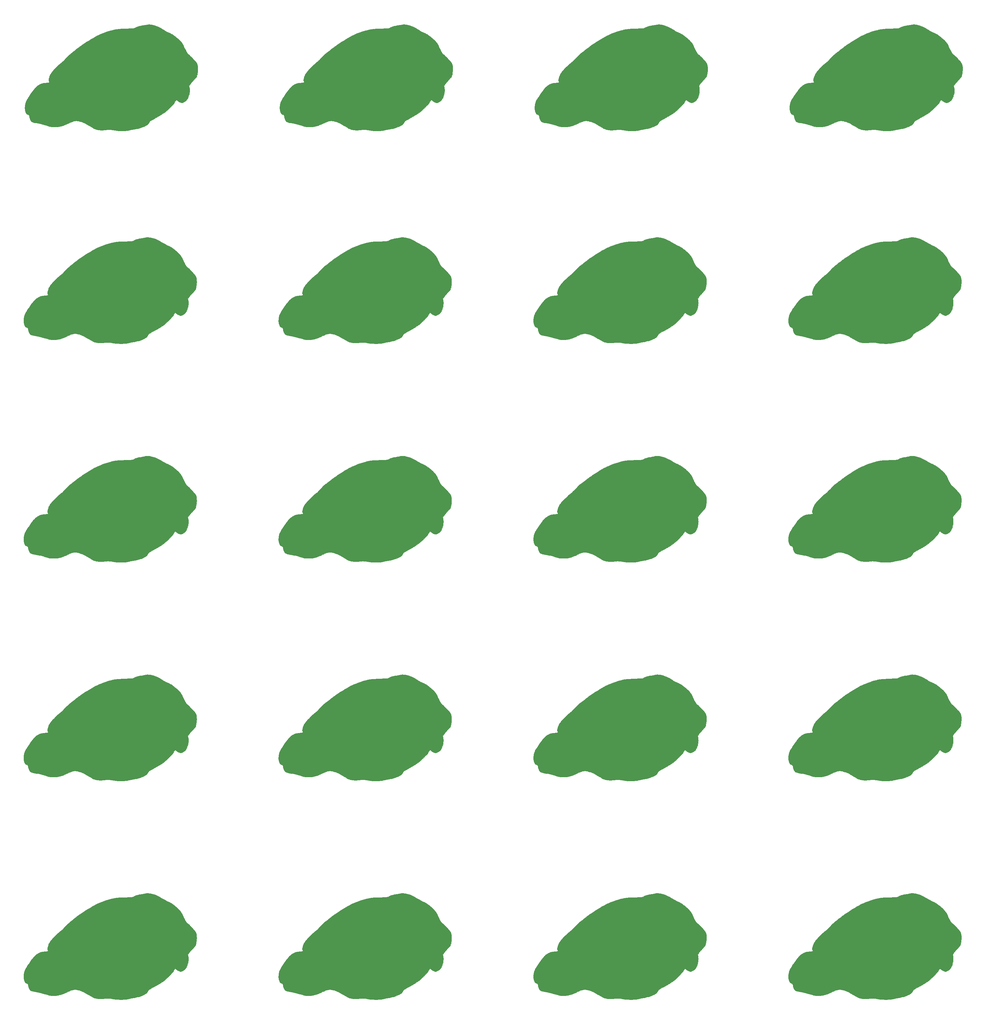
<source format=gbr>
%TF.GenerationSoftware,KiCad,Pcbnew,(7.0.0)*%
%TF.CreationDate,2023-10-04T15:39:48-04:00*%
%TF.ProjectId,blinkenbrain,626c696e-6b65-46e6-9272-61696e2e6b69,B*%
%TF.SameCoordinates,Original*%
%TF.FileFunction,Soldermask,Top*%
%TF.FilePolarity,Negative*%
%FSLAX46Y46*%
G04 Gerber Fmt 4.6, Leading zero omitted, Abs format (unit mm)*
G04 Created by KiCad (PCBNEW (7.0.0)) date 2023-10-04 15:39:48*
%MOMM*%
%LPD*%
G01*
G04 APERTURE LIST*
%ADD10C,0.070846*%
G04 APERTURE END LIST*
D10*
G36*
X180846036Y-341738487D02*
G01*
X181130298Y-341764901D01*
X181425927Y-341810450D01*
X181731854Y-341874828D01*
X182047013Y-341957726D01*
X182370339Y-342058838D01*
X182700764Y-342177856D01*
X183037222Y-342314472D01*
X183378648Y-342468380D01*
X183723973Y-342639273D01*
X184072132Y-342826842D01*
X184422059Y-343030780D01*
X184772687Y-343250781D01*
X184918011Y-343342652D01*
X185073152Y-343436051D01*
X185233316Y-343528384D01*
X185393709Y-343617057D01*
X185549536Y-343699477D01*
X185696003Y-343773049D01*
X185828315Y-343835178D01*
X185941678Y-343883273D01*
X186147728Y-343968987D01*
X186368390Y-344068917D01*
X186593111Y-344177505D01*
X186811334Y-344289190D01*
X187012503Y-344398412D01*
X187186064Y-344499613D01*
X187321461Y-344587232D01*
X187371550Y-344624212D01*
X187408139Y-344655711D01*
X187418815Y-344665718D01*
X187431716Y-344677200D01*
X187463494Y-344704052D01*
X187502078Y-344735192D01*
X187546074Y-344769545D01*
X187594086Y-344806039D01*
X187644720Y-344843598D01*
X187696580Y-344881150D01*
X187748273Y-344917620D01*
X187850908Y-344990333D01*
X187947054Y-345060888D01*
X187989325Y-345092835D01*
X188025932Y-345121216D01*
X188055527Y-345145023D01*
X188076764Y-345163249D01*
X188137974Y-345216785D01*
X188245217Y-345308400D01*
X188383360Y-345425268D01*
X188537267Y-345554568D01*
X188687538Y-345682563D01*
X188827114Y-345806139D01*
X188957778Y-345927078D01*
X189081316Y-346047158D01*
X189199513Y-346168160D01*
X189314153Y-346291864D01*
X189427023Y-346420051D01*
X189539906Y-346554499D01*
X189636552Y-346677075D01*
X189739123Y-346815531D01*
X189841848Y-346961106D01*
X189938955Y-347105042D01*
X190024673Y-347238581D01*
X190093230Y-347352963D01*
X190119269Y-347400233D01*
X190138854Y-347439429D01*
X190151263Y-347469457D01*
X190155774Y-347489222D01*
X190163361Y-347522802D01*
X190184382Y-347581512D01*
X190260780Y-347762149D01*
X190373082Y-348006782D01*
X190509398Y-348291063D01*
X190657842Y-348590641D01*
X190806525Y-348881167D01*
X190943559Y-349138292D01*
X191057057Y-349337664D01*
X191103727Y-349413823D01*
X191149778Y-349486286D01*
X191195063Y-349554884D01*
X191239438Y-349619450D01*
X191282756Y-349679816D01*
X191324873Y-349735814D01*
X191365641Y-349787275D01*
X191404916Y-349834033D01*
X191442551Y-349875918D01*
X191478401Y-349912764D01*
X191512321Y-349944401D01*
X191544164Y-349970663D01*
X191573784Y-349991382D01*
X191601037Y-350006388D01*
X191625775Y-350015515D01*
X191637157Y-350017822D01*
X191647855Y-350018595D01*
X191657498Y-350021726D01*
X191672780Y-350030913D01*
X191719040Y-350066240D01*
X191784192Y-350122133D01*
X191865793Y-350196150D01*
X192068572Y-350388791D01*
X192307836Y-350624628D01*
X192564044Y-350884124D01*
X192817653Y-351147746D01*
X193049123Y-351395958D01*
X193238911Y-351609225D01*
X193401920Y-351802355D01*
X193538357Y-351971664D01*
X193597533Y-352048829D01*
X193651171Y-352121774D01*
X193699641Y-352191075D01*
X193743311Y-352257310D01*
X193782549Y-352321059D01*
X193817726Y-352382897D01*
X193849208Y-352443405D01*
X193877364Y-352503159D01*
X193902564Y-352562738D01*
X193925175Y-352622719D01*
X193945567Y-352683682D01*
X193964108Y-352746203D01*
X194011766Y-352946890D01*
X194048730Y-353166390D01*
X194075335Y-353401201D01*
X194091914Y-353647819D01*
X194098801Y-353902742D01*
X194096329Y-354162467D01*
X194084832Y-354423490D01*
X194064643Y-354682309D01*
X194036095Y-354935420D01*
X193999523Y-355179320D01*
X193955260Y-355410507D01*
X193903638Y-355625477D01*
X193844993Y-355820728D01*
X193779657Y-355992755D01*
X193707963Y-356138057D01*
X193630246Y-356253130D01*
X193587847Y-356302672D01*
X193522459Y-356375891D01*
X193335831Y-356579231D01*
X193096586Y-356834877D01*
X192830953Y-357114558D01*
X192694558Y-357260096D01*
X192557907Y-357411467D01*
X192424664Y-357564242D01*
X192298492Y-357713994D01*
X192183055Y-357856293D01*
X192082014Y-357986711D01*
X191999035Y-358100821D01*
X191965463Y-358150376D01*
X191937779Y-358194193D01*
X191699338Y-358589503D01*
X191787839Y-359058756D01*
X191823634Y-359293336D01*
X191844559Y-359535708D01*
X191851136Y-359783856D01*
X191843885Y-360035764D01*
X191823328Y-360289418D01*
X191789984Y-360542800D01*
X191744376Y-360793896D01*
X191687024Y-361040690D01*
X191618449Y-361281166D01*
X191539171Y-361513308D01*
X191449713Y-361735102D01*
X191350594Y-361944530D01*
X191242335Y-362139578D01*
X191125458Y-362318229D01*
X191000484Y-362478469D01*
X190867932Y-362618281D01*
X190813890Y-362666243D01*
X190752210Y-362715365D01*
X190684046Y-362765060D01*
X190610551Y-362814740D01*
X190532878Y-362863820D01*
X190452180Y-362911711D01*
X190369611Y-362957826D01*
X190286324Y-363001580D01*
X190203473Y-363042384D01*
X190122210Y-363079652D01*
X190043688Y-363112797D01*
X189969062Y-363141232D01*
X189899484Y-363164370D01*
X189836107Y-363181624D01*
X189780085Y-363192407D01*
X189732571Y-363196131D01*
X189672178Y-363192532D01*
X189604316Y-363182085D01*
X189530101Y-363165317D01*
X189450649Y-363142754D01*
X189367075Y-363114924D01*
X189280494Y-363082353D01*
X189192022Y-363045567D01*
X189102774Y-363005093D01*
X189013866Y-362961458D01*
X188926413Y-362915188D01*
X188841530Y-362866811D01*
X188760333Y-362816852D01*
X188683937Y-362765838D01*
X188613458Y-362714296D01*
X188550010Y-362662753D01*
X188494710Y-362611735D01*
X188437515Y-362554735D01*
X188387293Y-362505727D01*
X188364425Y-362484443D01*
X188342852Y-362465425D01*
X188322427Y-362448762D01*
X188303000Y-362434543D01*
X188284422Y-362422858D01*
X188266544Y-362413797D01*
X188249217Y-362407448D01*
X188240713Y-362405319D01*
X188232291Y-362403901D01*
X188223933Y-362403206D01*
X188215619Y-362403246D01*
X188207332Y-362404030D01*
X188199051Y-362405571D01*
X188190759Y-362407879D01*
X188182438Y-362410966D01*
X188174068Y-362414842D01*
X188165630Y-362419520D01*
X188148480Y-362431323D01*
X188130837Y-362446464D01*
X188112553Y-362465032D01*
X188093478Y-362487118D01*
X188073465Y-362512809D01*
X188052363Y-362542196D01*
X188030023Y-362575367D01*
X188006298Y-362612413D01*
X187954091Y-362698484D01*
X187894551Y-362801124D01*
X187748700Y-363058970D01*
X187668383Y-363186461D01*
X187560251Y-363335184D01*
X187427435Y-363502032D01*
X187273065Y-363683899D01*
X187100271Y-363877677D01*
X186912184Y-364080260D01*
X186711935Y-364288542D01*
X186502654Y-364499415D01*
X186069518Y-364916510D01*
X185851924Y-365116518D01*
X185637821Y-365306691D01*
X185430338Y-365483923D01*
X185232606Y-365645106D01*
X185047756Y-365787134D01*
X184878919Y-365906901D01*
X184534292Y-366140162D01*
X184203175Y-366366007D01*
X184134719Y-366411285D01*
X184063368Y-366455404D01*
X183991219Y-366497265D01*
X183920369Y-366535767D01*
X183852915Y-366569811D01*
X183790954Y-366598297D01*
X183762689Y-366610112D01*
X183736583Y-366620126D01*
X183712899Y-366628199D01*
X183691899Y-366634196D01*
X183672647Y-366639428D01*
X183654090Y-366645260D01*
X183636319Y-366651629D01*
X183619423Y-366658474D01*
X183603492Y-366665733D01*
X183588614Y-366673345D01*
X183574880Y-366681246D01*
X183562378Y-366689377D01*
X183551198Y-366697675D01*
X183541430Y-366706079D01*
X183533162Y-366714526D01*
X183526485Y-366722955D01*
X183521488Y-366731305D01*
X183519647Y-366735431D01*
X183518260Y-366739513D01*
X183517337Y-366743545D01*
X183516890Y-366747519D01*
X183516930Y-366751426D01*
X183517468Y-366755259D01*
X183517966Y-366759095D01*
X183517964Y-366763023D01*
X183517475Y-366767034D01*
X183516509Y-366771120D01*
X183515078Y-366775273D01*
X183513192Y-366779485D01*
X183510863Y-366783748D01*
X183508102Y-366788053D01*
X183504920Y-366792392D01*
X183501327Y-366796758D01*
X183497335Y-366801141D01*
X183492955Y-366805535D01*
X183488199Y-366809930D01*
X183483076Y-366814320D01*
X183477599Y-366818694D01*
X183471778Y-366823046D01*
X183465624Y-366827368D01*
X183459149Y-366831650D01*
X183452363Y-366835885D01*
X183445278Y-366840065D01*
X183430254Y-366848228D01*
X183414165Y-366856071D01*
X183397099Y-366863532D01*
X183379146Y-366870543D01*
X183360394Y-366877041D01*
X183340932Y-366882960D01*
X183320298Y-366889269D01*
X183298119Y-366896911D01*
X183274600Y-366905782D01*
X183249946Y-366915780D01*
X183198055Y-366938738D01*
X183144090Y-366964955D01*
X183089692Y-366993602D01*
X183036505Y-367023849D01*
X182986172Y-367054867D01*
X182962589Y-367070405D01*
X182940335Y-367085825D01*
X182897666Y-367115697D01*
X182856424Y-367143555D01*
X182817613Y-367168793D01*
X182782240Y-367190804D01*
X182751308Y-367208980D01*
X182725824Y-367222715D01*
X182715439Y-367227727D01*
X182706792Y-367231401D01*
X182700010Y-367233661D01*
X182695218Y-367234431D01*
X182687778Y-367236636D01*
X182673215Y-367243107D01*
X182624275Y-367267972D01*
X182551501Y-367307283D01*
X182457997Y-367359297D01*
X182346868Y-367422270D01*
X182221218Y-367494459D01*
X182084151Y-367574120D01*
X181938771Y-367659510D01*
X181655046Y-367824570D01*
X181414779Y-367959736D01*
X181318864Y-368011751D01*
X181243322Y-368051063D01*
X181191320Y-368075929D01*
X181175137Y-368082399D01*
X181166028Y-368084605D01*
X181156937Y-368085499D01*
X181146966Y-368088146D01*
X181136158Y-368092488D01*
X181124558Y-368098471D01*
X181112214Y-368106038D01*
X181099168Y-368115135D01*
X181085467Y-368125705D01*
X181071156Y-368137692D01*
X181040885Y-368165697D01*
X181008716Y-368198703D01*
X180975011Y-368236265D01*
X180940132Y-368277937D01*
X180904441Y-368323275D01*
X180868299Y-368371831D01*
X180832069Y-368423160D01*
X180796112Y-368476817D01*
X180760789Y-368532355D01*
X180726464Y-368589330D01*
X180693498Y-368647295D01*
X180662251Y-368705805D01*
X180623071Y-368777570D01*
X180581117Y-368846215D01*
X180536122Y-368911956D01*
X180487819Y-368975008D01*
X180435940Y-369035587D01*
X180380218Y-369093909D01*
X180320385Y-369150189D01*
X180256174Y-369204644D01*
X180187318Y-369257488D01*
X180113548Y-369308938D01*
X180034598Y-369359209D01*
X179950201Y-369408516D01*
X179860088Y-369457076D01*
X179763993Y-369505105D01*
X179661648Y-369552817D01*
X179552785Y-369600428D01*
X178856946Y-369897746D01*
X178769814Y-369933309D01*
X178669267Y-369970469D01*
X178434486Y-370047919D01*
X178165717Y-370126772D01*
X177876075Y-370203709D01*
X177578672Y-370275408D01*
X177286624Y-370338548D01*
X177013044Y-370389809D01*
X176771047Y-370425868D01*
X176635521Y-370444631D01*
X176482532Y-370469320D01*
X176317326Y-370498883D01*
X176145150Y-370532269D01*
X175971252Y-370568425D01*
X175800879Y-370606299D01*
X175639278Y-370644839D01*
X175491696Y-370682993D01*
X175289422Y-370735373D01*
X175194800Y-370757627D01*
X175102570Y-370777471D01*
X175011268Y-370795068D01*
X174919431Y-370810580D01*
X174825595Y-370824168D01*
X174728298Y-370835995D01*
X174626075Y-370846222D01*
X174517464Y-370855011D01*
X174275221Y-370868922D01*
X173989862Y-370879022D01*
X173649678Y-370886607D01*
X173154551Y-370889883D01*
X172670565Y-370882956D01*
X172450097Y-370876042D01*
X172253228Y-370867029D01*
X172086897Y-370856065D01*
X171958043Y-370843302D01*
X171958051Y-370843363D01*
X171710481Y-370809833D01*
X171422779Y-370766263D01*
X171130652Y-370718289D01*
X170869809Y-370671549D01*
X170742382Y-370648945D01*
X170613638Y-370629264D01*
X170483284Y-370612506D01*
X170351029Y-370598670D01*
X170216581Y-370587752D01*
X170079648Y-370579753D01*
X169939940Y-370574671D01*
X169797164Y-370572505D01*
X169651028Y-370573252D01*
X169501242Y-370576911D01*
X169189549Y-370592963D01*
X168859752Y-370620647D01*
X168509519Y-370659953D01*
X168282490Y-370684043D01*
X168055640Y-370699721D01*
X167829715Y-370707118D01*
X167605464Y-370706362D01*
X167383635Y-370697583D01*
X167164975Y-370680909D01*
X166950234Y-370656470D01*
X166740159Y-370624394D01*
X166535498Y-370584811D01*
X166336999Y-370537850D01*
X166145410Y-370483641D01*
X165961480Y-370422311D01*
X165785956Y-370353991D01*
X165619587Y-370278809D01*
X165463120Y-370196895D01*
X165317304Y-370108378D01*
X165262035Y-370073192D01*
X165190482Y-370029188D01*
X165010506Y-369921772D01*
X164801340Y-369800226D01*
X164586949Y-369678645D01*
X164344284Y-369540194D01*
X164058143Y-369372702D01*
X163764245Y-369197285D01*
X163498311Y-369035059D01*
X163341890Y-368942010D01*
X163262774Y-368897834D01*
X163182645Y-368855049D01*
X163101199Y-368813522D01*
X163018130Y-368773121D01*
X162933133Y-368733716D01*
X162845901Y-368695174D01*
X162663514Y-368620152D01*
X162468524Y-368547000D01*
X162258486Y-368474666D01*
X162030957Y-368402094D01*
X161789724Y-368330220D01*
X161566285Y-368269500D01*
X161357811Y-368220243D01*
X161161469Y-368182758D01*
X160974429Y-368157354D01*
X160793860Y-368144342D01*
X160616930Y-368144030D01*
X160440809Y-368156727D01*
X160262665Y-368182744D01*
X160079668Y-368222389D01*
X159888985Y-368275971D01*
X159687787Y-368343800D01*
X159473241Y-368426186D01*
X159242518Y-368523437D01*
X158992785Y-368635863D01*
X158721211Y-368763773D01*
X158464891Y-368885174D01*
X158249580Y-368984587D01*
X158097880Y-369051757D01*
X158052947Y-369070045D01*
X158032391Y-369076426D01*
X158026785Y-369077333D01*
X158017529Y-369079995D01*
X157988912Y-369090224D01*
X157948222Y-369106393D01*
X157897139Y-369127783D01*
X157837346Y-369153675D01*
X157770522Y-369183350D01*
X157698350Y-369216088D01*
X157622510Y-369251170D01*
X157532945Y-369290123D01*
X157421435Y-369333914D01*
X157292421Y-369381051D01*
X157150342Y-369430043D01*
X156999636Y-369479399D01*
X156844744Y-369527628D01*
X156690105Y-369573239D01*
X156540158Y-369614741D01*
X156326672Y-369669569D01*
X156229205Y-369692602D01*
X156135943Y-369712931D01*
X156045402Y-369730719D01*
X155956097Y-369746130D01*
X155866542Y-369759326D01*
X155775255Y-369770470D01*
X155680750Y-369779726D01*
X155581542Y-369787257D01*
X155476148Y-369793225D01*
X155363081Y-369797794D01*
X155107996Y-369803386D01*
X154804410Y-369805338D01*
X154467256Y-369805268D01*
X154201045Y-369801402D01*
X154087835Y-369797035D01*
X153984311Y-369790507D01*
X153887791Y-369781414D01*
X153795591Y-369769351D01*
X153705028Y-369753913D01*
X153613419Y-369734698D01*
X153518080Y-369711301D01*
X153416329Y-369683317D01*
X153182857Y-369611974D01*
X152891538Y-369517436D01*
X152498721Y-369390565D01*
X152157859Y-369284939D01*
X151849752Y-369195776D01*
X151555198Y-369118298D01*
X151254996Y-369047724D01*
X150929948Y-368979275D01*
X150560851Y-368908170D01*
X150128507Y-368829630D01*
X149656502Y-368743066D01*
X149279038Y-368666964D01*
X149121658Y-368631384D01*
X148982990Y-368596678D01*
X148861396Y-368562264D01*
X148755234Y-368527562D01*
X148662863Y-368491991D01*
X148582643Y-368454970D01*
X148512933Y-368415920D01*
X148452093Y-368374258D01*
X148398481Y-368329404D01*
X148350458Y-368280778D01*
X148306383Y-368227799D01*
X148264615Y-368169886D01*
X148228594Y-368113939D01*
X148192422Y-368052159D01*
X148156441Y-367985463D01*
X148120992Y-367914767D01*
X148086416Y-367840987D01*
X148053056Y-367765040D01*
X148021252Y-367687842D01*
X147991345Y-367610310D01*
X147963679Y-367533359D01*
X147938593Y-367457907D01*
X147916429Y-367384868D01*
X147897530Y-367315161D01*
X147882236Y-367249700D01*
X147870889Y-367189402D01*
X147863830Y-367135184D01*
X147861401Y-367087962D01*
X147859214Y-367031166D01*
X147852813Y-366974654D01*
X147842445Y-366918821D01*
X147828352Y-366864062D01*
X147810779Y-366810771D01*
X147789970Y-366759345D01*
X147766170Y-366710178D01*
X147739622Y-366663666D01*
X147710571Y-366620204D01*
X147679260Y-366580186D01*
X147645935Y-366544008D01*
X147610839Y-366512066D01*
X147574217Y-366484753D01*
X147555409Y-366472957D01*
X147536311Y-366462467D01*
X147516954Y-366453331D01*
X147497368Y-366445600D01*
X147477584Y-366439323D01*
X147457631Y-366434550D01*
X147397723Y-366420620D01*
X147368972Y-366412414D01*
X147340998Y-366403350D01*
X147313777Y-366393407D01*
X147287291Y-366382563D01*
X147261519Y-366370794D01*
X147236439Y-366358079D01*
X147212032Y-366344395D01*
X147188276Y-366329720D01*
X147165152Y-366314033D01*
X147142638Y-366297309D01*
X147120715Y-366279529D01*
X147099361Y-366260668D01*
X147078556Y-366240704D01*
X147058279Y-366219616D01*
X147038510Y-366197382D01*
X147019228Y-366173978D01*
X147000413Y-366149382D01*
X146982044Y-366123573D01*
X146946561Y-366068225D01*
X146912616Y-366007755D01*
X146880043Y-365941983D01*
X146848678Y-365870734D01*
X146818357Y-365793827D01*
X146788915Y-365711085D01*
X146751243Y-365594231D01*
X146717868Y-365478371D01*
X146688769Y-365363091D01*
X146663926Y-365247980D01*
X146643318Y-365132623D01*
X146626924Y-365016608D01*
X146614724Y-364899523D01*
X146606697Y-364780955D01*
X146602823Y-364660490D01*
X146603081Y-364537717D01*
X146607450Y-364412222D01*
X146615911Y-364283592D01*
X146628442Y-364151415D01*
X146645023Y-364015277D01*
X146665633Y-363874767D01*
X146690251Y-363729472D01*
X146718717Y-363580105D01*
X146749403Y-363438909D01*
X146783583Y-363303399D01*
X146822529Y-363171093D01*
X146867513Y-363039505D01*
X146919808Y-362906152D01*
X146980687Y-362768549D01*
X147051422Y-362624213D01*
X147133285Y-362470658D01*
X147227550Y-362305402D01*
X147335488Y-362125959D01*
X147458373Y-361929847D01*
X147597476Y-361714580D01*
X147754070Y-361477674D01*
X148124822Y-360929011D01*
X148526845Y-360346706D01*
X148869792Y-359868483D01*
X149023576Y-359663417D01*
X149167948Y-359478390D01*
X149304693Y-359311408D01*
X149435598Y-359160477D01*
X149562448Y-359023604D01*
X149687029Y-358898794D01*
X149811125Y-358784054D01*
X149936524Y-358677391D01*
X150065010Y-358576809D01*
X150198370Y-358480316D01*
X150338388Y-358385918D01*
X150486852Y-358291621D01*
X150597824Y-358223825D01*
X150701236Y-358162936D01*
X150798829Y-358108439D01*
X150892343Y-358059821D01*
X150983520Y-358016568D01*
X151074102Y-357978167D01*
X151165829Y-357944104D01*
X151260444Y-357913865D01*
X151359686Y-357886936D01*
X151465298Y-357862805D01*
X151579021Y-357840958D01*
X151702596Y-357820880D01*
X151837764Y-357802059D01*
X151986268Y-357783980D01*
X152330243Y-357747996D01*
X152676687Y-357712593D01*
X152817625Y-357696079D01*
X152938444Y-357679600D01*
X153040198Y-357662590D01*
X153123940Y-357644481D01*
X153190723Y-357624707D01*
X153241600Y-357602700D01*
X153261403Y-357590682D01*
X153277625Y-357577893D01*
X153290397Y-357564263D01*
X153299850Y-357549720D01*
X153306118Y-357534193D01*
X153309330Y-357517612D01*
X153309620Y-357499907D01*
X153307117Y-357481004D01*
X153294265Y-357439329D01*
X153271827Y-357392018D01*
X153240856Y-357338505D01*
X153202405Y-357278224D01*
X153191169Y-357260221D01*
X153180801Y-357241798D01*
X153171303Y-357222906D01*
X153162682Y-357203498D01*
X153154942Y-357183526D01*
X153148085Y-357162941D01*
X153142118Y-357141695D01*
X153137044Y-357119740D01*
X153132867Y-357097029D01*
X153129592Y-357073512D01*
X153127223Y-357049143D01*
X153125765Y-357023872D01*
X153125222Y-356997653D01*
X153125598Y-356970436D01*
X153129125Y-356912819D01*
X153136380Y-356850637D01*
X153147398Y-356783505D01*
X153162215Y-356711039D01*
X153180863Y-356632854D01*
X153203379Y-356548566D01*
X153229797Y-356457790D01*
X153260151Y-356360141D01*
X153294476Y-356255236D01*
X153371270Y-356033699D01*
X153449754Y-355826164D01*
X153532284Y-355629565D01*
X153621212Y-355440837D01*
X153718895Y-355256912D01*
X153827685Y-355074727D01*
X153949936Y-354891214D01*
X154088004Y-354703308D01*
X154244242Y-354507943D01*
X154421004Y-354302053D01*
X154620645Y-354082572D01*
X154845518Y-353846435D01*
X155097979Y-353590576D01*
X155380380Y-353311929D01*
X156044423Y-352674006D01*
X156109745Y-352614808D01*
X156198576Y-352538509D01*
X156306269Y-352448858D01*
X156428176Y-352349600D01*
X156559651Y-352244485D01*
X156696047Y-352137259D01*
X156832718Y-352031671D01*
X156965016Y-351931468D01*
X156981862Y-351918094D01*
X157002924Y-351900078D01*
X157056459Y-351851349D01*
X157123149Y-351787741D01*
X157200523Y-351711710D01*
X157286111Y-351625717D01*
X157377442Y-351532217D01*
X157472045Y-351433672D01*
X157567448Y-351332537D01*
X157920965Y-350959617D01*
X158263127Y-350608881D01*
X158587988Y-350285921D01*
X158889605Y-349996332D01*
X159162034Y-349745706D01*
X159399329Y-349539638D01*
X159595546Y-349383721D01*
X159676392Y-349326317D01*
X159744740Y-349283549D01*
X159768948Y-349269145D01*
X159796046Y-349252008D01*
X159825120Y-349232774D01*
X159855254Y-349212081D01*
X159885532Y-349190565D01*
X159915037Y-349168861D01*
X159942854Y-349147606D01*
X159968068Y-349127436D01*
X160188755Y-348950191D01*
X160530530Y-348679499D01*
X160886622Y-348399600D01*
X161150258Y-348194735D01*
X161380054Y-348017737D01*
X161641156Y-347815379D01*
X161948099Y-347591802D01*
X162385481Y-347293995D01*
X162921407Y-346942151D01*
X163523980Y-346556466D01*
X164161305Y-346157132D01*
X164801485Y-345764345D01*
X165412624Y-345398299D01*
X165962827Y-345079188D01*
X166371203Y-344860474D01*
X166831848Y-344637126D01*
X167335561Y-344412796D01*
X167873145Y-344191140D01*
X168435402Y-343975811D01*
X169013133Y-343770465D01*
X169597141Y-343578756D01*
X170178227Y-343404337D01*
X170671550Y-343267823D01*
X170894783Y-343210517D01*
X171108221Y-343159783D01*
X171316235Y-343115077D01*
X171523191Y-343075852D01*
X171733459Y-343041563D01*
X171951408Y-343011664D01*
X172181406Y-342985610D01*
X172427822Y-342962854D01*
X172695024Y-342942852D01*
X172987381Y-342925057D01*
X173665035Y-342893907D01*
X174495732Y-342865038D01*
X175650709Y-342824826D01*
X176028177Y-342806423D01*
X176301236Y-342786425D01*
X176491590Y-342762785D01*
X176562535Y-342748960D01*
X176620943Y-342733456D01*
X176669526Y-342716018D01*
X176710998Y-342696389D01*
X176783460Y-342649539D01*
X176852297Y-342602195D01*
X176929621Y-342555576D01*
X177015052Y-342509801D01*
X177108206Y-342464992D01*
X177208703Y-342421268D01*
X177316160Y-342378751D01*
X177430196Y-342337561D01*
X177550428Y-342297820D01*
X177676476Y-342259647D01*
X177807957Y-342223164D01*
X177944490Y-342188492D01*
X178085692Y-342155750D01*
X178231183Y-342125061D01*
X178380580Y-342096544D01*
X178533501Y-342070321D01*
X178689565Y-342046511D01*
X179029706Y-341993746D01*
X179360742Y-341935415D01*
X179511008Y-341906371D01*
X179644790Y-341878587D01*
X179757356Y-341852946D01*
X179843968Y-341830332D01*
X180072105Y-341777131D01*
X180315873Y-341744295D01*
X180574205Y-341731516D01*
X180846036Y-341738487D01*
G37*
X180846036Y-341738487D02*
X181130298Y-341764901D01*
X181425927Y-341810450D01*
X181731854Y-341874828D01*
X182047013Y-341957726D01*
X182370339Y-342058838D01*
X182700764Y-342177856D01*
X183037222Y-342314472D01*
X183378648Y-342468380D01*
X183723973Y-342639273D01*
X184072132Y-342826842D01*
X184422059Y-343030780D01*
X184772687Y-343250781D01*
X184918011Y-343342652D01*
X185073152Y-343436051D01*
X185233316Y-343528384D01*
X185393709Y-343617057D01*
X185549536Y-343699477D01*
X185696003Y-343773049D01*
X185828315Y-343835178D01*
X185941678Y-343883273D01*
X186147728Y-343968987D01*
X186368390Y-344068917D01*
X186593111Y-344177505D01*
X186811334Y-344289190D01*
X187012503Y-344398412D01*
X187186064Y-344499613D01*
X187321461Y-344587232D01*
X187371550Y-344624212D01*
X187408139Y-344655711D01*
X187418815Y-344665718D01*
X187431716Y-344677200D01*
X187463494Y-344704052D01*
X187502078Y-344735192D01*
X187546074Y-344769545D01*
X187594086Y-344806039D01*
X187644720Y-344843598D01*
X187696580Y-344881150D01*
X187748273Y-344917620D01*
X187850908Y-344990333D01*
X187947054Y-345060888D01*
X187989325Y-345092835D01*
X188025932Y-345121216D01*
X188055527Y-345145023D01*
X188076764Y-345163249D01*
X188137974Y-345216785D01*
X188245217Y-345308400D01*
X188383360Y-345425268D01*
X188537267Y-345554568D01*
X188687538Y-345682563D01*
X188827114Y-345806139D01*
X188957778Y-345927078D01*
X189081316Y-346047158D01*
X189199513Y-346168160D01*
X189314153Y-346291864D01*
X189427023Y-346420051D01*
X189539906Y-346554499D01*
X189636552Y-346677075D01*
X189739123Y-346815531D01*
X189841848Y-346961106D01*
X189938955Y-347105042D01*
X190024673Y-347238581D01*
X190093230Y-347352963D01*
X190119269Y-347400233D01*
X190138854Y-347439429D01*
X190151263Y-347469457D01*
X190155774Y-347489222D01*
X190163361Y-347522802D01*
X190184382Y-347581512D01*
X190260780Y-347762149D01*
X190373082Y-348006782D01*
X190509398Y-348291063D01*
X190657842Y-348590641D01*
X190806525Y-348881167D01*
X190943559Y-349138292D01*
X191057057Y-349337664D01*
X191103727Y-349413823D01*
X191149778Y-349486286D01*
X191195063Y-349554884D01*
X191239438Y-349619450D01*
X191282756Y-349679816D01*
X191324873Y-349735814D01*
X191365641Y-349787275D01*
X191404916Y-349834033D01*
X191442551Y-349875918D01*
X191478401Y-349912764D01*
X191512321Y-349944401D01*
X191544164Y-349970663D01*
X191573784Y-349991382D01*
X191601037Y-350006388D01*
X191625775Y-350015515D01*
X191637157Y-350017822D01*
X191647855Y-350018595D01*
X191657498Y-350021726D01*
X191672780Y-350030913D01*
X191719040Y-350066240D01*
X191784192Y-350122133D01*
X191865793Y-350196150D01*
X192068572Y-350388791D01*
X192307836Y-350624628D01*
X192564044Y-350884124D01*
X192817653Y-351147746D01*
X193049123Y-351395958D01*
X193238911Y-351609225D01*
X193401920Y-351802355D01*
X193538357Y-351971664D01*
X193597533Y-352048829D01*
X193651171Y-352121774D01*
X193699641Y-352191075D01*
X193743311Y-352257310D01*
X193782549Y-352321059D01*
X193817726Y-352382897D01*
X193849208Y-352443405D01*
X193877364Y-352503159D01*
X193902564Y-352562738D01*
X193925175Y-352622719D01*
X193945567Y-352683682D01*
X193964108Y-352746203D01*
X194011766Y-352946890D01*
X194048730Y-353166390D01*
X194075335Y-353401201D01*
X194091914Y-353647819D01*
X194098801Y-353902742D01*
X194096329Y-354162467D01*
X194084832Y-354423490D01*
X194064643Y-354682309D01*
X194036095Y-354935420D01*
X193999523Y-355179320D01*
X193955260Y-355410507D01*
X193903638Y-355625477D01*
X193844993Y-355820728D01*
X193779657Y-355992755D01*
X193707963Y-356138057D01*
X193630246Y-356253130D01*
X193587847Y-356302672D01*
X193522459Y-356375891D01*
X193335831Y-356579231D01*
X193096586Y-356834877D01*
X192830953Y-357114558D01*
X192694558Y-357260096D01*
X192557907Y-357411467D01*
X192424664Y-357564242D01*
X192298492Y-357713994D01*
X192183055Y-357856293D01*
X192082014Y-357986711D01*
X191999035Y-358100821D01*
X191965463Y-358150376D01*
X191937779Y-358194193D01*
X191699338Y-358589503D01*
X191787839Y-359058756D01*
X191823634Y-359293336D01*
X191844559Y-359535708D01*
X191851136Y-359783856D01*
X191843885Y-360035764D01*
X191823328Y-360289418D01*
X191789984Y-360542800D01*
X191744376Y-360793896D01*
X191687024Y-361040690D01*
X191618449Y-361281166D01*
X191539171Y-361513308D01*
X191449713Y-361735102D01*
X191350594Y-361944530D01*
X191242335Y-362139578D01*
X191125458Y-362318229D01*
X191000484Y-362478469D01*
X190867932Y-362618281D01*
X190813890Y-362666243D01*
X190752210Y-362715365D01*
X190684046Y-362765060D01*
X190610551Y-362814740D01*
X190532878Y-362863820D01*
X190452180Y-362911711D01*
X190369611Y-362957826D01*
X190286324Y-363001580D01*
X190203473Y-363042384D01*
X190122210Y-363079652D01*
X190043688Y-363112797D01*
X189969062Y-363141232D01*
X189899484Y-363164370D01*
X189836107Y-363181624D01*
X189780085Y-363192407D01*
X189732571Y-363196131D01*
X189672178Y-363192532D01*
X189604316Y-363182085D01*
X189530101Y-363165317D01*
X189450649Y-363142754D01*
X189367075Y-363114924D01*
X189280494Y-363082353D01*
X189192022Y-363045567D01*
X189102774Y-363005093D01*
X189013866Y-362961458D01*
X188926413Y-362915188D01*
X188841530Y-362866811D01*
X188760333Y-362816852D01*
X188683937Y-362765838D01*
X188613458Y-362714296D01*
X188550010Y-362662753D01*
X188494710Y-362611735D01*
X188437515Y-362554735D01*
X188387293Y-362505727D01*
X188364425Y-362484443D01*
X188342852Y-362465425D01*
X188322427Y-362448762D01*
X188303000Y-362434543D01*
X188284422Y-362422858D01*
X188266544Y-362413797D01*
X188249217Y-362407448D01*
X188240713Y-362405319D01*
X188232291Y-362403901D01*
X188223933Y-362403206D01*
X188215619Y-362403246D01*
X188207332Y-362404030D01*
X188199051Y-362405571D01*
X188190759Y-362407879D01*
X188182438Y-362410966D01*
X188174068Y-362414842D01*
X188165630Y-362419520D01*
X188148480Y-362431323D01*
X188130837Y-362446464D01*
X188112553Y-362465032D01*
X188093478Y-362487118D01*
X188073465Y-362512809D01*
X188052363Y-362542196D01*
X188030023Y-362575367D01*
X188006298Y-362612413D01*
X187954091Y-362698484D01*
X187894551Y-362801124D01*
X187748700Y-363058970D01*
X187668383Y-363186461D01*
X187560251Y-363335184D01*
X187427435Y-363502032D01*
X187273065Y-363683899D01*
X187100271Y-363877677D01*
X186912184Y-364080260D01*
X186711935Y-364288542D01*
X186502654Y-364499415D01*
X186069518Y-364916510D01*
X185851924Y-365116518D01*
X185637821Y-365306691D01*
X185430338Y-365483923D01*
X185232606Y-365645106D01*
X185047756Y-365787134D01*
X184878919Y-365906901D01*
X184534292Y-366140162D01*
X184203175Y-366366007D01*
X184134719Y-366411285D01*
X184063368Y-366455404D01*
X183991219Y-366497265D01*
X183920369Y-366535767D01*
X183852915Y-366569811D01*
X183790954Y-366598297D01*
X183762689Y-366610112D01*
X183736583Y-366620126D01*
X183712899Y-366628199D01*
X183691899Y-366634196D01*
X183672647Y-366639428D01*
X183654090Y-366645260D01*
X183636319Y-366651629D01*
X183619423Y-366658474D01*
X183603492Y-366665733D01*
X183588614Y-366673345D01*
X183574880Y-366681246D01*
X183562378Y-366689377D01*
X183551198Y-366697675D01*
X183541430Y-366706079D01*
X183533162Y-366714526D01*
X183526485Y-366722955D01*
X183521488Y-366731305D01*
X183519647Y-366735431D01*
X183518260Y-366739513D01*
X183517337Y-366743545D01*
X183516890Y-366747519D01*
X183516930Y-366751426D01*
X183517468Y-366755259D01*
X183517966Y-366759095D01*
X183517964Y-366763023D01*
X183517475Y-366767034D01*
X183516509Y-366771120D01*
X183515078Y-366775273D01*
X183513192Y-366779485D01*
X183510863Y-366783748D01*
X183508102Y-366788053D01*
X183504920Y-366792392D01*
X183501327Y-366796758D01*
X183497335Y-366801141D01*
X183492955Y-366805535D01*
X183488199Y-366809930D01*
X183483076Y-366814320D01*
X183477599Y-366818694D01*
X183471778Y-366823046D01*
X183465624Y-366827368D01*
X183459149Y-366831650D01*
X183452363Y-366835885D01*
X183445278Y-366840065D01*
X183430254Y-366848228D01*
X183414165Y-366856071D01*
X183397099Y-366863532D01*
X183379146Y-366870543D01*
X183360394Y-366877041D01*
X183340932Y-366882960D01*
X183320298Y-366889269D01*
X183298119Y-366896911D01*
X183274600Y-366905782D01*
X183249946Y-366915780D01*
X183198055Y-366938738D01*
X183144090Y-366964955D01*
X183089692Y-366993602D01*
X183036505Y-367023849D01*
X182986172Y-367054867D01*
X182962589Y-367070405D01*
X182940335Y-367085825D01*
X182897666Y-367115697D01*
X182856424Y-367143555D01*
X182817613Y-367168793D01*
X182782240Y-367190804D01*
X182751308Y-367208980D01*
X182725824Y-367222715D01*
X182715439Y-367227727D01*
X182706792Y-367231401D01*
X182700010Y-367233661D01*
X182695218Y-367234431D01*
X182687778Y-367236636D01*
X182673215Y-367243107D01*
X182624275Y-367267972D01*
X182551501Y-367307283D01*
X182457997Y-367359297D01*
X182346868Y-367422270D01*
X182221218Y-367494459D01*
X182084151Y-367574120D01*
X181938771Y-367659510D01*
X181655046Y-367824570D01*
X181414779Y-367959736D01*
X181318864Y-368011751D01*
X181243322Y-368051063D01*
X181191320Y-368075929D01*
X181175137Y-368082399D01*
X181166028Y-368084605D01*
X181156937Y-368085499D01*
X181146966Y-368088146D01*
X181136158Y-368092488D01*
X181124558Y-368098471D01*
X181112214Y-368106038D01*
X181099168Y-368115135D01*
X181085467Y-368125705D01*
X181071156Y-368137692D01*
X181040885Y-368165697D01*
X181008716Y-368198703D01*
X180975011Y-368236265D01*
X180940132Y-368277937D01*
X180904441Y-368323275D01*
X180868299Y-368371831D01*
X180832069Y-368423160D01*
X180796112Y-368476817D01*
X180760789Y-368532355D01*
X180726464Y-368589330D01*
X180693498Y-368647295D01*
X180662251Y-368705805D01*
X180623071Y-368777570D01*
X180581117Y-368846215D01*
X180536122Y-368911956D01*
X180487819Y-368975008D01*
X180435940Y-369035587D01*
X180380218Y-369093909D01*
X180320385Y-369150189D01*
X180256174Y-369204644D01*
X180187318Y-369257488D01*
X180113548Y-369308938D01*
X180034598Y-369359209D01*
X179950201Y-369408516D01*
X179860088Y-369457076D01*
X179763993Y-369505105D01*
X179661648Y-369552817D01*
X179552785Y-369600428D01*
X178856946Y-369897746D01*
X178769814Y-369933309D01*
X178669267Y-369970469D01*
X178434486Y-370047919D01*
X178165717Y-370126772D01*
X177876075Y-370203709D01*
X177578672Y-370275408D01*
X177286624Y-370338548D01*
X177013044Y-370389809D01*
X176771047Y-370425868D01*
X176635521Y-370444631D01*
X176482532Y-370469320D01*
X176317326Y-370498883D01*
X176145150Y-370532269D01*
X175971252Y-370568425D01*
X175800879Y-370606299D01*
X175639278Y-370644839D01*
X175491696Y-370682993D01*
X175289422Y-370735373D01*
X175194800Y-370757627D01*
X175102570Y-370777471D01*
X175011268Y-370795068D01*
X174919431Y-370810580D01*
X174825595Y-370824168D01*
X174728298Y-370835995D01*
X174626075Y-370846222D01*
X174517464Y-370855011D01*
X174275221Y-370868922D01*
X173989862Y-370879022D01*
X173649678Y-370886607D01*
X173154551Y-370889883D01*
X172670565Y-370882956D01*
X172450097Y-370876042D01*
X172253228Y-370867029D01*
X172086897Y-370856065D01*
X171958043Y-370843302D01*
X171958051Y-370843363D01*
X171710481Y-370809833D01*
X171422779Y-370766263D01*
X171130652Y-370718289D01*
X170869809Y-370671549D01*
X170742382Y-370648945D01*
X170613638Y-370629264D01*
X170483284Y-370612506D01*
X170351029Y-370598670D01*
X170216581Y-370587752D01*
X170079648Y-370579753D01*
X169939940Y-370574671D01*
X169797164Y-370572505D01*
X169651028Y-370573252D01*
X169501242Y-370576911D01*
X169189549Y-370592963D01*
X168859752Y-370620647D01*
X168509519Y-370659953D01*
X168282490Y-370684043D01*
X168055640Y-370699721D01*
X167829715Y-370707118D01*
X167605464Y-370706362D01*
X167383635Y-370697583D01*
X167164975Y-370680909D01*
X166950234Y-370656470D01*
X166740159Y-370624394D01*
X166535498Y-370584811D01*
X166336999Y-370537850D01*
X166145410Y-370483641D01*
X165961480Y-370422311D01*
X165785956Y-370353991D01*
X165619587Y-370278809D01*
X165463120Y-370196895D01*
X165317304Y-370108378D01*
X165262035Y-370073192D01*
X165190482Y-370029188D01*
X165010506Y-369921772D01*
X164801340Y-369800226D01*
X164586949Y-369678645D01*
X164344284Y-369540194D01*
X164058143Y-369372702D01*
X163764245Y-369197285D01*
X163498311Y-369035059D01*
X163341890Y-368942010D01*
X163262774Y-368897834D01*
X163182645Y-368855049D01*
X163101199Y-368813522D01*
X163018130Y-368773121D01*
X162933133Y-368733716D01*
X162845901Y-368695174D01*
X162663514Y-368620152D01*
X162468524Y-368547000D01*
X162258486Y-368474666D01*
X162030957Y-368402094D01*
X161789724Y-368330220D01*
X161566285Y-368269500D01*
X161357811Y-368220243D01*
X161161469Y-368182758D01*
X160974429Y-368157354D01*
X160793860Y-368144342D01*
X160616930Y-368144030D01*
X160440809Y-368156727D01*
X160262665Y-368182744D01*
X160079668Y-368222389D01*
X159888985Y-368275971D01*
X159687787Y-368343800D01*
X159473241Y-368426186D01*
X159242518Y-368523437D01*
X158992785Y-368635863D01*
X158721211Y-368763773D01*
X158464891Y-368885174D01*
X158249580Y-368984587D01*
X158097880Y-369051757D01*
X158052947Y-369070045D01*
X158032391Y-369076426D01*
X158026785Y-369077333D01*
X158017529Y-369079995D01*
X157988912Y-369090224D01*
X157948222Y-369106393D01*
X157897139Y-369127783D01*
X157837346Y-369153675D01*
X157770522Y-369183350D01*
X157698350Y-369216088D01*
X157622510Y-369251170D01*
X157532945Y-369290123D01*
X157421435Y-369333914D01*
X157292421Y-369381051D01*
X157150342Y-369430043D01*
X156999636Y-369479399D01*
X156844744Y-369527628D01*
X156690105Y-369573239D01*
X156540158Y-369614741D01*
X156326672Y-369669569D01*
X156229205Y-369692602D01*
X156135943Y-369712931D01*
X156045402Y-369730719D01*
X155956097Y-369746130D01*
X155866542Y-369759326D01*
X155775255Y-369770470D01*
X155680750Y-369779726D01*
X155581542Y-369787257D01*
X155476148Y-369793225D01*
X155363081Y-369797794D01*
X155107996Y-369803386D01*
X154804410Y-369805338D01*
X154467256Y-369805268D01*
X154201045Y-369801402D01*
X154087835Y-369797035D01*
X153984311Y-369790507D01*
X153887791Y-369781414D01*
X153795591Y-369769351D01*
X153705028Y-369753913D01*
X153613419Y-369734698D01*
X153518080Y-369711301D01*
X153416329Y-369683317D01*
X153182857Y-369611974D01*
X152891538Y-369517436D01*
X152498721Y-369390565D01*
X152157859Y-369284939D01*
X151849752Y-369195776D01*
X151555198Y-369118298D01*
X151254996Y-369047724D01*
X150929948Y-368979275D01*
X150560851Y-368908170D01*
X150128507Y-368829630D01*
X149656502Y-368743066D01*
X149279038Y-368666964D01*
X149121658Y-368631384D01*
X148982990Y-368596678D01*
X148861396Y-368562264D01*
X148755234Y-368527562D01*
X148662863Y-368491991D01*
X148582643Y-368454970D01*
X148512933Y-368415920D01*
X148452093Y-368374258D01*
X148398481Y-368329404D01*
X148350458Y-368280778D01*
X148306383Y-368227799D01*
X148264615Y-368169886D01*
X148228594Y-368113939D01*
X148192422Y-368052159D01*
X148156441Y-367985463D01*
X148120992Y-367914767D01*
X148086416Y-367840987D01*
X148053056Y-367765040D01*
X148021252Y-367687842D01*
X147991345Y-367610310D01*
X147963679Y-367533359D01*
X147938593Y-367457907D01*
X147916429Y-367384868D01*
X147897530Y-367315161D01*
X147882236Y-367249700D01*
X147870889Y-367189402D01*
X147863830Y-367135184D01*
X147861401Y-367087962D01*
X147859214Y-367031166D01*
X147852813Y-366974654D01*
X147842445Y-366918821D01*
X147828352Y-366864062D01*
X147810779Y-366810771D01*
X147789970Y-366759345D01*
X147766170Y-366710178D01*
X147739622Y-366663666D01*
X147710571Y-366620204D01*
X147679260Y-366580186D01*
X147645935Y-366544008D01*
X147610839Y-366512066D01*
X147574217Y-366484753D01*
X147555409Y-366472957D01*
X147536311Y-366462467D01*
X147516954Y-366453331D01*
X147497368Y-366445600D01*
X147477584Y-366439323D01*
X147457631Y-366434550D01*
X147397723Y-366420620D01*
X147368972Y-366412414D01*
X147340998Y-366403350D01*
X147313777Y-366393407D01*
X147287291Y-366382563D01*
X147261519Y-366370794D01*
X147236439Y-366358079D01*
X147212032Y-366344395D01*
X147188276Y-366329720D01*
X147165152Y-366314033D01*
X147142638Y-366297309D01*
X147120715Y-366279529D01*
X147099361Y-366260668D01*
X147078556Y-366240704D01*
X147058279Y-366219616D01*
X147038510Y-366197382D01*
X147019228Y-366173978D01*
X147000413Y-366149382D01*
X146982044Y-366123573D01*
X146946561Y-366068225D01*
X146912616Y-366007755D01*
X146880043Y-365941983D01*
X146848678Y-365870734D01*
X146818357Y-365793827D01*
X146788915Y-365711085D01*
X146751243Y-365594231D01*
X146717868Y-365478371D01*
X146688769Y-365363091D01*
X146663926Y-365247980D01*
X146643318Y-365132623D01*
X146626924Y-365016608D01*
X146614724Y-364899523D01*
X146606697Y-364780955D01*
X146602823Y-364660490D01*
X146603081Y-364537717D01*
X146607450Y-364412222D01*
X146615911Y-364283592D01*
X146628442Y-364151415D01*
X146645023Y-364015277D01*
X146665633Y-363874767D01*
X146690251Y-363729472D01*
X146718717Y-363580105D01*
X146749403Y-363438909D01*
X146783583Y-363303399D01*
X146822529Y-363171093D01*
X146867513Y-363039505D01*
X146919808Y-362906152D01*
X146980687Y-362768549D01*
X147051422Y-362624213D01*
X147133285Y-362470658D01*
X147227550Y-362305402D01*
X147335488Y-362125959D01*
X147458373Y-361929847D01*
X147597476Y-361714580D01*
X147754070Y-361477674D01*
X148124822Y-360929011D01*
X148526845Y-360346706D01*
X148869792Y-359868483D01*
X149023576Y-359663417D01*
X149167948Y-359478390D01*
X149304693Y-359311408D01*
X149435598Y-359160477D01*
X149562448Y-359023604D01*
X149687029Y-358898794D01*
X149811125Y-358784054D01*
X149936524Y-358677391D01*
X150065010Y-358576809D01*
X150198370Y-358480316D01*
X150338388Y-358385918D01*
X150486852Y-358291621D01*
X150597824Y-358223825D01*
X150701236Y-358162936D01*
X150798829Y-358108439D01*
X150892343Y-358059821D01*
X150983520Y-358016568D01*
X151074102Y-357978167D01*
X151165829Y-357944104D01*
X151260444Y-357913865D01*
X151359686Y-357886936D01*
X151465298Y-357862805D01*
X151579021Y-357840958D01*
X151702596Y-357820880D01*
X151837764Y-357802059D01*
X151986268Y-357783980D01*
X152330243Y-357747996D01*
X152676687Y-357712593D01*
X152817625Y-357696079D01*
X152938444Y-357679600D01*
X153040198Y-357662590D01*
X153123940Y-357644481D01*
X153190723Y-357624707D01*
X153241600Y-357602700D01*
X153261403Y-357590682D01*
X153277625Y-357577893D01*
X153290397Y-357564263D01*
X153299850Y-357549720D01*
X153306118Y-357534193D01*
X153309330Y-357517612D01*
X153309620Y-357499907D01*
X153307117Y-357481004D01*
X153294265Y-357439329D01*
X153271827Y-357392018D01*
X153240856Y-357338505D01*
X153202405Y-357278224D01*
X153191169Y-357260221D01*
X153180801Y-357241798D01*
X153171303Y-357222906D01*
X153162682Y-357203498D01*
X153154942Y-357183526D01*
X153148085Y-357162941D01*
X153142118Y-357141695D01*
X153137044Y-357119740D01*
X153132867Y-357097029D01*
X153129592Y-357073512D01*
X153127223Y-357049143D01*
X153125765Y-357023872D01*
X153125222Y-356997653D01*
X153125598Y-356970436D01*
X153129125Y-356912819D01*
X153136380Y-356850637D01*
X153147398Y-356783505D01*
X153162215Y-356711039D01*
X153180863Y-356632854D01*
X153203379Y-356548566D01*
X153229797Y-356457790D01*
X153260151Y-356360141D01*
X153294476Y-356255236D01*
X153371270Y-356033699D01*
X153449754Y-355826164D01*
X153532284Y-355629565D01*
X153621212Y-355440837D01*
X153718895Y-355256912D01*
X153827685Y-355074727D01*
X153949936Y-354891214D01*
X154088004Y-354703308D01*
X154244242Y-354507943D01*
X154421004Y-354302053D01*
X154620645Y-354082572D01*
X154845518Y-353846435D01*
X155097979Y-353590576D01*
X155380380Y-353311929D01*
X156044423Y-352674006D01*
X156109745Y-352614808D01*
X156198576Y-352538509D01*
X156306269Y-352448858D01*
X156428176Y-352349600D01*
X156559651Y-352244485D01*
X156696047Y-352137259D01*
X156832718Y-352031671D01*
X156965016Y-351931468D01*
X156981862Y-351918094D01*
X157002924Y-351900078D01*
X157056459Y-351851349D01*
X157123149Y-351787741D01*
X157200523Y-351711710D01*
X157286111Y-351625717D01*
X157377442Y-351532217D01*
X157472045Y-351433672D01*
X157567448Y-351332537D01*
X157920965Y-350959617D01*
X158263127Y-350608881D01*
X158587988Y-350285921D01*
X158889605Y-349996332D01*
X159162034Y-349745706D01*
X159399329Y-349539638D01*
X159595546Y-349383721D01*
X159676392Y-349326317D01*
X159744740Y-349283549D01*
X159768948Y-349269145D01*
X159796046Y-349252008D01*
X159825120Y-349232774D01*
X159855254Y-349212081D01*
X159885532Y-349190565D01*
X159915037Y-349168861D01*
X159942854Y-349147606D01*
X159968068Y-349127436D01*
X160188755Y-348950191D01*
X160530530Y-348679499D01*
X160886622Y-348399600D01*
X161150258Y-348194735D01*
X161380054Y-348017737D01*
X161641156Y-347815379D01*
X161948099Y-347591802D01*
X162385481Y-347293995D01*
X162921407Y-346942151D01*
X163523980Y-346556466D01*
X164161305Y-346157132D01*
X164801485Y-345764345D01*
X165412624Y-345398299D01*
X165962827Y-345079188D01*
X166371203Y-344860474D01*
X166831848Y-344637126D01*
X167335561Y-344412796D01*
X167873145Y-344191140D01*
X168435402Y-343975811D01*
X169013133Y-343770465D01*
X169597141Y-343578756D01*
X170178227Y-343404337D01*
X170671550Y-343267823D01*
X170894783Y-343210517D01*
X171108221Y-343159783D01*
X171316235Y-343115077D01*
X171523191Y-343075852D01*
X171733459Y-343041563D01*
X171951408Y-343011664D01*
X172181406Y-342985610D01*
X172427822Y-342962854D01*
X172695024Y-342942852D01*
X172987381Y-342925057D01*
X173665035Y-342893907D01*
X174495732Y-342865038D01*
X175650709Y-342824826D01*
X176028177Y-342806423D01*
X176301236Y-342786425D01*
X176491590Y-342762785D01*
X176562535Y-342748960D01*
X176620943Y-342733456D01*
X176669526Y-342716018D01*
X176710998Y-342696389D01*
X176783460Y-342649539D01*
X176852297Y-342602195D01*
X176929621Y-342555576D01*
X177015052Y-342509801D01*
X177108206Y-342464992D01*
X177208703Y-342421268D01*
X177316160Y-342378751D01*
X177430196Y-342337561D01*
X177550428Y-342297820D01*
X177676476Y-342259647D01*
X177807957Y-342223164D01*
X177944490Y-342188492D01*
X178085692Y-342155750D01*
X178231183Y-342125061D01*
X178380580Y-342096544D01*
X178533501Y-342070321D01*
X178689565Y-342046511D01*
X179029706Y-341993746D01*
X179360742Y-341935415D01*
X179511008Y-341906371D01*
X179644790Y-341878587D01*
X179757356Y-341852946D01*
X179843968Y-341830332D01*
X180072105Y-341777131D01*
X180315873Y-341744295D01*
X180574205Y-341731516D01*
X180846036Y-341738487D01*
G36*
X110846036Y-341738487D02*
G01*
X111130298Y-341764901D01*
X111425927Y-341810450D01*
X111731854Y-341874828D01*
X112047013Y-341957726D01*
X112370339Y-342058838D01*
X112700764Y-342177856D01*
X113037222Y-342314472D01*
X113378648Y-342468380D01*
X113723973Y-342639273D01*
X114072132Y-342826842D01*
X114422059Y-343030780D01*
X114772687Y-343250781D01*
X114918011Y-343342652D01*
X115073152Y-343436051D01*
X115233316Y-343528384D01*
X115393709Y-343617057D01*
X115549536Y-343699477D01*
X115696003Y-343773049D01*
X115828315Y-343835178D01*
X115941678Y-343883273D01*
X116147728Y-343968987D01*
X116368390Y-344068917D01*
X116593111Y-344177505D01*
X116811334Y-344289190D01*
X117012503Y-344398412D01*
X117186064Y-344499613D01*
X117321461Y-344587232D01*
X117371550Y-344624212D01*
X117408139Y-344655711D01*
X117418815Y-344665718D01*
X117431716Y-344677200D01*
X117463494Y-344704052D01*
X117502078Y-344735192D01*
X117546074Y-344769545D01*
X117594086Y-344806039D01*
X117644720Y-344843598D01*
X117696580Y-344881150D01*
X117748273Y-344917620D01*
X117850908Y-344990333D01*
X117947054Y-345060888D01*
X117989325Y-345092835D01*
X118025932Y-345121216D01*
X118055527Y-345145023D01*
X118076764Y-345163249D01*
X118137974Y-345216785D01*
X118245217Y-345308400D01*
X118383360Y-345425268D01*
X118537267Y-345554568D01*
X118687538Y-345682563D01*
X118827114Y-345806139D01*
X118957778Y-345927078D01*
X119081316Y-346047158D01*
X119199513Y-346168160D01*
X119314153Y-346291864D01*
X119427023Y-346420051D01*
X119539906Y-346554499D01*
X119636552Y-346677075D01*
X119739123Y-346815531D01*
X119841848Y-346961106D01*
X119938955Y-347105042D01*
X120024673Y-347238581D01*
X120093230Y-347352963D01*
X120119269Y-347400233D01*
X120138854Y-347439429D01*
X120151263Y-347469457D01*
X120155774Y-347489222D01*
X120163361Y-347522802D01*
X120184382Y-347581512D01*
X120260780Y-347762149D01*
X120373082Y-348006782D01*
X120509398Y-348291063D01*
X120657842Y-348590641D01*
X120806525Y-348881167D01*
X120943559Y-349138292D01*
X121057057Y-349337664D01*
X121103727Y-349413823D01*
X121149778Y-349486286D01*
X121195063Y-349554884D01*
X121239438Y-349619450D01*
X121282756Y-349679816D01*
X121324873Y-349735814D01*
X121365641Y-349787275D01*
X121404916Y-349834033D01*
X121442551Y-349875918D01*
X121478401Y-349912764D01*
X121512321Y-349944401D01*
X121544164Y-349970663D01*
X121573784Y-349991382D01*
X121601037Y-350006388D01*
X121625775Y-350015515D01*
X121637157Y-350017822D01*
X121647855Y-350018595D01*
X121657498Y-350021726D01*
X121672780Y-350030913D01*
X121719040Y-350066240D01*
X121784192Y-350122133D01*
X121865793Y-350196150D01*
X122068572Y-350388791D01*
X122307836Y-350624628D01*
X122564044Y-350884124D01*
X122817653Y-351147746D01*
X123049123Y-351395958D01*
X123238911Y-351609225D01*
X123401920Y-351802355D01*
X123538357Y-351971664D01*
X123597533Y-352048829D01*
X123651171Y-352121774D01*
X123699641Y-352191075D01*
X123743311Y-352257310D01*
X123782549Y-352321059D01*
X123817726Y-352382897D01*
X123849208Y-352443405D01*
X123877364Y-352503159D01*
X123902564Y-352562738D01*
X123925175Y-352622719D01*
X123945567Y-352683682D01*
X123964108Y-352746203D01*
X124011766Y-352946890D01*
X124048730Y-353166390D01*
X124075335Y-353401201D01*
X124091914Y-353647819D01*
X124098801Y-353902742D01*
X124096329Y-354162467D01*
X124084832Y-354423490D01*
X124064643Y-354682309D01*
X124036095Y-354935420D01*
X123999523Y-355179320D01*
X123955260Y-355410507D01*
X123903638Y-355625477D01*
X123844993Y-355820728D01*
X123779657Y-355992755D01*
X123707963Y-356138057D01*
X123630246Y-356253130D01*
X123587847Y-356302672D01*
X123522459Y-356375891D01*
X123335831Y-356579231D01*
X123096586Y-356834877D01*
X122830953Y-357114558D01*
X122694558Y-357260096D01*
X122557907Y-357411467D01*
X122424664Y-357564242D01*
X122298492Y-357713994D01*
X122183055Y-357856293D01*
X122082014Y-357986711D01*
X121999035Y-358100821D01*
X121965463Y-358150376D01*
X121937779Y-358194193D01*
X121699338Y-358589503D01*
X121787839Y-359058756D01*
X121823634Y-359293336D01*
X121844559Y-359535708D01*
X121851136Y-359783856D01*
X121843885Y-360035764D01*
X121823328Y-360289418D01*
X121789984Y-360542800D01*
X121744376Y-360793896D01*
X121687024Y-361040690D01*
X121618449Y-361281166D01*
X121539171Y-361513308D01*
X121449713Y-361735102D01*
X121350594Y-361944530D01*
X121242335Y-362139578D01*
X121125458Y-362318229D01*
X121000484Y-362478469D01*
X120867932Y-362618281D01*
X120813890Y-362666243D01*
X120752210Y-362715365D01*
X120684046Y-362765060D01*
X120610551Y-362814740D01*
X120532878Y-362863820D01*
X120452180Y-362911711D01*
X120369611Y-362957826D01*
X120286324Y-363001580D01*
X120203473Y-363042384D01*
X120122210Y-363079652D01*
X120043688Y-363112797D01*
X119969062Y-363141232D01*
X119899484Y-363164370D01*
X119836107Y-363181624D01*
X119780085Y-363192407D01*
X119732571Y-363196131D01*
X119672178Y-363192532D01*
X119604316Y-363182085D01*
X119530101Y-363165317D01*
X119450649Y-363142754D01*
X119367075Y-363114924D01*
X119280494Y-363082353D01*
X119192022Y-363045567D01*
X119102774Y-363005093D01*
X119013866Y-362961458D01*
X118926413Y-362915188D01*
X118841530Y-362866811D01*
X118760333Y-362816852D01*
X118683937Y-362765838D01*
X118613458Y-362714296D01*
X118550010Y-362662753D01*
X118494710Y-362611735D01*
X118437515Y-362554735D01*
X118387293Y-362505727D01*
X118364425Y-362484443D01*
X118342852Y-362465425D01*
X118322427Y-362448762D01*
X118303000Y-362434543D01*
X118284422Y-362422858D01*
X118266544Y-362413797D01*
X118249217Y-362407448D01*
X118240713Y-362405319D01*
X118232291Y-362403901D01*
X118223933Y-362403206D01*
X118215619Y-362403246D01*
X118207332Y-362404030D01*
X118199051Y-362405571D01*
X118190759Y-362407879D01*
X118182438Y-362410966D01*
X118174068Y-362414842D01*
X118165630Y-362419520D01*
X118148480Y-362431323D01*
X118130837Y-362446464D01*
X118112553Y-362465032D01*
X118093478Y-362487118D01*
X118073465Y-362512809D01*
X118052363Y-362542196D01*
X118030023Y-362575367D01*
X118006298Y-362612413D01*
X117954091Y-362698484D01*
X117894551Y-362801124D01*
X117748700Y-363058970D01*
X117668383Y-363186461D01*
X117560251Y-363335184D01*
X117427435Y-363502032D01*
X117273065Y-363683899D01*
X117100271Y-363877677D01*
X116912184Y-364080260D01*
X116711935Y-364288542D01*
X116502654Y-364499415D01*
X116069518Y-364916510D01*
X115851924Y-365116518D01*
X115637821Y-365306691D01*
X115430338Y-365483923D01*
X115232606Y-365645106D01*
X115047756Y-365787134D01*
X114878919Y-365906901D01*
X114534292Y-366140162D01*
X114203175Y-366366007D01*
X114134719Y-366411285D01*
X114063368Y-366455404D01*
X113991219Y-366497265D01*
X113920369Y-366535767D01*
X113852915Y-366569811D01*
X113790954Y-366598297D01*
X113762689Y-366610112D01*
X113736583Y-366620126D01*
X113712899Y-366628199D01*
X113691899Y-366634196D01*
X113672647Y-366639428D01*
X113654090Y-366645260D01*
X113636319Y-366651629D01*
X113619423Y-366658474D01*
X113603492Y-366665733D01*
X113588614Y-366673345D01*
X113574880Y-366681246D01*
X113562378Y-366689377D01*
X113551198Y-366697675D01*
X113541430Y-366706079D01*
X113533162Y-366714526D01*
X113526485Y-366722955D01*
X113521488Y-366731305D01*
X113519647Y-366735431D01*
X113518260Y-366739513D01*
X113517337Y-366743545D01*
X113516890Y-366747519D01*
X113516930Y-366751426D01*
X113517468Y-366755259D01*
X113517966Y-366759095D01*
X113517964Y-366763023D01*
X113517475Y-366767034D01*
X113516509Y-366771120D01*
X113515078Y-366775273D01*
X113513192Y-366779485D01*
X113510863Y-366783748D01*
X113508102Y-366788053D01*
X113504920Y-366792392D01*
X113501327Y-366796758D01*
X113497335Y-366801141D01*
X113492955Y-366805535D01*
X113488199Y-366809930D01*
X113483076Y-366814320D01*
X113477599Y-366818694D01*
X113471778Y-366823046D01*
X113465624Y-366827368D01*
X113459149Y-366831650D01*
X113452363Y-366835885D01*
X113445278Y-366840065D01*
X113430254Y-366848228D01*
X113414165Y-366856071D01*
X113397099Y-366863532D01*
X113379146Y-366870543D01*
X113360394Y-366877041D01*
X113340932Y-366882960D01*
X113320298Y-366889269D01*
X113298119Y-366896911D01*
X113274600Y-366905782D01*
X113249946Y-366915780D01*
X113198055Y-366938738D01*
X113144090Y-366964955D01*
X113089692Y-366993602D01*
X113036505Y-367023849D01*
X112986172Y-367054867D01*
X112962589Y-367070405D01*
X112940335Y-367085825D01*
X112897666Y-367115697D01*
X112856424Y-367143555D01*
X112817613Y-367168793D01*
X112782240Y-367190804D01*
X112751308Y-367208980D01*
X112725824Y-367222715D01*
X112715439Y-367227727D01*
X112706792Y-367231401D01*
X112700010Y-367233661D01*
X112695218Y-367234431D01*
X112687778Y-367236636D01*
X112673215Y-367243107D01*
X112624275Y-367267972D01*
X112551501Y-367307283D01*
X112457997Y-367359297D01*
X112346868Y-367422270D01*
X112221218Y-367494459D01*
X112084151Y-367574120D01*
X111938771Y-367659510D01*
X111655046Y-367824570D01*
X111414779Y-367959736D01*
X111318864Y-368011751D01*
X111243322Y-368051063D01*
X111191320Y-368075929D01*
X111175137Y-368082399D01*
X111166028Y-368084605D01*
X111156937Y-368085499D01*
X111146966Y-368088146D01*
X111136158Y-368092488D01*
X111124558Y-368098471D01*
X111112214Y-368106038D01*
X111099168Y-368115135D01*
X111085467Y-368125705D01*
X111071156Y-368137692D01*
X111040885Y-368165697D01*
X111008716Y-368198703D01*
X110975011Y-368236265D01*
X110940132Y-368277937D01*
X110904441Y-368323275D01*
X110868299Y-368371831D01*
X110832069Y-368423160D01*
X110796112Y-368476817D01*
X110760789Y-368532355D01*
X110726464Y-368589330D01*
X110693498Y-368647295D01*
X110662251Y-368705805D01*
X110623071Y-368777570D01*
X110581117Y-368846215D01*
X110536122Y-368911956D01*
X110487819Y-368975008D01*
X110435940Y-369035587D01*
X110380218Y-369093909D01*
X110320385Y-369150189D01*
X110256174Y-369204644D01*
X110187318Y-369257488D01*
X110113548Y-369308938D01*
X110034598Y-369359209D01*
X109950201Y-369408516D01*
X109860088Y-369457076D01*
X109763993Y-369505105D01*
X109661648Y-369552817D01*
X109552785Y-369600428D01*
X108856946Y-369897746D01*
X108769814Y-369933309D01*
X108669267Y-369970469D01*
X108434486Y-370047919D01*
X108165717Y-370126772D01*
X107876075Y-370203709D01*
X107578672Y-370275408D01*
X107286624Y-370338548D01*
X107013044Y-370389809D01*
X106771047Y-370425868D01*
X106635521Y-370444631D01*
X106482532Y-370469320D01*
X106317326Y-370498883D01*
X106145150Y-370532269D01*
X105971252Y-370568425D01*
X105800879Y-370606299D01*
X105639278Y-370644839D01*
X105491696Y-370682993D01*
X105289422Y-370735373D01*
X105194800Y-370757627D01*
X105102570Y-370777471D01*
X105011268Y-370795068D01*
X104919431Y-370810580D01*
X104825595Y-370824168D01*
X104728298Y-370835995D01*
X104626075Y-370846222D01*
X104517464Y-370855011D01*
X104275221Y-370868922D01*
X103989862Y-370879022D01*
X103649678Y-370886607D01*
X103154551Y-370889883D01*
X102670565Y-370882956D01*
X102450097Y-370876042D01*
X102253228Y-370867029D01*
X102086897Y-370856065D01*
X101958043Y-370843302D01*
X101958051Y-370843363D01*
X101710481Y-370809833D01*
X101422779Y-370766263D01*
X101130652Y-370718289D01*
X100869809Y-370671549D01*
X100742382Y-370648945D01*
X100613638Y-370629264D01*
X100483284Y-370612506D01*
X100351029Y-370598670D01*
X100216581Y-370587752D01*
X100079648Y-370579753D01*
X99939940Y-370574671D01*
X99797164Y-370572505D01*
X99651028Y-370573252D01*
X99501242Y-370576911D01*
X99189549Y-370592963D01*
X98859752Y-370620647D01*
X98509519Y-370659953D01*
X98282490Y-370684043D01*
X98055640Y-370699721D01*
X97829715Y-370707118D01*
X97605464Y-370706362D01*
X97383635Y-370697583D01*
X97164975Y-370680909D01*
X96950234Y-370656470D01*
X96740159Y-370624394D01*
X96535498Y-370584811D01*
X96336999Y-370537850D01*
X96145410Y-370483641D01*
X95961480Y-370422311D01*
X95785956Y-370353991D01*
X95619587Y-370278809D01*
X95463120Y-370196895D01*
X95317304Y-370108378D01*
X95262035Y-370073192D01*
X95190482Y-370029188D01*
X95010506Y-369921772D01*
X94801340Y-369800226D01*
X94586949Y-369678645D01*
X94344284Y-369540194D01*
X94058143Y-369372702D01*
X93764245Y-369197285D01*
X93498311Y-369035059D01*
X93341890Y-368942010D01*
X93262774Y-368897834D01*
X93182645Y-368855049D01*
X93101199Y-368813522D01*
X93018130Y-368773121D01*
X92933133Y-368733716D01*
X92845901Y-368695174D01*
X92663514Y-368620152D01*
X92468524Y-368547000D01*
X92258486Y-368474666D01*
X92030957Y-368402094D01*
X91789724Y-368330220D01*
X91566285Y-368269500D01*
X91357811Y-368220243D01*
X91161469Y-368182758D01*
X90974429Y-368157354D01*
X90793860Y-368144342D01*
X90616930Y-368144030D01*
X90440809Y-368156727D01*
X90262665Y-368182744D01*
X90079668Y-368222389D01*
X89888985Y-368275971D01*
X89687787Y-368343800D01*
X89473241Y-368426186D01*
X89242518Y-368523437D01*
X88992785Y-368635863D01*
X88721211Y-368763773D01*
X88464891Y-368885174D01*
X88249580Y-368984587D01*
X88097880Y-369051757D01*
X88052947Y-369070045D01*
X88032391Y-369076426D01*
X88026785Y-369077333D01*
X88017529Y-369079995D01*
X87988912Y-369090224D01*
X87948222Y-369106393D01*
X87897139Y-369127783D01*
X87837346Y-369153675D01*
X87770522Y-369183350D01*
X87698350Y-369216088D01*
X87622510Y-369251170D01*
X87532945Y-369290123D01*
X87421435Y-369333914D01*
X87292421Y-369381051D01*
X87150342Y-369430043D01*
X86999636Y-369479399D01*
X86844744Y-369527628D01*
X86690105Y-369573239D01*
X86540158Y-369614741D01*
X86326672Y-369669569D01*
X86229205Y-369692602D01*
X86135943Y-369712931D01*
X86045402Y-369730719D01*
X85956097Y-369746130D01*
X85866542Y-369759326D01*
X85775255Y-369770470D01*
X85680750Y-369779726D01*
X85581542Y-369787257D01*
X85476148Y-369793225D01*
X85363081Y-369797794D01*
X85107996Y-369803386D01*
X84804410Y-369805338D01*
X84467256Y-369805268D01*
X84201045Y-369801402D01*
X84087835Y-369797035D01*
X83984311Y-369790507D01*
X83887791Y-369781414D01*
X83795591Y-369769351D01*
X83705028Y-369753913D01*
X83613419Y-369734698D01*
X83518080Y-369711301D01*
X83416329Y-369683317D01*
X83182857Y-369611974D01*
X82891538Y-369517436D01*
X82498721Y-369390565D01*
X82157859Y-369284939D01*
X81849752Y-369195776D01*
X81555198Y-369118298D01*
X81254996Y-369047724D01*
X80929948Y-368979275D01*
X80560851Y-368908170D01*
X80128507Y-368829630D01*
X79656502Y-368743066D01*
X79279038Y-368666964D01*
X79121658Y-368631384D01*
X78982990Y-368596678D01*
X78861396Y-368562264D01*
X78755234Y-368527562D01*
X78662863Y-368491991D01*
X78582643Y-368454970D01*
X78512933Y-368415920D01*
X78452093Y-368374258D01*
X78398481Y-368329404D01*
X78350458Y-368280778D01*
X78306383Y-368227799D01*
X78264615Y-368169886D01*
X78228594Y-368113939D01*
X78192422Y-368052159D01*
X78156441Y-367985463D01*
X78120992Y-367914767D01*
X78086416Y-367840987D01*
X78053056Y-367765040D01*
X78021252Y-367687842D01*
X77991345Y-367610310D01*
X77963679Y-367533359D01*
X77938593Y-367457907D01*
X77916429Y-367384868D01*
X77897530Y-367315161D01*
X77882236Y-367249700D01*
X77870889Y-367189402D01*
X77863830Y-367135184D01*
X77861401Y-367087962D01*
X77859214Y-367031166D01*
X77852813Y-366974654D01*
X77842445Y-366918821D01*
X77828352Y-366864062D01*
X77810779Y-366810771D01*
X77789970Y-366759345D01*
X77766170Y-366710178D01*
X77739622Y-366663666D01*
X77710571Y-366620204D01*
X77679260Y-366580186D01*
X77645935Y-366544008D01*
X77610839Y-366512066D01*
X77574217Y-366484753D01*
X77555409Y-366472957D01*
X77536311Y-366462467D01*
X77516954Y-366453331D01*
X77497368Y-366445600D01*
X77477584Y-366439323D01*
X77457631Y-366434550D01*
X77397723Y-366420620D01*
X77368972Y-366412414D01*
X77340998Y-366403350D01*
X77313777Y-366393407D01*
X77287291Y-366382563D01*
X77261519Y-366370794D01*
X77236439Y-366358079D01*
X77212032Y-366344395D01*
X77188276Y-366329720D01*
X77165152Y-366314033D01*
X77142638Y-366297309D01*
X77120715Y-366279529D01*
X77099361Y-366260668D01*
X77078556Y-366240704D01*
X77058279Y-366219616D01*
X77038510Y-366197382D01*
X77019228Y-366173978D01*
X77000413Y-366149382D01*
X76982044Y-366123573D01*
X76946561Y-366068225D01*
X76912616Y-366007755D01*
X76880043Y-365941983D01*
X76848678Y-365870734D01*
X76818357Y-365793827D01*
X76788915Y-365711085D01*
X76751243Y-365594231D01*
X76717868Y-365478371D01*
X76688769Y-365363091D01*
X76663926Y-365247980D01*
X76643318Y-365132623D01*
X76626924Y-365016608D01*
X76614724Y-364899523D01*
X76606697Y-364780955D01*
X76602823Y-364660490D01*
X76603081Y-364537717D01*
X76607450Y-364412222D01*
X76615911Y-364283592D01*
X76628442Y-364151415D01*
X76645023Y-364015277D01*
X76665633Y-363874767D01*
X76690251Y-363729472D01*
X76718717Y-363580105D01*
X76749403Y-363438909D01*
X76783583Y-363303399D01*
X76822529Y-363171093D01*
X76867513Y-363039505D01*
X76919808Y-362906152D01*
X76980687Y-362768549D01*
X77051422Y-362624213D01*
X77133285Y-362470658D01*
X77227550Y-362305402D01*
X77335488Y-362125959D01*
X77458373Y-361929847D01*
X77597476Y-361714580D01*
X77754070Y-361477674D01*
X78124822Y-360929011D01*
X78526845Y-360346706D01*
X78869792Y-359868483D01*
X79023576Y-359663417D01*
X79167948Y-359478390D01*
X79304693Y-359311408D01*
X79435598Y-359160477D01*
X79562448Y-359023604D01*
X79687029Y-358898794D01*
X79811125Y-358784054D01*
X79936524Y-358677391D01*
X80065010Y-358576809D01*
X80198370Y-358480316D01*
X80338388Y-358385918D01*
X80486852Y-358291621D01*
X80597824Y-358223825D01*
X80701236Y-358162936D01*
X80798829Y-358108439D01*
X80892343Y-358059821D01*
X80983520Y-358016568D01*
X81074102Y-357978167D01*
X81165829Y-357944104D01*
X81260444Y-357913865D01*
X81359686Y-357886936D01*
X81465298Y-357862805D01*
X81579021Y-357840958D01*
X81702596Y-357820880D01*
X81837764Y-357802059D01*
X81986268Y-357783980D01*
X82330243Y-357747996D01*
X82676687Y-357712593D01*
X82817625Y-357696079D01*
X82938444Y-357679600D01*
X83040198Y-357662590D01*
X83123940Y-357644481D01*
X83190723Y-357624707D01*
X83241600Y-357602700D01*
X83261403Y-357590682D01*
X83277625Y-357577893D01*
X83290397Y-357564263D01*
X83299850Y-357549720D01*
X83306118Y-357534193D01*
X83309330Y-357517612D01*
X83309620Y-357499907D01*
X83307117Y-357481004D01*
X83294265Y-357439329D01*
X83271827Y-357392018D01*
X83240856Y-357338505D01*
X83202405Y-357278224D01*
X83191169Y-357260221D01*
X83180801Y-357241798D01*
X83171303Y-357222906D01*
X83162682Y-357203498D01*
X83154942Y-357183526D01*
X83148085Y-357162941D01*
X83142118Y-357141695D01*
X83137044Y-357119740D01*
X83132867Y-357097029D01*
X83129592Y-357073512D01*
X83127223Y-357049143D01*
X83125765Y-357023872D01*
X83125222Y-356997653D01*
X83125598Y-356970436D01*
X83129125Y-356912819D01*
X83136380Y-356850637D01*
X83147398Y-356783505D01*
X83162215Y-356711039D01*
X83180863Y-356632854D01*
X83203379Y-356548566D01*
X83229797Y-356457790D01*
X83260151Y-356360141D01*
X83294476Y-356255236D01*
X83371270Y-356033699D01*
X83449754Y-355826164D01*
X83532284Y-355629565D01*
X83621212Y-355440837D01*
X83718895Y-355256912D01*
X83827685Y-355074727D01*
X83949936Y-354891214D01*
X84088004Y-354703308D01*
X84244242Y-354507943D01*
X84421004Y-354302053D01*
X84620645Y-354082572D01*
X84845518Y-353846435D01*
X85097979Y-353590576D01*
X85380380Y-353311929D01*
X86044423Y-352674006D01*
X86109745Y-352614808D01*
X86198576Y-352538509D01*
X86306269Y-352448858D01*
X86428176Y-352349600D01*
X86559651Y-352244485D01*
X86696047Y-352137259D01*
X86832718Y-352031671D01*
X86965016Y-351931468D01*
X86981862Y-351918094D01*
X87002924Y-351900078D01*
X87056459Y-351851349D01*
X87123149Y-351787741D01*
X87200523Y-351711710D01*
X87286111Y-351625717D01*
X87377442Y-351532217D01*
X87472045Y-351433672D01*
X87567448Y-351332537D01*
X87920965Y-350959617D01*
X88263127Y-350608881D01*
X88587988Y-350285921D01*
X88889605Y-349996332D01*
X89162034Y-349745706D01*
X89399329Y-349539638D01*
X89595546Y-349383721D01*
X89676392Y-349326317D01*
X89744740Y-349283549D01*
X89768948Y-349269145D01*
X89796046Y-349252008D01*
X89825120Y-349232774D01*
X89855254Y-349212081D01*
X89885532Y-349190565D01*
X89915037Y-349168861D01*
X89942854Y-349147606D01*
X89968068Y-349127436D01*
X90188755Y-348950191D01*
X90530530Y-348679499D01*
X90886622Y-348399600D01*
X91150258Y-348194735D01*
X91380054Y-348017737D01*
X91641156Y-347815379D01*
X91948099Y-347591802D01*
X92385481Y-347293995D01*
X92921407Y-346942151D01*
X93523980Y-346556466D01*
X94161305Y-346157132D01*
X94801485Y-345764345D01*
X95412624Y-345398299D01*
X95962827Y-345079188D01*
X96371203Y-344860474D01*
X96831848Y-344637126D01*
X97335561Y-344412796D01*
X97873145Y-344191140D01*
X98435402Y-343975811D01*
X99013133Y-343770465D01*
X99597141Y-343578756D01*
X100178227Y-343404337D01*
X100671550Y-343267823D01*
X100894783Y-343210517D01*
X101108221Y-343159783D01*
X101316235Y-343115077D01*
X101523191Y-343075852D01*
X101733459Y-343041563D01*
X101951408Y-343011664D01*
X102181406Y-342985610D01*
X102427822Y-342962854D01*
X102695024Y-342942852D01*
X102987381Y-342925057D01*
X103665035Y-342893907D01*
X104495732Y-342865038D01*
X105650709Y-342824826D01*
X106028177Y-342806423D01*
X106301236Y-342786425D01*
X106491590Y-342762785D01*
X106562535Y-342748960D01*
X106620943Y-342733456D01*
X106669526Y-342716018D01*
X106710998Y-342696389D01*
X106783460Y-342649539D01*
X106852297Y-342602195D01*
X106929621Y-342555576D01*
X107015052Y-342509801D01*
X107108206Y-342464992D01*
X107208703Y-342421268D01*
X107316160Y-342378751D01*
X107430196Y-342337561D01*
X107550428Y-342297820D01*
X107676476Y-342259647D01*
X107807957Y-342223164D01*
X107944490Y-342188492D01*
X108085692Y-342155750D01*
X108231183Y-342125061D01*
X108380580Y-342096544D01*
X108533501Y-342070321D01*
X108689565Y-342046511D01*
X109029706Y-341993746D01*
X109360742Y-341935415D01*
X109511008Y-341906371D01*
X109644790Y-341878587D01*
X109757356Y-341852946D01*
X109843968Y-341830332D01*
X110072105Y-341777131D01*
X110315873Y-341744295D01*
X110574205Y-341731516D01*
X110846036Y-341738487D01*
G37*
X110846036Y-341738487D02*
X111130298Y-341764901D01*
X111425927Y-341810450D01*
X111731854Y-341874828D01*
X112047013Y-341957726D01*
X112370339Y-342058838D01*
X112700764Y-342177856D01*
X113037222Y-342314472D01*
X113378648Y-342468380D01*
X113723973Y-342639273D01*
X114072132Y-342826842D01*
X114422059Y-343030780D01*
X114772687Y-343250781D01*
X114918011Y-343342652D01*
X115073152Y-343436051D01*
X115233316Y-343528384D01*
X115393709Y-343617057D01*
X115549536Y-343699477D01*
X115696003Y-343773049D01*
X115828315Y-343835178D01*
X115941678Y-343883273D01*
X116147728Y-343968987D01*
X116368390Y-344068917D01*
X116593111Y-344177505D01*
X116811334Y-344289190D01*
X117012503Y-344398412D01*
X117186064Y-344499613D01*
X117321461Y-344587232D01*
X117371550Y-344624212D01*
X117408139Y-344655711D01*
X117418815Y-344665718D01*
X117431716Y-344677200D01*
X117463494Y-344704052D01*
X117502078Y-344735192D01*
X117546074Y-344769545D01*
X117594086Y-344806039D01*
X117644720Y-344843598D01*
X117696580Y-344881150D01*
X117748273Y-344917620D01*
X117850908Y-344990333D01*
X117947054Y-345060888D01*
X117989325Y-345092835D01*
X118025932Y-345121216D01*
X118055527Y-345145023D01*
X118076764Y-345163249D01*
X118137974Y-345216785D01*
X118245217Y-345308400D01*
X118383360Y-345425268D01*
X118537267Y-345554568D01*
X118687538Y-345682563D01*
X118827114Y-345806139D01*
X118957778Y-345927078D01*
X119081316Y-346047158D01*
X119199513Y-346168160D01*
X119314153Y-346291864D01*
X119427023Y-346420051D01*
X119539906Y-346554499D01*
X119636552Y-346677075D01*
X119739123Y-346815531D01*
X119841848Y-346961106D01*
X119938955Y-347105042D01*
X120024673Y-347238581D01*
X120093230Y-347352963D01*
X120119269Y-347400233D01*
X120138854Y-347439429D01*
X120151263Y-347469457D01*
X120155774Y-347489222D01*
X120163361Y-347522802D01*
X120184382Y-347581512D01*
X120260780Y-347762149D01*
X120373082Y-348006782D01*
X120509398Y-348291063D01*
X120657842Y-348590641D01*
X120806525Y-348881167D01*
X120943559Y-349138292D01*
X121057057Y-349337664D01*
X121103727Y-349413823D01*
X121149778Y-349486286D01*
X121195063Y-349554884D01*
X121239438Y-349619450D01*
X121282756Y-349679816D01*
X121324873Y-349735814D01*
X121365641Y-349787275D01*
X121404916Y-349834033D01*
X121442551Y-349875918D01*
X121478401Y-349912764D01*
X121512321Y-349944401D01*
X121544164Y-349970663D01*
X121573784Y-349991382D01*
X121601037Y-350006388D01*
X121625775Y-350015515D01*
X121637157Y-350017822D01*
X121647855Y-350018595D01*
X121657498Y-350021726D01*
X121672780Y-350030913D01*
X121719040Y-350066240D01*
X121784192Y-350122133D01*
X121865793Y-350196150D01*
X122068572Y-350388791D01*
X122307836Y-350624628D01*
X122564044Y-350884124D01*
X122817653Y-351147746D01*
X123049123Y-351395958D01*
X123238911Y-351609225D01*
X123401920Y-351802355D01*
X123538357Y-351971664D01*
X123597533Y-352048829D01*
X123651171Y-352121774D01*
X123699641Y-352191075D01*
X123743311Y-352257310D01*
X123782549Y-352321059D01*
X123817726Y-352382897D01*
X123849208Y-352443405D01*
X123877364Y-352503159D01*
X123902564Y-352562738D01*
X123925175Y-352622719D01*
X123945567Y-352683682D01*
X123964108Y-352746203D01*
X124011766Y-352946890D01*
X124048730Y-353166390D01*
X124075335Y-353401201D01*
X124091914Y-353647819D01*
X124098801Y-353902742D01*
X124096329Y-354162467D01*
X124084832Y-354423490D01*
X124064643Y-354682309D01*
X124036095Y-354935420D01*
X123999523Y-355179320D01*
X123955260Y-355410507D01*
X123903638Y-355625477D01*
X123844993Y-355820728D01*
X123779657Y-355992755D01*
X123707963Y-356138057D01*
X123630246Y-356253130D01*
X123587847Y-356302672D01*
X123522459Y-356375891D01*
X123335831Y-356579231D01*
X123096586Y-356834877D01*
X122830953Y-357114558D01*
X122694558Y-357260096D01*
X122557907Y-357411467D01*
X122424664Y-357564242D01*
X122298492Y-357713994D01*
X122183055Y-357856293D01*
X122082014Y-357986711D01*
X121999035Y-358100821D01*
X121965463Y-358150376D01*
X121937779Y-358194193D01*
X121699338Y-358589503D01*
X121787839Y-359058756D01*
X121823634Y-359293336D01*
X121844559Y-359535708D01*
X121851136Y-359783856D01*
X121843885Y-360035764D01*
X121823328Y-360289418D01*
X121789984Y-360542800D01*
X121744376Y-360793896D01*
X121687024Y-361040690D01*
X121618449Y-361281166D01*
X121539171Y-361513308D01*
X121449713Y-361735102D01*
X121350594Y-361944530D01*
X121242335Y-362139578D01*
X121125458Y-362318229D01*
X121000484Y-362478469D01*
X120867932Y-362618281D01*
X120813890Y-362666243D01*
X120752210Y-362715365D01*
X120684046Y-362765060D01*
X120610551Y-362814740D01*
X120532878Y-362863820D01*
X120452180Y-362911711D01*
X120369611Y-362957826D01*
X120286324Y-363001580D01*
X120203473Y-363042384D01*
X120122210Y-363079652D01*
X120043688Y-363112797D01*
X119969062Y-363141232D01*
X119899484Y-363164370D01*
X119836107Y-363181624D01*
X119780085Y-363192407D01*
X119732571Y-363196131D01*
X119672178Y-363192532D01*
X119604316Y-363182085D01*
X119530101Y-363165317D01*
X119450649Y-363142754D01*
X119367075Y-363114924D01*
X119280494Y-363082353D01*
X119192022Y-363045567D01*
X119102774Y-363005093D01*
X119013866Y-362961458D01*
X118926413Y-362915188D01*
X118841530Y-362866811D01*
X118760333Y-362816852D01*
X118683937Y-362765838D01*
X118613458Y-362714296D01*
X118550010Y-362662753D01*
X118494710Y-362611735D01*
X118437515Y-362554735D01*
X118387293Y-362505727D01*
X118364425Y-362484443D01*
X118342852Y-362465425D01*
X118322427Y-362448762D01*
X118303000Y-362434543D01*
X118284422Y-362422858D01*
X118266544Y-362413797D01*
X118249217Y-362407448D01*
X118240713Y-362405319D01*
X118232291Y-362403901D01*
X118223933Y-362403206D01*
X118215619Y-362403246D01*
X118207332Y-362404030D01*
X118199051Y-362405571D01*
X118190759Y-362407879D01*
X118182438Y-362410966D01*
X118174068Y-362414842D01*
X118165630Y-362419520D01*
X118148480Y-362431323D01*
X118130837Y-362446464D01*
X118112553Y-362465032D01*
X118093478Y-362487118D01*
X118073465Y-362512809D01*
X118052363Y-362542196D01*
X118030023Y-362575367D01*
X118006298Y-362612413D01*
X117954091Y-362698484D01*
X117894551Y-362801124D01*
X117748700Y-363058970D01*
X117668383Y-363186461D01*
X117560251Y-363335184D01*
X117427435Y-363502032D01*
X117273065Y-363683899D01*
X117100271Y-363877677D01*
X116912184Y-364080260D01*
X116711935Y-364288542D01*
X116502654Y-364499415D01*
X116069518Y-364916510D01*
X115851924Y-365116518D01*
X115637821Y-365306691D01*
X115430338Y-365483923D01*
X115232606Y-365645106D01*
X115047756Y-365787134D01*
X114878919Y-365906901D01*
X114534292Y-366140162D01*
X114203175Y-366366007D01*
X114134719Y-366411285D01*
X114063368Y-366455404D01*
X113991219Y-366497265D01*
X113920369Y-366535767D01*
X113852915Y-366569811D01*
X113790954Y-366598297D01*
X113762689Y-366610112D01*
X113736583Y-366620126D01*
X113712899Y-366628199D01*
X113691899Y-366634196D01*
X113672647Y-366639428D01*
X113654090Y-366645260D01*
X113636319Y-366651629D01*
X113619423Y-366658474D01*
X113603492Y-366665733D01*
X113588614Y-366673345D01*
X113574880Y-366681246D01*
X113562378Y-366689377D01*
X113551198Y-366697675D01*
X113541430Y-366706079D01*
X113533162Y-366714526D01*
X113526485Y-366722955D01*
X113521488Y-366731305D01*
X113519647Y-366735431D01*
X113518260Y-366739513D01*
X113517337Y-366743545D01*
X113516890Y-366747519D01*
X113516930Y-366751426D01*
X113517468Y-366755259D01*
X113517966Y-366759095D01*
X113517964Y-366763023D01*
X113517475Y-366767034D01*
X113516509Y-366771120D01*
X113515078Y-366775273D01*
X113513192Y-366779485D01*
X113510863Y-366783748D01*
X113508102Y-366788053D01*
X113504920Y-366792392D01*
X113501327Y-366796758D01*
X113497335Y-366801141D01*
X113492955Y-366805535D01*
X113488199Y-366809930D01*
X113483076Y-366814320D01*
X113477599Y-366818694D01*
X113471778Y-366823046D01*
X113465624Y-366827368D01*
X113459149Y-366831650D01*
X113452363Y-366835885D01*
X113445278Y-366840065D01*
X113430254Y-366848228D01*
X113414165Y-366856071D01*
X113397099Y-366863532D01*
X113379146Y-366870543D01*
X113360394Y-366877041D01*
X113340932Y-366882960D01*
X113320298Y-366889269D01*
X113298119Y-366896911D01*
X113274600Y-366905782D01*
X113249946Y-366915780D01*
X113198055Y-366938738D01*
X113144090Y-366964955D01*
X113089692Y-366993602D01*
X113036505Y-367023849D01*
X112986172Y-367054867D01*
X112962589Y-367070405D01*
X112940335Y-367085825D01*
X112897666Y-367115697D01*
X112856424Y-367143555D01*
X112817613Y-367168793D01*
X112782240Y-367190804D01*
X112751308Y-367208980D01*
X112725824Y-367222715D01*
X112715439Y-367227727D01*
X112706792Y-367231401D01*
X112700010Y-367233661D01*
X112695218Y-367234431D01*
X112687778Y-367236636D01*
X112673215Y-367243107D01*
X112624275Y-367267972D01*
X112551501Y-367307283D01*
X112457997Y-367359297D01*
X112346868Y-367422270D01*
X112221218Y-367494459D01*
X112084151Y-367574120D01*
X111938771Y-367659510D01*
X111655046Y-367824570D01*
X111414779Y-367959736D01*
X111318864Y-368011751D01*
X111243322Y-368051063D01*
X111191320Y-368075929D01*
X111175137Y-368082399D01*
X111166028Y-368084605D01*
X111156937Y-368085499D01*
X111146966Y-368088146D01*
X111136158Y-368092488D01*
X111124558Y-368098471D01*
X111112214Y-368106038D01*
X111099168Y-368115135D01*
X111085467Y-368125705D01*
X111071156Y-368137692D01*
X111040885Y-368165697D01*
X111008716Y-368198703D01*
X110975011Y-368236265D01*
X110940132Y-368277937D01*
X110904441Y-368323275D01*
X110868299Y-368371831D01*
X110832069Y-368423160D01*
X110796112Y-368476817D01*
X110760789Y-368532355D01*
X110726464Y-368589330D01*
X110693498Y-368647295D01*
X110662251Y-368705805D01*
X110623071Y-368777570D01*
X110581117Y-368846215D01*
X110536122Y-368911956D01*
X110487819Y-368975008D01*
X110435940Y-369035587D01*
X110380218Y-369093909D01*
X110320385Y-369150189D01*
X110256174Y-369204644D01*
X110187318Y-369257488D01*
X110113548Y-369308938D01*
X110034598Y-369359209D01*
X109950201Y-369408516D01*
X109860088Y-369457076D01*
X109763993Y-369505105D01*
X109661648Y-369552817D01*
X109552785Y-369600428D01*
X108856946Y-369897746D01*
X108769814Y-369933309D01*
X108669267Y-369970469D01*
X108434486Y-370047919D01*
X108165717Y-370126772D01*
X107876075Y-370203709D01*
X107578672Y-370275408D01*
X107286624Y-370338548D01*
X107013044Y-370389809D01*
X106771047Y-370425868D01*
X106635521Y-370444631D01*
X106482532Y-370469320D01*
X106317326Y-370498883D01*
X106145150Y-370532269D01*
X105971252Y-370568425D01*
X105800879Y-370606299D01*
X105639278Y-370644839D01*
X105491696Y-370682993D01*
X105289422Y-370735373D01*
X105194800Y-370757627D01*
X105102570Y-370777471D01*
X105011268Y-370795068D01*
X104919431Y-370810580D01*
X104825595Y-370824168D01*
X104728298Y-370835995D01*
X104626075Y-370846222D01*
X104517464Y-370855011D01*
X104275221Y-370868922D01*
X103989862Y-370879022D01*
X103649678Y-370886607D01*
X103154551Y-370889883D01*
X102670565Y-370882956D01*
X102450097Y-370876042D01*
X102253228Y-370867029D01*
X102086897Y-370856065D01*
X101958043Y-370843302D01*
X101958051Y-370843363D01*
X101710481Y-370809833D01*
X101422779Y-370766263D01*
X101130652Y-370718289D01*
X100869809Y-370671549D01*
X100742382Y-370648945D01*
X100613638Y-370629264D01*
X100483284Y-370612506D01*
X100351029Y-370598670D01*
X100216581Y-370587752D01*
X100079648Y-370579753D01*
X99939940Y-370574671D01*
X99797164Y-370572505D01*
X99651028Y-370573252D01*
X99501242Y-370576911D01*
X99189549Y-370592963D01*
X98859752Y-370620647D01*
X98509519Y-370659953D01*
X98282490Y-370684043D01*
X98055640Y-370699721D01*
X97829715Y-370707118D01*
X97605464Y-370706362D01*
X97383635Y-370697583D01*
X97164975Y-370680909D01*
X96950234Y-370656470D01*
X96740159Y-370624394D01*
X96535498Y-370584811D01*
X96336999Y-370537850D01*
X96145410Y-370483641D01*
X95961480Y-370422311D01*
X95785956Y-370353991D01*
X95619587Y-370278809D01*
X95463120Y-370196895D01*
X95317304Y-370108378D01*
X95262035Y-370073192D01*
X95190482Y-370029188D01*
X95010506Y-369921772D01*
X94801340Y-369800226D01*
X94586949Y-369678645D01*
X94344284Y-369540194D01*
X94058143Y-369372702D01*
X93764245Y-369197285D01*
X93498311Y-369035059D01*
X93341890Y-368942010D01*
X93262774Y-368897834D01*
X93182645Y-368855049D01*
X93101199Y-368813522D01*
X93018130Y-368773121D01*
X92933133Y-368733716D01*
X92845901Y-368695174D01*
X92663514Y-368620152D01*
X92468524Y-368547000D01*
X92258486Y-368474666D01*
X92030957Y-368402094D01*
X91789724Y-368330220D01*
X91566285Y-368269500D01*
X91357811Y-368220243D01*
X91161469Y-368182758D01*
X90974429Y-368157354D01*
X90793860Y-368144342D01*
X90616930Y-368144030D01*
X90440809Y-368156727D01*
X90262665Y-368182744D01*
X90079668Y-368222389D01*
X89888985Y-368275971D01*
X89687787Y-368343800D01*
X89473241Y-368426186D01*
X89242518Y-368523437D01*
X88992785Y-368635863D01*
X88721211Y-368763773D01*
X88464891Y-368885174D01*
X88249580Y-368984587D01*
X88097880Y-369051757D01*
X88052947Y-369070045D01*
X88032391Y-369076426D01*
X88026785Y-369077333D01*
X88017529Y-369079995D01*
X87988912Y-369090224D01*
X87948222Y-369106393D01*
X87897139Y-369127783D01*
X87837346Y-369153675D01*
X87770522Y-369183350D01*
X87698350Y-369216088D01*
X87622510Y-369251170D01*
X87532945Y-369290123D01*
X87421435Y-369333914D01*
X87292421Y-369381051D01*
X87150342Y-369430043D01*
X86999636Y-369479399D01*
X86844744Y-369527628D01*
X86690105Y-369573239D01*
X86540158Y-369614741D01*
X86326672Y-369669569D01*
X86229205Y-369692602D01*
X86135943Y-369712931D01*
X86045402Y-369730719D01*
X85956097Y-369746130D01*
X85866542Y-369759326D01*
X85775255Y-369770470D01*
X85680750Y-369779726D01*
X85581542Y-369787257D01*
X85476148Y-369793225D01*
X85363081Y-369797794D01*
X85107996Y-369803386D01*
X84804410Y-369805338D01*
X84467256Y-369805268D01*
X84201045Y-369801402D01*
X84087835Y-369797035D01*
X83984311Y-369790507D01*
X83887791Y-369781414D01*
X83795591Y-369769351D01*
X83705028Y-369753913D01*
X83613419Y-369734698D01*
X83518080Y-369711301D01*
X83416329Y-369683317D01*
X83182857Y-369611974D01*
X82891538Y-369517436D01*
X82498721Y-369390565D01*
X82157859Y-369284939D01*
X81849752Y-369195776D01*
X81555198Y-369118298D01*
X81254996Y-369047724D01*
X80929948Y-368979275D01*
X80560851Y-368908170D01*
X80128507Y-368829630D01*
X79656502Y-368743066D01*
X79279038Y-368666964D01*
X79121658Y-368631384D01*
X78982990Y-368596678D01*
X78861396Y-368562264D01*
X78755234Y-368527562D01*
X78662863Y-368491991D01*
X78582643Y-368454970D01*
X78512933Y-368415920D01*
X78452093Y-368374258D01*
X78398481Y-368329404D01*
X78350458Y-368280778D01*
X78306383Y-368227799D01*
X78264615Y-368169886D01*
X78228594Y-368113939D01*
X78192422Y-368052159D01*
X78156441Y-367985463D01*
X78120992Y-367914767D01*
X78086416Y-367840987D01*
X78053056Y-367765040D01*
X78021252Y-367687842D01*
X77991345Y-367610310D01*
X77963679Y-367533359D01*
X77938593Y-367457907D01*
X77916429Y-367384868D01*
X77897530Y-367315161D01*
X77882236Y-367249700D01*
X77870889Y-367189402D01*
X77863830Y-367135184D01*
X77861401Y-367087962D01*
X77859214Y-367031166D01*
X77852813Y-366974654D01*
X77842445Y-366918821D01*
X77828352Y-366864062D01*
X77810779Y-366810771D01*
X77789970Y-366759345D01*
X77766170Y-366710178D01*
X77739622Y-366663666D01*
X77710571Y-366620204D01*
X77679260Y-366580186D01*
X77645935Y-366544008D01*
X77610839Y-366512066D01*
X77574217Y-366484753D01*
X77555409Y-366472957D01*
X77536311Y-366462467D01*
X77516954Y-366453331D01*
X77497368Y-366445600D01*
X77477584Y-366439323D01*
X77457631Y-366434550D01*
X77397723Y-366420620D01*
X77368972Y-366412414D01*
X77340998Y-366403350D01*
X77313777Y-366393407D01*
X77287291Y-366382563D01*
X77261519Y-366370794D01*
X77236439Y-366358079D01*
X77212032Y-366344395D01*
X77188276Y-366329720D01*
X77165152Y-366314033D01*
X77142638Y-366297309D01*
X77120715Y-366279529D01*
X77099361Y-366260668D01*
X77078556Y-366240704D01*
X77058279Y-366219616D01*
X77038510Y-366197382D01*
X77019228Y-366173978D01*
X77000413Y-366149382D01*
X76982044Y-366123573D01*
X76946561Y-366068225D01*
X76912616Y-366007755D01*
X76880043Y-365941983D01*
X76848678Y-365870734D01*
X76818357Y-365793827D01*
X76788915Y-365711085D01*
X76751243Y-365594231D01*
X76717868Y-365478371D01*
X76688769Y-365363091D01*
X76663926Y-365247980D01*
X76643318Y-365132623D01*
X76626924Y-365016608D01*
X76614724Y-364899523D01*
X76606697Y-364780955D01*
X76602823Y-364660490D01*
X76603081Y-364537717D01*
X76607450Y-364412222D01*
X76615911Y-364283592D01*
X76628442Y-364151415D01*
X76645023Y-364015277D01*
X76665633Y-363874767D01*
X76690251Y-363729472D01*
X76718717Y-363580105D01*
X76749403Y-363438909D01*
X76783583Y-363303399D01*
X76822529Y-363171093D01*
X76867513Y-363039505D01*
X76919808Y-362906152D01*
X76980687Y-362768549D01*
X77051422Y-362624213D01*
X77133285Y-362470658D01*
X77227550Y-362305402D01*
X77335488Y-362125959D01*
X77458373Y-361929847D01*
X77597476Y-361714580D01*
X77754070Y-361477674D01*
X78124822Y-360929011D01*
X78526845Y-360346706D01*
X78869792Y-359868483D01*
X79023576Y-359663417D01*
X79167948Y-359478390D01*
X79304693Y-359311408D01*
X79435598Y-359160477D01*
X79562448Y-359023604D01*
X79687029Y-358898794D01*
X79811125Y-358784054D01*
X79936524Y-358677391D01*
X80065010Y-358576809D01*
X80198370Y-358480316D01*
X80338388Y-358385918D01*
X80486852Y-358291621D01*
X80597824Y-358223825D01*
X80701236Y-358162936D01*
X80798829Y-358108439D01*
X80892343Y-358059821D01*
X80983520Y-358016568D01*
X81074102Y-357978167D01*
X81165829Y-357944104D01*
X81260444Y-357913865D01*
X81359686Y-357886936D01*
X81465298Y-357862805D01*
X81579021Y-357840958D01*
X81702596Y-357820880D01*
X81837764Y-357802059D01*
X81986268Y-357783980D01*
X82330243Y-357747996D01*
X82676687Y-357712593D01*
X82817625Y-357696079D01*
X82938444Y-357679600D01*
X83040198Y-357662590D01*
X83123940Y-357644481D01*
X83190723Y-357624707D01*
X83241600Y-357602700D01*
X83261403Y-357590682D01*
X83277625Y-357577893D01*
X83290397Y-357564263D01*
X83299850Y-357549720D01*
X83306118Y-357534193D01*
X83309330Y-357517612D01*
X83309620Y-357499907D01*
X83307117Y-357481004D01*
X83294265Y-357439329D01*
X83271827Y-357392018D01*
X83240856Y-357338505D01*
X83202405Y-357278224D01*
X83191169Y-357260221D01*
X83180801Y-357241798D01*
X83171303Y-357222906D01*
X83162682Y-357203498D01*
X83154942Y-357183526D01*
X83148085Y-357162941D01*
X83142118Y-357141695D01*
X83137044Y-357119740D01*
X83132867Y-357097029D01*
X83129592Y-357073512D01*
X83127223Y-357049143D01*
X83125765Y-357023872D01*
X83125222Y-356997653D01*
X83125598Y-356970436D01*
X83129125Y-356912819D01*
X83136380Y-356850637D01*
X83147398Y-356783505D01*
X83162215Y-356711039D01*
X83180863Y-356632854D01*
X83203379Y-356548566D01*
X83229797Y-356457790D01*
X83260151Y-356360141D01*
X83294476Y-356255236D01*
X83371270Y-356033699D01*
X83449754Y-355826164D01*
X83532284Y-355629565D01*
X83621212Y-355440837D01*
X83718895Y-355256912D01*
X83827685Y-355074727D01*
X83949936Y-354891214D01*
X84088004Y-354703308D01*
X84244242Y-354507943D01*
X84421004Y-354302053D01*
X84620645Y-354082572D01*
X84845518Y-353846435D01*
X85097979Y-353590576D01*
X85380380Y-353311929D01*
X86044423Y-352674006D01*
X86109745Y-352614808D01*
X86198576Y-352538509D01*
X86306269Y-352448858D01*
X86428176Y-352349600D01*
X86559651Y-352244485D01*
X86696047Y-352137259D01*
X86832718Y-352031671D01*
X86965016Y-351931468D01*
X86981862Y-351918094D01*
X87002924Y-351900078D01*
X87056459Y-351851349D01*
X87123149Y-351787741D01*
X87200523Y-351711710D01*
X87286111Y-351625717D01*
X87377442Y-351532217D01*
X87472045Y-351433672D01*
X87567448Y-351332537D01*
X87920965Y-350959617D01*
X88263127Y-350608881D01*
X88587988Y-350285921D01*
X88889605Y-349996332D01*
X89162034Y-349745706D01*
X89399329Y-349539638D01*
X89595546Y-349383721D01*
X89676392Y-349326317D01*
X89744740Y-349283549D01*
X89768948Y-349269145D01*
X89796046Y-349252008D01*
X89825120Y-349232774D01*
X89855254Y-349212081D01*
X89885532Y-349190565D01*
X89915037Y-349168861D01*
X89942854Y-349147606D01*
X89968068Y-349127436D01*
X90188755Y-348950191D01*
X90530530Y-348679499D01*
X90886622Y-348399600D01*
X91150258Y-348194735D01*
X91380054Y-348017737D01*
X91641156Y-347815379D01*
X91948099Y-347591802D01*
X92385481Y-347293995D01*
X92921407Y-346942151D01*
X93523980Y-346556466D01*
X94161305Y-346157132D01*
X94801485Y-345764345D01*
X95412624Y-345398299D01*
X95962827Y-345079188D01*
X96371203Y-344860474D01*
X96831848Y-344637126D01*
X97335561Y-344412796D01*
X97873145Y-344191140D01*
X98435402Y-343975811D01*
X99013133Y-343770465D01*
X99597141Y-343578756D01*
X100178227Y-343404337D01*
X100671550Y-343267823D01*
X100894783Y-343210517D01*
X101108221Y-343159783D01*
X101316235Y-343115077D01*
X101523191Y-343075852D01*
X101733459Y-343041563D01*
X101951408Y-343011664D01*
X102181406Y-342985610D01*
X102427822Y-342962854D01*
X102695024Y-342942852D01*
X102987381Y-342925057D01*
X103665035Y-342893907D01*
X104495732Y-342865038D01*
X105650709Y-342824826D01*
X106028177Y-342806423D01*
X106301236Y-342786425D01*
X106491590Y-342762785D01*
X106562535Y-342748960D01*
X106620943Y-342733456D01*
X106669526Y-342716018D01*
X106710998Y-342696389D01*
X106783460Y-342649539D01*
X106852297Y-342602195D01*
X106929621Y-342555576D01*
X107015052Y-342509801D01*
X107108206Y-342464992D01*
X107208703Y-342421268D01*
X107316160Y-342378751D01*
X107430196Y-342337561D01*
X107550428Y-342297820D01*
X107676476Y-342259647D01*
X107807957Y-342223164D01*
X107944490Y-342188492D01*
X108085692Y-342155750D01*
X108231183Y-342125061D01*
X108380580Y-342096544D01*
X108533501Y-342070321D01*
X108689565Y-342046511D01*
X109029706Y-341993746D01*
X109360742Y-341935415D01*
X109511008Y-341906371D01*
X109644790Y-341878587D01*
X109757356Y-341852946D01*
X109843968Y-341830332D01*
X110072105Y-341777131D01*
X110315873Y-341744295D01*
X110574205Y-341731516D01*
X110846036Y-341738487D01*
G36*
X320846036Y-341738487D02*
G01*
X321130298Y-341764901D01*
X321425927Y-341810450D01*
X321731854Y-341874828D01*
X322047013Y-341957726D01*
X322370339Y-342058838D01*
X322700764Y-342177856D01*
X323037222Y-342314472D01*
X323378648Y-342468380D01*
X323723973Y-342639273D01*
X324072132Y-342826842D01*
X324422059Y-343030780D01*
X324772687Y-343250781D01*
X324918011Y-343342652D01*
X325073152Y-343436051D01*
X325233316Y-343528384D01*
X325393709Y-343617057D01*
X325549536Y-343699477D01*
X325696003Y-343773049D01*
X325828315Y-343835178D01*
X325941678Y-343883273D01*
X326147728Y-343968987D01*
X326368390Y-344068917D01*
X326593111Y-344177505D01*
X326811334Y-344289190D01*
X327012503Y-344398412D01*
X327186064Y-344499613D01*
X327321461Y-344587232D01*
X327371550Y-344624212D01*
X327408139Y-344655711D01*
X327418815Y-344665718D01*
X327431716Y-344677200D01*
X327463494Y-344704052D01*
X327502078Y-344735192D01*
X327546074Y-344769545D01*
X327594086Y-344806039D01*
X327644720Y-344843598D01*
X327696580Y-344881150D01*
X327748273Y-344917620D01*
X327850908Y-344990333D01*
X327947054Y-345060888D01*
X327989325Y-345092835D01*
X328025932Y-345121216D01*
X328055527Y-345145023D01*
X328076764Y-345163249D01*
X328137974Y-345216785D01*
X328245217Y-345308400D01*
X328383360Y-345425268D01*
X328537267Y-345554568D01*
X328687538Y-345682563D01*
X328827114Y-345806139D01*
X328957778Y-345927078D01*
X329081316Y-346047158D01*
X329199513Y-346168160D01*
X329314153Y-346291864D01*
X329427023Y-346420051D01*
X329539906Y-346554499D01*
X329636552Y-346677075D01*
X329739123Y-346815531D01*
X329841848Y-346961106D01*
X329938955Y-347105042D01*
X330024673Y-347238581D01*
X330093230Y-347352963D01*
X330119269Y-347400233D01*
X330138854Y-347439429D01*
X330151263Y-347469457D01*
X330155774Y-347489222D01*
X330163361Y-347522802D01*
X330184382Y-347581512D01*
X330260780Y-347762149D01*
X330373082Y-348006782D01*
X330509398Y-348291063D01*
X330657842Y-348590641D01*
X330806525Y-348881167D01*
X330943559Y-349138292D01*
X331057057Y-349337664D01*
X331103727Y-349413823D01*
X331149778Y-349486286D01*
X331195063Y-349554884D01*
X331239438Y-349619450D01*
X331282756Y-349679816D01*
X331324873Y-349735814D01*
X331365641Y-349787275D01*
X331404916Y-349834033D01*
X331442551Y-349875918D01*
X331478401Y-349912764D01*
X331512321Y-349944401D01*
X331544164Y-349970663D01*
X331573784Y-349991382D01*
X331601037Y-350006388D01*
X331625775Y-350015515D01*
X331637157Y-350017822D01*
X331647855Y-350018595D01*
X331657498Y-350021726D01*
X331672780Y-350030913D01*
X331719040Y-350066240D01*
X331784192Y-350122133D01*
X331865793Y-350196150D01*
X332068572Y-350388791D01*
X332307836Y-350624628D01*
X332564044Y-350884124D01*
X332817653Y-351147746D01*
X333049123Y-351395958D01*
X333238911Y-351609225D01*
X333401920Y-351802355D01*
X333538357Y-351971664D01*
X333597533Y-352048829D01*
X333651171Y-352121774D01*
X333699641Y-352191075D01*
X333743311Y-352257310D01*
X333782549Y-352321059D01*
X333817726Y-352382897D01*
X333849208Y-352443405D01*
X333877364Y-352503159D01*
X333902564Y-352562738D01*
X333925175Y-352622719D01*
X333945567Y-352683682D01*
X333964108Y-352746203D01*
X334011766Y-352946890D01*
X334048730Y-353166390D01*
X334075335Y-353401201D01*
X334091914Y-353647819D01*
X334098801Y-353902742D01*
X334096329Y-354162467D01*
X334084832Y-354423490D01*
X334064643Y-354682309D01*
X334036095Y-354935420D01*
X333999523Y-355179320D01*
X333955260Y-355410507D01*
X333903638Y-355625477D01*
X333844993Y-355820728D01*
X333779657Y-355992755D01*
X333707963Y-356138057D01*
X333630246Y-356253130D01*
X333587847Y-356302672D01*
X333522459Y-356375891D01*
X333335831Y-356579231D01*
X333096586Y-356834877D01*
X332830953Y-357114558D01*
X332694558Y-357260096D01*
X332557907Y-357411467D01*
X332424664Y-357564242D01*
X332298492Y-357713994D01*
X332183055Y-357856293D01*
X332082014Y-357986711D01*
X331999035Y-358100821D01*
X331965463Y-358150376D01*
X331937779Y-358194193D01*
X331699338Y-358589503D01*
X331787839Y-359058756D01*
X331823634Y-359293336D01*
X331844559Y-359535708D01*
X331851136Y-359783856D01*
X331843885Y-360035764D01*
X331823328Y-360289418D01*
X331789984Y-360542800D01*
X331744376Y-360793896D01*
X331687024Y-361040690D01*
X331618449Y-361281166D01*
X331539171Y-361513308D01*
X331449713Y-361735102D01*
X331350594Y-361944530D01*
X331242335Y-362139578D01*
X331125458Y-362318229D01*
X331000484Y-362478469D01*
X330867932Y-362618281D01*
X330813890Y-362666243D01*
X330752210Y-362715365D01*
X330684046Y-362765060D01*
X330610551Y-362814740D01*
X330532878Y-362863820D01*
X330452180Y-362911711D01*
X330369611Y-362957826D01*
X330286324Y-363001580D01*
X330203473Y-363042384D01*
X330122210Y-363079652D01*
X330043688Y-363112797D01*
X329969062Y-363141232D01*
X329899484Y-363164370D01*
X329836107Y-363181624D01*
X329780085Y-363192407D01*
X329732571Y-363196131D01*
X329672178Y-363192532D01*
X329604316Y-363182085D01*
X329530101Y-363165317D01*
X329450649Y-363142754D01*
X329367075Y-363114924D01*
X329280494Y-363082353D01*
X329192022Y-363045567D01*
X329102774Y-363005093D01*
X329013866Y-362961458D01*
X328926413Y-362915188D01*
X328841530Y-362866811D01*
X328760333Y-362816852D01*
X328683937Y-362765838D01*
X328613458Y-362714296D01*
X328550010Y-362662753D01*
X328494710Y-362611735D01*
X328437515Y-362554735D01*
X328387293Y-362505727D01*
X328364425Y-362484443D01*
X328342852Y-362465425D01*
X328322427Y-362448762D01*
X328303000Y-362434543D01*
X328284422Y-362422858D01*
X328266544Y-362413797D01*
X328249217Y-362407448D01*
X328240713Y-362405319D01*
X328232291Y-362403901D01*
X328223933Y-362403206D01*
X328215619Y-362403246D01*
X328207332Y-362404030D01*
X328199051Y-362405571D01*
X328190759Y-362407879D01*
X328182438Y-362410966D01*
X328174068Y-362414842D01*
X328165630Y-362419520D01*
X328148480Y-362431323D01*
X328130837Y-362446464D01*
X328112553Y-362465032D01*
X328093478Y-362487118D01*
X328073465Y-362512809D01*
X328052363Y-362542196D01*
X328030023Y-362575367D01*
X328006298Y-362612413D01*
X327954091Y-362698484D01*
X327894551Y-362801124D01*
X327748700Y-363058970D01*
X327668383Y-363186461D01*
X327560251Y-363335184D01*
X327427435Y-363502032D01*
X327273065Y-363683899D01*
X327100271Y-363877677D01*
X326912184Y-364080260D01*
X326711935Y-364288542D01*
X326502654Y-364499415D01*
X326069518Y-364916510D01*
X325851924Y-365116518D01*
X325637821Y-365306691D01*
X325430338Y-365483923D01*
X325232606Y-365645106D01*
X325047756Y-365787134D01*
X324878919Y-365906901D01*
X324534292Y-366140162D01*
X324203175Y-366366007D01*
X324134719Y-366411285D01*
X324063368Y-366455404D01*
X323991219Y-366497265D01*
X323920369Y-366535767D01*
X323852915Y-366569811D01*
X323790954Y-366598297D01*
X323762689Y-366610112D01*
X323736583Y-366620126D01*
X323712899Y-366628199D01*
X323691899Y-366634196D01*
X323672647Y-366639428D01*
X323654090Y-366645260D01*
X323636319Y-366651629D01*
X323619423Y-366658474D01*
X323603492Y-366665733D01*
X323588614Y-366673345D01*
X323574880Y-366681246D01*
X323562378Y-366689377D01*
X323551198Y-366697675D01*
X323541430Y-366706079D01*
X323533162Y-366714526D01*
X323526485Y-366722955D01*
X323521488Y-366731305D01*
X323519647Y-366735431D01*
X323518260Y-366739513D01*
X323517337Y-366743545D01*
X323516890Y-366747519D01*
X323516930Y-366751426D01*
X323517468Y-366755259D01*
X323517966Y-366759095D01*
X323517964Y-366763023D01*
X323517475Y-366767034D01*
X323516509Y-366771120D01*
X323515078Y-366775273D01*
X323513192Y-366779485D01*
X323510863Y-366783748D01*
X323508102Y-366788053D01*
X323504920Y-366792392D01*
X323501327Y-366796758D01*
X323497335Y-366801141D01*
X323492955Y-366805535D01*
X323488199Y-366809930D01*
X323483076Y-366814320D01*
X323477599Y-366818694D01*
X323471778Y-366823046D01*
X323465624Y-366827368D01*
X323459149Y-366831650D01*
X323452363Y-366835885D01*
X323445278Y-366840065D01*
X323430254Y-366848228D01*
X323414165Y-366856071D01*
X323397099Y-366863532D01*
X323379146Y-366870543D01*
X323360394Y-366877041D01*
X323340932Y-366882960D01*
X323320298Y-366889269D01*
X323298119Y-366896911D01*
X323274600Y-366905782D01*
X323249946Y-366915780D01*
X323198055Y-366938738D01*
X323144090Y-366964955D01*
X323089692Y-366993602D01*
X323036505Y-367023849D01*
X322986172Y-367054867D01*
X322962589Y-367070405D01*
X322940335Y-367085825D01*
X322897666Y-367115697D01*
X322856424Y-367143555D01*
X322817613Y-367168793D01*
X322782240Y-367190804D01*
X322751308Y-367208980D01*
X322725824Y-367222715D01*
X322715439Y-367227727D01*
X322706792Y-367231401D01*
X322700010Y-367233661D01*
X322695218Y-367234431D01*
X322687778Y-367236636D01*
X322673215Y-367243107D01*
X322624275Y-367267972D01*
X322551501Y-367307283D01*
X322457997Y-367359297D01*
X322346868Y-367422270D01*
X322221218Y-367494459D01*
X322084151Y-367574120D01*
X321938771Y-367659510D01*
X321655046Y-367824570D01*
X321414779Y-367959736D01*
X321318864Y-368011751D01*
X321243322Y-368051063D01*
X321191320Y-368075929D01*
X321175137Y-368082399D01*
X321166028Y-368084605D01*
X321156937Y-368085499D01*
X321146966Y-368088146D01*
X321136158Y-368092488D01*
X321124558Y-368098471D01*
X321112214Y-368106038D01*
X321099168Y-368115135D01*
X321085467Y-368125705D01*
X321071156Y-368137692D01*
X321040885Y-368165697D01*
X321008716Y-368198703D01*
X320975011Y-368236265D01*
X320940132Y-368277937D01*
X320904441Y-368323275D01*
X320868299Y-368371831D01*
X320832069Y-368423160D01*
X320796112Y-368476817D01*
X320760789Y-368532355D01*
X320726464Y-368589330D01*
X320693498Y-368647295D01*
X320662251Y-368705805D01*
X320623071Y-368777570D01*
X320581117Y-368846215D01*
X320536122Y-368911956D01*
X320487819Y-368975008D01*
X320435940Y-369035587D01*
X320380218Y-369093909D01*
X320320385Y-369150189D01*
X320256174Y-369204644D01*
X320187318Y-369257488D01*
X320113548Y-369308938D01*
X320034598Y-369359209D01*
X319950201Y-369408516D01*
X319860088Y-369457076D01*
X319763993Y-369505105D01*
X319661648Y-369552817D01*
X319552785Y-369600428D01*
X318856946Y-369897746D01*
X318769814Y-369933309D01*
X318669267Y-369970469D01*
X318434486Y-370047919D01*
X318165717Y-370126772D01*
X317876075Y-370203709D01*
X317578672Y-370275408D01*
X317286624Y-370338548D01*
X317013044Y-370389809D01*
X316771047Y-370425868D01*
X316635521Y-370444631D01*
X316482532Y-370469320D01*
X316317326Y-370498883D01*
X316145150Y-370532269D01*
X315971252Y-370568425D01*
X315800879Y-370606299D01*
X315639278Y-370644839D01*
X315491696Y-370682993D01*
X315289422Y-370735373D01*
X315194800Y-370757627D01*
X315102570Y-370777471D01*
X315011268Y-370795068D01*
X314919431Y-370810580D01*
X314825595Y-370824168D01*
X314728298Y-370835995D01*
X314626075Y-370846222D01*
X314517464Y-370855011D01*
X314275221Y-370868922D01*
X313989862Y-370879022D01*
X313649678Y-370886607D01*
X313154551Y-370889883D01*
X312670565Y-370882956D01*
X312450097Y-370876042D01*
X312253228Y-370867029D01*
X312086897Y-370856065D01*
X311958043Y-370843302D01*
X311958051Y-370843363D01*
X311710481Y-370809833D01*
X311422779Y-370766263D01*
X311130652Y-370718289D01*
X310869809Y-370671549D01*
X310742382Y-370648945D01*
X310613638Y-370629264D01*
X310483284Y-370612506D01*
X310351029Y-370598670D01*
X310216581Y-370587752D01*
X310079648Y-370579753D01*
X309939940Y-370574671D01*
X309797164Y-370572505D01*
X309651028Y-370573252D01*
X309501242Y-370576911D01*
X309189549Y-370592963D01*
X308859752Y-370620647D01*
X308509519Y-370659953D01*
X308282490Y-370684043D01*
X308055640Y-370699721D01*
X307829715Y-370707118D01*
X307605464Y-370706362D01*
X307383635Y-370697583D01*
X307164975Y-370680909D01*
X306950234Y-370656470D01*
X306740159Y-370624394D01*
X306535498Y-370584811D01*
X306336999Y-370537850D01*
X306145410Y-370483641D01*
X305961480Y-370422311D01*
X305785956Y-370353991D01*
X305619587Y-370278809D01*
X305463120Y-370196895D01*
X305317304Y-370108378D01*
X305262035Y-370073192D01*
X305190482Y-370029188D01*
X305010506Y-369921772D01*
X304801340Y-369800226D01*
X304586949Y-369678645D01*
X304344284Y-369540194D01*
X304058143Y-369372702D01*
X303764245Y-369197285D01*
X303498311Y-369035059D01*
X303341890Y-368942010D01*
X303262774Y-368897834D01*
X303182645Y-368855049D01*
X303101199Y-368813522D01*
X303018130Y-368773121D01*
X302933133Y-368733716D01*
X302845901Y-368695174D01*
X302663514Y-368620152D01*
X302468524Y-368547000D01*
X302258486Y-368474666D01*
X302030957Y-368402094D01*
X301789724Y-368330220D01*
X301566285Y-368269500D01*
X301357811Y-368220243D01*
X301161469Y-368182758D01*
X300974429Y-368157354D01*
X300793860Y-368144342D01*
X300616930Y-368144030D01*
X300440809Y-368156727D01*
X300262665Y-368182744D01*
X300079668Y-368222389D01*
X299888985Y-368275971D01*
X299687787Y-368343800D01*
X299473241Y-368426186D01*
X299242518Y-368523437D01*
X298992785Y-368635863D01*
X298721211Y-368763773D01*
X298464891Y-368885174D01*
X298249580Y-368984587D01*
X298097880Y-369051757D01*
X298052947Y-369070045D01*
X298032391Y-369076426D01*
X298026785Y-369077333D01*
X298017529Y-369079995D01*
X297988912Y-369090224D01*
X297948222Y-369106393D01*
X297897139Y-369127783D01*
X297837346Y-369153675D01*
X297770522Y-369183350D01*
X297698350Y-369216088D01*
X297622510Y-369251170D01*
X297532945Y-369290123D01*
X297421435Y-369333914D01*
X297292421Y-369381051D01*
X297150342Y-369430043D01*
X296999636Y-369479399D01*
X296844744Y-369527628D01*
X296690105Y-369573239D01*
X296540158Y-369614741D01*
X296326672Y-369669569D01*
X296229205Y-369692602D01*
X296135943Y-369712931D01*
X296045402Y-369730719D01*
X295956097Y-369746130D01*
X295866542Y-369759326D01*
X295775255Y-369770470D01*
X295680750Y-369779726D01*
X295581542Y-369787257D01*
X295476148Y-369793225D01*
X295363081Y-369797794D01*
X295107996Y-369803386D01*
X294804410Y-369805338D01*
X294467256Y-369805268D01*
X294201045Y-369801402D01*
X294087835Y-369797035D01*
X293984311Y-369790507D01*
X293887791Y-369781414D01*
X293795591Y-369769351D01*
X293705028Y-369753913D01*
X293613419Y-369734698D01*
X293518080Y-369711301D01*
X293416329Y-369683317D01*
X293182857Y-369611974D01*
X292891538Y-369517436D01*
X292498721Y-369390565D01*
X292157859Y-369284939D01*
X291849752Y-369195776D01*
X291555198Y-369118298D01*
X291254996Y-369047724D01*
X290929948Y-368979275D01*
X290560851Y-368908170D01*
X290128507Y-368829630D01*
X289656502Y-368743066D01*
X289279038Y-368666964D01*
X289121658Y-368631384D01*
X288982990Y-368596678D01*
X288861396Y-368562264D01*
X288755234Y-368527562D01*
X288662863Y-368491991D01*
X288582643Y-368454970D01*
X288512933Y-368415920D01*
X288452093Y-368374258D01*
X288398481Y-368329404D01*
X288350458Y-368280778D01*
X288306383Y-368227799D01*
X288264615Y-368169886D01*
X288228594Y-368113939D01*
X288192422Y-368052159D01*
X288156441Y-367985463D01*
X288120992Y-367914767D01*
X288086416Y-367840987D01*
X288053056Y-367765040D01*
X288021252Y-367687842D01*
X287991345Y-367610310D01*
X287963679Y-367533359D01*
X287938593Y-367457907D01*
X287916429Y-367384868D01*
X287897530Y-367315161D01*
X287882236Y-367249700D01*
X287870889Y-367189402D01*
X287863830Y-367135184D01*
X287861401Y-367087962D01*
X287859214Y-367031166D01*
X287852813Y-366974654D01*
X287842445Y-366918821D01*
X287828352Y-366864062D01*
X287810779Y-366810771D01*
X287789970Y-366759345D01*
X287766170Y-366710178D01*
X287739622Y-366663666D01*
X287710571Y-366620204D01*
X287679260Y-366580186D01*
X287645935Y-366544008D01*
X287610839Y-366512066D01*
X287574217Y-366484753D01*
X287555409Y-366472957D01*
X287536311Y-366462467D01*
X287516954Y-366453331D01*
X287497368Y-366445600D01*
X287477584Y-366439323D01*
X287457631Y-366434550D01*
X287397723Y-366420620D01*
X287368972Y-366412414D01*
X287340998Y-366403350D01*
X287313777Y-366393407D01*
X287287291Y-366382563D01*
X287261519Y-366370794D01*
X287236439Y-366358079D01*
X287212032Y-366344395D01*
X287188276Y-366329720D01*
X287165152Y-366314033D01*
X287142638Y-366297309D01*
X287120715Y-366279529D01*
X287099361Y-366260668D01*
X287078556Y-366240704D01*
X287058279Y-366219616D01*
X287038510Y-366197382D01*
X287019228Y-366173978D01*
X287000413Y-366149382D01*
X286982044Y-366123573D01*
X286946561Y-366068225D01*
X286912616Y-366007755D01*
X286880043Y-365941983D01*
X286848678Y-365870734D01*
X286818357Y-365793827D01*
X286788915Y-365711085D01*
X286751243Y-365594231D01*
X286717868Y-365478371D01*
X286688769Y-365363091D01*
X286663926Y-365247980D01*
X286643318Y-365132623D01*
X286626924Y-365016608D01*
X286614724Y-364899523D01*
X286606697Y-364780955D01*
X286602823Y-364660490D01*
X286603081Y-364537717D01*
X286607450Y-364412222D01*
X286615911Y-364283592D01*
X286628442Y-364151415D01*
X286645023Y-364015277D01*
X286665633Y-363874767D01*
X286690251Y-363729472D01*
X286718717Y-363580105D01*
X286749403Y-363438909D01*
X286783583Y-363303399D01*
X286822529Y-363171093D01*
X286867513Y-363039505D01*
X286919808Y-362906152D01*
X286980687Y-362768549D01*
X287051422Y-362624213D01*
X287133285Y-362470658D01*
X287227550Y-362305402D01*
X287335488Y-362125959D01*
X287458373Y-361929847D01*
X287597476Y-361714580D01*
X287754070Y-361477674D01*
X288124822Y-360929011D01*
X288526845Y-360346706D01*
X288869792Y-359868483D01*
X289023576Y-359663417D01*
X289167948Y-359478390D01*
X289304693Y-359311408D01*
X289435598Y-359160477D01*
X289562448Y-359023604D01*
X289687029Y-358898794D01*
X289811125Y-358784054D01*
X289936524Y-358677391D01*
X290065010Y-358576809D01*
X290198370Y-358480316D01*
X290338388Y-358385918D01*
X290486852Y-358291621D01*
X290597824Y-358223825D01*
X290701236Y-358162936D01*
X290798829Y-358108439D01*
X290892343Y-358059821D01*
X290983520Y-358016568D01*
X291074102Y-357978167D01*
X291165829Y-357944104D01*
X291260444Y-357913865D01*
X291359686Y-357886936D01*
X291465298Y-357862805D01*
X291579021Y-357840958D01*
X291702596Y-357820880D01*
X291837764Y-357802059D01*
X291986268Y-357783980D01*
X292330243Y-357747996D01*
X292676687Y-357712593D01*
X292817625Y-357696079D01*
X292938444Y-357679600D01*
X293040198Y-357662590D01*
X293123940Y-357644481D01*
X293190723Y-357624707D01*
X293241600Y-357602700D01*
X293261403Y-357590682D01*
X293277625Y-357577893D01*
X293290397Y-357564263D01*
X293299850Y-357549720D01*
X293306118Y-357534193D01*
X293309330Y-357517612D01*
X293309620Y-357499907D01*
X293307117Y-357481004D01*
X293294265Y-357439329D01*
X293271827Y-357392018D01*
X293240856Y-357338505D01*
X293202405Y-357278224D01*
X293191169Y-357260221D01*
X293180801Y-357241798D01*
X293171303Y-357222906D01*
X293162682Y-357203498D01*
X293154942Y-357183526D01*
X293148085Y-357162941D01*
X293142118Y-357141695D01*
X293137044Y-357119740D01*
X293132867Y-357097029D01*
X293129592Y-357073512D01*
X293127223Y-357049143D01*
X293125765Y-357023872D01*
X293125222Y-356997653D01*
X293125598Y-356970436D01*
X293129125Y-356912819D01*
X293136380Y-356850637D01*
X293147398Y-356783505D01*
X293162215Y-356711039D01*
X293180863Y-356632854D01*
X293203379Y-356548566D01*
X293229797Y-356457790D01*
X293260151Y-356360141D01*
X293294476Y-356255236D01*
X293371270Y-356033699D01*
X293449754Y-355826164D01*
X293532284Y-355629565D01*
X293621212Y-355440837D01*
X293718895Y-355256912D01*
X293827685Y-355074727D01*
X293949936Y-354891214D01*
X294088004Y-354703308D01*
X294244242Y-354507943D01*
X294421004Y-354302053D01*
X294620645Y-354082572D01*
X294845518Y-353846435D01*
X295097979Y-353590576D01*
X295380380Y-353311929D01*
X296044423Y-352674006D01*
X296109745Y-352614808D01*
X296198576Y-352538509D01*
X296306269Y-352448858D01*
X296428176Y-352349600D01*
X296559651Y-352244485D01*
X296696047Y-352137259D01*
X296832718Y-352031671D01*
X296965016Y-351931468D01*
X296981862Y-351918094D01*
X297002924Y-351900078D01*
X297056459Y-351851349D01*
X297123149Y-351787741D01*
X297200523Y-351711710D01*
X297286111Y-351625717D01*
X297377442Y-351532217D01*
X297472045Y-351433672D01*
X297567448Y-351332537D01*
X297920965Y-350959617D01*
X298263127Y-350608881D01*
X298587988Y-350285921D01*
X298889605Y-349996332D01*
X299162034Y-349745706D01*
X299399329Y-349539638D01*
X299595546Y-349383721D01*
X299676392Y-349326317D01*
X299744740Y-349283549D01*
X299768948Y-349269145D01*
X299796046Y-349252008D01*
X299825120Y-349232774D01*
X299855254Y-349212081D01*
X299885532Y-349190565D01*
X299915037Y-349168861D01*
X299942854Y-349147606D01*
X299968068Y-349127436D01*
X300188755Y-348950191D01*
X300530530Y-348679499D01*
X300886622Y-348399600D01*
X301150258Y-348194735D01*
X301380054Y-348017737D01*
X301641156Y-347815379D01*
X301948099Y-347591802D01*
X302385481Y-347293995D01*
X302921407Y-346942151D01*
X303523980Y-346556466D01*
X304161305Y-346157132D01*
X304801485Y-345764345D01*
X305412624Y-345398299D01*
X305962827Y-345079188D01*
X306371203Y-344860474D01*
X306831848Y-344637126D01*
X307335561Y-344412796D01*
X307873145Y-344191140D01*
X308435402Y-343975811D01*
X309013133Y-343770465D01*
X309597141Y-343578756D01*
X310178227Y-343404337D01*
X310671550Y-343267823D01*
X310894783Y-343210517D01*
X311108221Y-343159783D01*
X311316235Y-343115077D01*
X311523191Y-343075852D01*
X311733459Y-343041563D01*
X311951408Y-343011664D01*
X312181406Y-342985610D01*
X312427822Y-342962854D01*
X312695024Y-342942852D01*
X312987381Y-342925057D01*
X313665035Y-342893907D01*
X314495732Y-342865038D01*
X315650709Y-342824826D01*
X316028177Y-342806423D01*
X316301236Y-342786425D01*
X316491590Y-342762785D01*
X316562535Y-342748960D01*
X316620943Y-342733456D01*
X316669526Y-342716018D01*
X316710998Y-342696389D01*
X316783460Y-342649539D01*
X316852297Y-342602195D01*
X316929621Y-342555576D01*
X317015052Y-342509801D01*
X317108206Y-342464992D01*
X317208703Y-342421268D01*
X317316160Y-342378751D01*
X317430196Y-342337561D01*
X317550428Y-342297820D01*
X317676476Y-342259647D01*
X317807957Y-342223164D01*
X317944490Y-342188492D01*
X318085692Y-342155750D01*
X318231183Y-342125061D01*
X318380580Y-342096544D01*
X318533501Y-342070321D01*
X318689565Y-342046511D01*
X319029706Y-341993746D01*
X319360742Y-341935415D01*
X319511008Y-341906371D01*
X319644790Y-341878587D01*
X319757356Y-341852946D01*
X319843968Y-341830332D01*
X320072105Y-341777131D01*
X320315873Y-341744295D01*
X320574205Y-341731516D01*
X320846036Y-341738487D01*
G37*
X320846036Y-341738487D02*
X321130298Y-341764901D01*
X321425927Y-341810450D01*
X321731854Y-341874828D01*
X322047013Y-341957726D01*
X322370339Y-342058838D01*
X322700764Y-342177856D01*
X323037222Y-342314472D01*
X323378648Y-342468380D01*
X323723973Y-342639273D01*
X324072132Y-342826842D01*
X324422059Y-343030780D01*
X324772687Y-343250781D01*
X324918011Y-343342652D01*
X325073152Y-343436051D01*
X325233316Y-343528384D01*
X325393709Y-343617057D01*
X325549536Y-343699477D01*
X325696003Y-343773049D01*
X325828315Y-343835178D01*
X325941678Y-343883273D01*
X326147728Y-343968987D01*
X326368390Y-344068917D01*
X326593111Y-344177505D01*
X326811334Y-344289190D01*
X327012503Y-344398412D01*
X327186064Y-344499613D01*
X327321461Y-344587232D01*
X327371550Y-344624212D01*
X327408139Y-344655711D01*
X327418815Y-344665718D01*
X327431716Y-344677200D01*
X327463494Y-344704052D01*
X327502078Y-344735192D01*
X327546074Y-344769545D01*
X327594086Y-344806039D01*
X327644720Y-344843598D01*
X327696580Y-344881150D01*
X327748273Y-344917620D01*
X327850908Y-344990333D01*
X327947054Y-345060888D01*
X327989325Y-345092835D01*
X328025932Y-345121216D01*
X328055527Y-345145023D01*
X328076764Y-345163249D01*
X328137974Y-345216785D01*
X328245217Y-345308400D01*
X328383360Y-345425268D01*
X328537267Y-345554568D01*
X328687538Y-345682563D01*
X328827114Y-345806139D01*
X328957778Y-345927078D01*
X329081316Y-346047158D01*
X329199513Y-346168160D01*
X329314153Y-346291864D01*
X329427023Y-346420051D01*
X329539906Y-346554499D01*
X329636552Y-346677075D01*
X329739123Y-346815531D01*
X329841848Y-346961106D01*
X329938955Y-347105042D01*
X330024673Y-347238581D01*
X330093230Y-347352963D01*
X330119269Y-347400233D01*
X330138854Y-347439429D01*
X330151263Y-347469457D01*
X330155774Y-347489222D01*
X330163361Y-347522802D01*
X330184382Y-347581512D01*
X330260780Y-347762149D01*
X330373082Y-348006782D01*
X330509398Y-348291063D01*
X330657842Y-348590641D01*
X330806525Y-348881167D01*
X330943559Y-349138292D01*
X331057057Y-349337664D01*
X331103727Y-349413823D01*
X331149778Y-349486286D01*
X331195063Y-349554884D01*
X331239438Y-349619450D01*
X331282756Y-349679816D01*
X331324873Y-349735814D01*
X331365641Y-349787275D01*
X331404916Y-349834033D01*
X331442551Y-349875918D01*
X331478401Y-349912764D01*
X331512321Y-349944401D01*
X331544164Y-349970663D01*
X331573784Y-349991382D01*
X331601037Y-350006388D01*
X331625775Y-350015515D01*
X331637157Y-350017822D01*
X331647855Y-350018595D01*
X331657498Y-350021726D01*
X331672780Y-350030913D01*
X331719040Y-350066240D01*
X331784192Y-350122133D01*
X331865793Y-350196150D01*
X332068572Y-350388791D01*
X332307836Y-350624628D01*
X332564044Y-350884124D01*
X332817653Y-351147746D01*
X333049123Y-351395958D01*
X333238911Y-351609225D01*
X333401920Y-351802355D01*
X333538357Y-351971664D01*
X333597533Y-352048829D01*
X333651171Y-352121774D01*
X333699641Y-352191075D01*
X333743311Y-352257310D01*
X333782549Y-352321059D01*
X333817726Y-352382897D01*
X333849208Y-352443405D01*
X333877364Y-352503159D01*
X333902564Y-352562738D01*
X333925175Y-352622719D01*
X333945567Y-352683682D01*
X333964108Y-352746203D01*
X334011766Y-352946890D01*
X334048730Y-353166390D01*
X334075335Y-353401201D01*
X334091914Y-353647819D01*
X334098801Y-353902742D01*
X334096329Y-354162467D01*
X334084832Y-354423490D01*
X334064643Y-354682309D01*
X334036095Y-354935420D01*
X333999523Y-355179320D01*
X333955260Y-355410507D01*
X333903638Y-355625477D01*
X333844993Y-355820728D01*
X333779657Y-355992755D01*
X333707963Y-356138057D01*
X333630246Y-356253130D01*
X333587847Y-356302672D01*
X333522459Y-356375891D01*
X333335831Y-356579231D01*
X333096586Y-356834877D01*
X332830953Y-357114558D01*
X332694558Y-357260096D01*
X332557907Y-357411467D01*
X332424664Y-357564242D01*
X332298492Y-357713994D01*
X332183055Y-357856293D01*
X332082014Y-357986711D01*
X331999035Y-358100821D01*
X331965463Y-358150376D01*
X331937779Y-358194193D01*
X331699338Y-358589503D01*
X331787839Y-359058756D01*
X331823634Y-359293336D01*
X331844559Y-359535708D01*
X331851136Y-359783856D01*
X331843885Y-360035764D01*
X331823328Y-360289418D01*
X331789984Y-360542800D01*
X331744376Y-360793896D01*
X331687024Y-361040690D01*
X331618449Y-361281166D01*
X331539171Y-361513308D01*
X331449713Y-361735102D01*
X331350594Y-361944530D01*
X331242335Y-362139578D01*
X331125458Y-362318229D01*
X331000484Y-362478469D01*
X330867932Y-362618281D01*
X330813890Y-362666243D01*
X330752210Y-362715365D01*
X330684046Y-362765060D01*
X330610551Y-362814740D01*
X330532878Y-362863820D01*
X330452180Y-362911711D01*
X330369611Y-362957826D01*
X330286324Y-363001580D01*
X330203473Y-363042384D01*
X330122210Y-363079652D01*
X330043688Y-363112797D01*
X329969062Y-363141232D01*
X329899484Y-363164370D01*
X329836107Y-363181624D01*
X329780085Y-363192407D01*
X329732571Y-363196131D01*
X329672178Y-363192532D01*
X329604316Y-363182085D01*
X329530101Y-363165317D01*
X329450649Y-363142754D01*
X329367075Y-363114924D01*
X329280494Y-363082353D01*
X329192022Y-363045567D01*
X329102774Y-363005093D01*
X329013866Y-362961458D01*
X328926413Y-362915188D01*
X328841530Y-362866811D01*
X328760333Y-362816852D01*
X328683937Y-362765838D01*
X328613458Y-362714296D01*
X328550010Y-362662753D01*
X328494710Y-362611735D01*
X328437515Y-362554735D01*
X328387293Y-362505727D01*
X328364425Y-362484443D01*
X328342852Y-362465425D01*
X328322427Y-362448762D01*
X328303000Y-362434543D01*
X328284422Y-362422858D01*
X328266544Y-362413797D01*
X328249217Y-362407448D01*
X328240713Y-362405319D01*
X328232291Y-362403901D01*
X328223933Y-362403206D01*
X328215619Y-362403246D01*
X328207332Y-362404030D01*
X328199051Y-362405571D01*
X328190759Y-362407879D01*
X328182438Y-362410966D01*
X328174068Y-362414842D01*
X328165630Y-362419520D01*
X328148480Y-362431323D01*
X328130837Y-362446464D01*
X328112553Y-362465032D01*
X328093478Y-362487118D01*
X328073465Y-362512809D01*
X328052363Y-362542196D01*
X328030023Y-362575367D01*
X328006298Y-362612413D01*
X327954091Y-362698484D01*
X327894551Y-362801124D01*
X327748700Y-363058970D01*
X327668383Y-363186461D01*
X327560251Y-363335184D01*
X327427435Y-363502032D01*
X327273065Y-363683899D01*
X327100271Y-363877677D01*
X326912184Y-364080260D01*
X326711935Y-364288542D01*
X326502654Y-364499415D01*
X326069518Y-364916510D01*
X325851924Y-365116518D01*
X325637821Y-365306691D01*
X325430338Y-365483923D01*
X325232606Y-365645106D01*
X325047756Y-365787134D01*
X324878919Y-365906901D01*
X324534292Y-366140162D01*
X324203175Y-366366007D01*
X324134719Y-366411285D01*
X324063368Y-366455404D01*
X323991219Y-366497265D01*
X323920369Y-366535767D01*
X323852915Y-366569811D01*
X323790954Y-366598297D01*
X323762689Y-366610112D01*
X323736583Y-366620126D01*
X323712899Y-366628199D01*
X323691899Y-366634196D01*
X323672647Y-366639428D01*
X323654090Y-366645260D01*
X323636319Y-366651629D01*
X323619423Y-366658474D01*
X323603492Y-366665733D01*
X323588614Y-366673345D01*
X323574880Y-366681246D01*
X323562378Y-366689377D01*
X323551198Y-366697675D01*
X323541430Y-366706079D01*
X323533162Y-366714526D01*
X323526485Y-366722955D01*
X323521488Y-366731305D01*
X323519647Y-366735431D01*
X323518260Y-366739513D01*
X323517337Y-366743545D01*
X323516890Y-366747519D01*
X323516930Y-366751426D01*
X323517468Y-366755259D01*
X323517966Y-366759095D01*
X323517964Y-366763023D01*
X323517475Y-366767034D01*
X323516509Y-366771120D01*
X323515078Y-366775273D01*
X323513192Y-366779485D01*
X323510863Y-366783748D01*
X323508102Y-366788053D01*
X323504920Y-366792392D01*
X323501327Y-366796758D01*
X323497335Y-366801141D01*
X323492955Y-366805535D01*
X323488199Y-366809930D01*
X323483076Y-366814320D01*
X323477599Y-366818694D01*
X323471778Y-366823046D01*
X323465624Y-366827368D01*
X323459149Y-366831650D01*
X323452363Y-366835885D01*
X323445278Y-366840065D01*
X323430254Y-366848228D01*
X323414165Y-366856071D01*
X323397099Y-366863532D01*
X323379146Y-366870543D01*
X323360394Y-366877041D01*
X323340932Y-366882960D01*
X323320298Y-366889269D01*
X323298119Y-366896911D01*
X323274600Y-366905782D01*
X323249946Y-366915780D01*
X323198055Y-366938738D01*
X323144090Y-366964955D01*
X323089692Y-366993602D01*
X323036505Y-367023849D01*
X322986172Y-367054867D01*
X322962589Y-367070405D01*
X322940335Y-367085825D01*
X322897666Y-367115697D01*
X322856424Y-367143555D01*
X322817613Y-367168793D01*
X322782240Y-367190804D01*
X322751308Y-367208980D01*
X322725824Y-367222715D01*
X322715439Y-367227727D01*
X322706792Y-367231401D01*
X322700010Y-367233661D01*
X322695218Y-367234431D01*
X322687778Y-367236636D01*
X322673215Y-367243107D01*
X322624275Y-367267972D01*
X322551501Y-367307283D01*
X322457997Y-367359297D01*
X322346868Y-367422270D01*
X322221218Y-367494459D01*
X322084151Y-367574120D01*
X321938771Y-367659510D01*
X321655046Y-367824570D01*
X321414779Y-367959736D01*
X321318864Y-368011751D01*
X321243322Y-368051063D01*
X321191320Y-368075929D01*
X321175137Y-368082399D01*
X321166028Y-368084605D01*
X321156937Y-368085499D01*
X321146966Y-368088146D01*
X321136158Y-368092488D01*
X321124558Y-368098471D01*
X321112214Y-368106038D01*
X321099168Y-368115135D01*
X321085467Y-368125705D01*
X321071156Y-368137692D01*
X321040885Y-368165697D01*
X321008716Y-368198703D01*
X320975011Y-368236265D01*
X320940132Y-368277937D01*
X320904441Y-368323275D01*
X320868299Y-368371831D01*
X320832069Y-368423160D01*
X320796112Y-368476817D01*
X320760789Y-368532355D01*
X320726464Y-368589330D01*
X320693498Y-368647295D01*
X320662251Y-368705805D01*
X320623071Y-368777570D01*
X320581117Y-368846215D01*
X320536122Y-368911956D01*
X320487819Y-368975008D01*
X320435940Y-369035587D01*
X320380218Y-369093909D01*
X320320385Y-369150189D01*
X320256174Y-369204644D01*
X320187318Y-369257488D01*
X320113548Y-369308938D01*
X320034598Y-369359209D01*
X319950201Y-369408516D01*
X319860088Y-369457076D01*
X319763993Y-369505105D01*
X319661648Y-369552817D01*
X319552785Y-369600428D01*
X318856946Y-369897746D01*
X318769814Y-369933309D01*
X318669267Y-369970469D01*
X318434486Y-370047919D01*
X318165717Y-370126772D01*
X317876075Y-370203709D01*
X317578672Y-370275408D01*
X317286624Y-370338548D01*
X317013044Y-370389809D01*
X316771047Y-370425868D01*
X316635521Y-370444631D01*
X316482532Y-370469320D01*
X316317326Y-370498883D01*
X316145150Y-370532269D01*
X315971252Y-370568425D01*
X315800879Y-370606299D01*
X315639278Y-370644839D01*
X315491696Y-370682993D01*
X315289422Y-370735373D01*
X315194800Y-370757627D01*
X315102570Y-370777471D01*
X315011268Y-370795068D01*
X314919431Y-370810580D01*
X314825595Y-370824168D01*
X314728298Y-370835995D01*
X314626075Y-370846222D01*
X314517464Y-370855011D01*
X314275221Y-370868922D01*
X313989862Y-370879022D01*
X313649678Y-370886607D01*
X313154551Y-370889883D01*
X312670565Y-370882956D01*
X312450097Y-370876042D01*
X312253228Y-370867029D01*
X312086897Y-370856065D01*
X311958043Y-370843302D01*
X311958051Y-370843363D01*
X311710481Y-370809833D01*
X311422779Y-370766263D01*
X311130652Y-370718289D01*
X310869809Y-370671549D01*
X310742382Y-370648945D01*
X310613638Y-370629264D01*
X310483284Y-370612506D01*
X310351029Y-370598670D01*
X310216581Y-370587752D01*
X310079648Y-370579753D01*
X309939940Y-370574671D01*
X309797164Y-370572505D01*
X309651028Y-370573252D01*
X309501242Y-370576911D01*
X309189549Y-370592963D01*
X308859752Y-370620647D01*
X308509519Y-370659953D01*
X308282490Y-370684043D01*
X308055640Y-370699721D01*
X307829715Y-370707118D01*
X307605464Y-370706362D01*
X307383635Y-370697583D01*
X307164975Y-370680909D01*
X306950234Y-370656470D01*
X306740159Y-370624394D01*
X306535498Y-370584811D01*
X306336999Y-370537850D01*
X306145410Y-370483641D01*
X305961480Y-370422311D01*
X305785956Y-370353991D01*
X305619587Y-370278809D01*
X305463120Y-370196895D01*
X305317304Y-370108378D01*
X305262035Y-370073192D01*
X305190482Y-370029188D01*
X305010506Y-369921772D01*
X304801340Y-369800226D01*
X304586949Y-369678645D01*
X304344284Y-369540194D01*
X304058143Y-369372702D01*
X303764245Y-369197285D01*
X303498311Y-369035059D01*
X303341890Y-368942010D01*
X303262774Y-368897834D01*
X303182645Y-368855049D01*
X303101199Y-368813522D01*
X303018130Y-368773121D01*
X302933133Y-368733716D01*
X302845901Y-368695174D01*
X302663514Y-368620152D01*
X302468524Y-368547000D01*
X302258486Y-368474666D01*
X302030957Y-368402094D01*
X301789724Y-368330220D01*
X301566285Y-368269500D01*
X301357811Y-368220243D01*
X301161469Y-368182758D01*
X300974429Y-368157354D01*
X300793860Y-368144342D01*
X300616930Y-368144030D01*
X300440809Y-368156727D01*
X300262665Y-368182744D01*
X300079668Y-368222389D01*
X299888985Y-368275971D01*
X299687787Y-368343800D01*
X299473241Y-368426186D01*
X299242518Y-368523437D01*
X298992785Y-368635863D01*
X298721211Y-368763773D01*
X298464891Y-368885174D01*
X298249580Y-368984587D01*
X298097880Y-369051757D01*
X298052947Y-369070045D01*
X298032391Y-369076426D01*
X298026785Y-369077333D01*
X298017529Y-369079995D01*
X297988912Y-369090224D01*
X297948222Y-369106393D01*
X297897139Y-369127783D01*
X297837346Y-369153675D01*
X297770522Y-369183350D01*
X297698350Y-369216088D01*
X297622510Y-369251170D01*
X297532945Y-369290123D01*
X297421435Y-369333914D01*
X297292421Y-369381051D01*
X297150342Y-369430043D01*
X296999636Y-369479399D01*
X296844744Y-369527628D01*
X296690105Y-369573239D01*
X296540158Y-369614741D01*
X296326672Y-369669569D01*
X296229205Y-369692602D01*
X296135943Y-369712931D01*
X296045402Y-369730719D01*
X295956097Y-369746130D01*
X295866542Y-369759326D01*
X295775255Y-369770470D01*
X295680750Y-369779726D01*
X295581542Y-369787257D01*
X295476148Y-369793225D01*
X295363081Y-369797794D01*
X295107996Y-369803386D01*
X294804410Y-369805338D01*
X294467256Y-369805268D01*
X294201045Y-369801402D01*
X294087835Y-369797035D01*
X293984311Y-369790507D01*
X293887791Y-369781414D01*
X293795591Y-369769351D01*
X293705028Y-369753913D01*
X293613419Y-369734698D01*
X293518080Y-369711301D01*
X293416329Y-369683317D01*
X293182857Y-369611974D01*
X292891538Y-369517436D01*
X292498721Y-369390565D01*
X292157859Y-369284939D01*
X291849752Y-369195776D01*
X291555198Y-369118298D01*
X291254996Y-369047724D01*
X290929948Y-368979275D01*
X290560851Y-368908170D01*
X290128507Y-368829630D01*
X289656502Y-368743066D01*
X289279038Y-368666964D01*
X289121658Y-368631384D01*
X288982990Y-368596678D01*
X288861396Y-368562264D01*
X288755234Y-368527562D01*
X288662863Y-368491991D01*
X288582643Y-368454970D01*
X288512933Y-368415920D01*
X288452093Y-368374258D01*
X288398481Y-368329404D01*
X288350458Y-368280778D01*
X288306383Y-368227799D01*
X288264615Y-368169886D01*
X288228594Y-368113939D01*
X288192422Y-368052159D01*
X288156441Y-367985463D01*
X288120992Y-367914767D01*
X288086416Y-367840987D01*
X288053056Y-367765040D01*
X288021252Y-367687842D01*
X287991345Y-367610310D01*
X287963679Y-367533359D01*
X287938593Y-367457907D01*
X287916429Y-367384868D01*
X287897530Y-367315161D01*
X287882236Y-367249700D01*
X287870889Y-367189402D01*
X287863830Y-367135184D01*
X287861401Y-367087962D01*
X287859214Y-367031166D01*
X287852813Y-366974654D01*
X287842445Y-366918821D01*
X287828352Y-366864062D01*
X287810779Y-366810771D01*
X287789970Y-366759345D01*
X287766170Y-366710178D01*
X287739622Y-366663666D01*
X287710571Y-366620204D01*
X287679260Y-366580186D01*
X287645935Y-366544008D01*
X287610839Y-366512066D01*
X287574217Y-366484753D01*
X287555409Y-366472957D01*
X287536311Y-366462467D01*
X287516954Y-366453331D01*
X287497368Y-366445600D01*
X287477584Y-366439323D01*
X287457631Y-366434550D01*
X287397723Y-366420620D01*
X287368972Y-366412414D01*
X287340998Y-366403350D01*
X287313777Y-366393407D01*
X287287291Y-366382563D01*
X287261519Y-366370794D01*
X287236439Y-366358079D01*
X287212032Y-366344395D01*
X287188276Y-366329720D01*
X287165152Y-366314033D01*
X287142638Y-366297309D01*
X287120715Y-366279529D01*
X287099361Y-366260668D01*
X287078556Y-366240704D01*
X287058279Y-366219616D01*
X287038510Y-366197382D01*
X287019228Y-366173978D01*
X287000413Y-366149382D01*
X286982044Y-366123573D01*
X286946561Y-366068225D01*
X286912616Y-366007755D01*
X286880043Y-365941983D01*
X286848678Y-365870734D01*
X286818357Y-365793827D01*
X286788915Y-365711085D01*
X286751243Y-365594231D01*
X286717868Y-365478371D01*
X286688769Y-365363091D01*
X286663926Y-365247980D01*
X286643318Y-365132623D01*
X286626924Y-365016608D01*
X286614724Y-364899523D01*
X286606697Y-364780955D01*
X286602823Y-364660490D01*
X286603081Y-364537717D01*
X286607450Y-364412222D01*
X286615911Y-364283592D01*
X286628442Y-364151415D01*
X286645023Y-364015277D01*
X286665633Y-363874767D01*
X286690251Y-363729472D01*
X286718717Y-363580105D01*
X286749403Y-363438909D01*
X286783583Y-363303399D01*
X286822529Y-363171093D01*
X286867513Y-363039505D01*
X286919808Y-362906152D01*
X286980687Y-362768549D01*
X287051422Y-362624213D01*
X287133285Y-362470658D01*
X287227550Y-362305402D01*
X287335488Y-362125959D01*
X287458373Y-361929847D01*
X287597476Y-361714580D01*
X287754070Y-361477674D01*
X288124822Y-360929011D01*
X288526845Y-360346706D01*
X288869792Y-359868483D01*
X289023576Y-359663417D01*
X289167948Y-359478390D01*
X289304693Y-359311408D01*
X289435598Y-359160477D01*
X289562448Y-359023604D01*
X289687029Y-358898794D01*
X289811125Y-358784054D01*
X289936524Y-358677391D01*
X290065010Y-358576809D01*
X290198370Y-358480316D01*
X290338388Y-358385918D01*
X290486852Y-358291621D01*
X290597824Y-358223825D01*
X290701236Y-358162936D01*
X290798829Y-358108439D01*
X290892343Y-358059821D01*
X290983520Y-358016568D01*
X291074102Y-357978167D01*
X291165829Y-357944104D01*
X291260444Y-357913865D01*
X291359686Y-357886936D01*
X291465298Y-357862805D01*
X291579021Y-357840958D01*
X291702596Y-357820880D01*
X291837764Y-357802059D01*
X291986268Y-357783980D01*
X292330243Y-357747996D01*
X292676687Y-357712593D01*
X292817625Y-357696079D01*
X292938444Y-357679600D01*
X293040198Y-357662590D01*
X293123940Y-357644481D01*
X293190723Y-357624707D01*
X293241600Y-357602700D01*
X293261403Y-357590682D01*
X293277625Y-357577893D01*
X293290397Y-357564263D01*
X293299850Y-357549720D01*
X293306118Y-357534193D01*
X293309330Y-357517612D01*
X293309620Y-357499907D01*
X293307117Y-357481004D01*
X293294265Y-357439329D01*
X293271827Y-357392018D01*
X293240856Y-357338505D01*
X293202405Y-357278224D01*
X293191169Y-357260221D01*
X293180801Y-357241798D01*
X293171303Y-357222906D01*
X293162682Y-357203498D01*
X293154942Y-357183526D01*
X293148085Y-357162941D01*
X293142118Y-357141695D01*
X293137044Y-357119740D01*
X293132867Y-357097029D01*
X293129592Y-357073512D01*
X293127223Y-357049143D01*
X293125765Y-357023872D01*
X293125222Y-356997653D01*
X293125598Y-356970436D01*
X293129125Y-356912819D01*
X293136380Y-356850637D01*
X293147398Y-356783505D01*
X293162215Y-356711039D01*
X293180863Y-356632854D01*
X293203379Y-356548566D01*
X293229797Y-356457790D01*
X293260151Y-356360141D01*
X293294476Y-356255236D01*
X293371270Y-356033699D01*
X293449754Y-355826164D01*
X293532284Y-355629565D01*
X293621212Y-355440837D01*
X293718895Y-355256912D01*
X293827685Y-355074727D01*
X293949936Y-354891214D01*
X294088004Y-354703308D01*
X294244242Y-354507943D01*
X294421004Y-354302053D01*
X294620645Y-354082572D01*
X294845518Y-353846435D01*
X295097979Y-353590576D01*
X295380380Y-353311929D01*
X296044423Y-352674006D01*
X296109745Y-352614808D01*
X296198576Y-352538509D01*
X296306269Y-352448858D01*
X296428176Y-352349600D01*
X296559651Y-352244485D01*
X296696047Y-352137259D01*
X296832718Y-352031671D01*
X296965016Y-351931468D01*
X296981862Y-351918094D01*
X297002924Y-351900078D01*
X297056459Y-351851349D01*
X297123149Y-351787741D01*
X297200523Y-351711710D01*
X297286111Y-351625717D01*
X297377442Y-351532217D01*
X297472045Y-351433672D01*
X297567448Y-351332537D01*
X297920965Y-350959617D01*
X298263127Y-350608881D01*
X298587988Y-350285921D01*
X298889605Y-349996332D01*
X299162034Y-349745706D01*
X299399329Y-349539638D01*
X299595546Y-349383721D01*
X299676392Y-349326317D01*
X299744740Y-349283549D01*
X299768948Y-349269145D01*
X299796046Y-349252008D01*
X299825120Y-349232774D01*
X299855254Y-349212081D01*
X299885532Y-349190565D01*
X299915037Y-349168861D01*
X299942854Y-349147606D01*
X299968068Y-349127436D01*
X300188755Y-348950191D01*
X300530530Y-348679499D01*
X300886622Y-348399600D01*
X301150258Y-348194735D01*
X301380054Y-348017737D01*
X301641156Y-347815379D01*
X301948099Y-347591802D01*
X302385481Y-347293995D01*
X302921407Y-346942151D01*
X303523980Y-346556466D01*
X304161305Y-346157132D01*
X304801485Y-345764345D01*
X305412624Y-345398299D01*
X305962827Y-345079188D01*
X306371203Y-344860474D01*
X306831848Y-344637126D01*
X307335561Y-344412796D01*
X307873145Y-344191140D01*
X308435402Y-343975811D01*
X309013133Y-343770465D01*
X309597141Y-343578756D01*
X310178227Y-343404337D01*
X310671550Y-343267823D01*
X310894783Y-343210517D01*
X311108221Y-343159783D01*
X311316235Y-343115077D01*
X311523191Y-343075852D01*
X311733459Y-343041563D01*
X311951408Y-343011664D01*
X312181406Y-342985610D01*
X312427822Y-342962854D01*
X312695024Y-342942852D01*
X312987381Y-342925057D01*
X313665035Y-342893907D01*
X314495732Y-342865038D01*
X315650709Y-342824826D01*
X316028177Y-342806423D01*
X316301236Y-342786425D01*
X316491590Y-342762785D01*
X316562535Y-342748960D01*
X316620943Y-342733456D01*
X316669526Y-342716018D01*
X316710998Y-342696389D01*
X316783460Y-342649539D01*
X316852297Y-342602195D01*
X316929621Y-342555576D01*
X317015052Y-342509801D01*
X317108206Y-342464992D01*
X317208703Y-342421268D01*
X317316160Y-342378751D01*
X317430196Y-342337561D01*
X317550428Y-342297820D01*
X317676476Y-342259647D01*
X317807957Y-342223164D01*
X317944490Y-342188492D01*
X318085692Y-342155750D01*
X318231183Y-342125061D01*
X318380580Y-342096544D01*
X318533501Y-342070321D01*
X318689565Y-342046511D01*
X319029706Y-341993746D01*
X319360742Y-341935415D01*
X319511008Y-341906371D01*
X319644790Y-341878587D01*
X319757356Y-341852946D01*
X319843968Y-341830332D01*
X320072105Y-341777131D01*
X320315873Y-341744295D01*
X320574205Y-341731516D01*
X320846036Y-341738487D01*
G36*
X250846036Y-341738487D02*
G01*
X251130298Y-341764901D01*
X251425927Y-341810450D01*
X251731854Y-341874828D01*
X252047013Y-341957726D01*
X252370339Y-342058838D01*
X252700764Y-342177856D01*
X253037222Y-342314472D01*
X253378648Y-342468380D01*
X253723973Y-342639273D01*
X254072132Y-342826842D01*
X254422059Y-343030780D01*
X254772687Y-343250781D01*
X254918011Y-343342652D01*
X255073152Y-343436051D01*
X255233316Y-343528384D01*
X255393709Y-343617057D01*
X255549536Y-343699477D01*
X255696003Y-343773049D01*
X255828315Y-343835178D01*
X255941678Y-343883273D01*
X256147728Y-343968987D01*
X256368390Y-344068917D01*
X256593111Y-344177505D01*
X256811334Y-344289190D01*
X257012503Y-344398412D01*
X257186064Y-344499613D01*
X257321461Y-344587232D01*
X257371550Y-344624212D01*
X257408139Y-344655711D01*
X257418815Y-344665718D01*
X257431716Y-344677200D01*
X257463494Y-344704052D01*
X257502078Y-344735192D01*
X257546074Y-344769545D01*
X257594086Y-344806039D01*
X257644720Y-344843598D01*
X257696580Y-344881150D01*
X257748273Y-344917620D01*
X257850908Y-344990333D01*
X257947054Y-345060888D01*
X257989325Y-345092835D01*
X258025932Y-345121216D01*
X258055527Y-345145023D01*
X258076764Y-345163249D01*
X258137974Y-345216785D01*
X258245217Y-345308400D01*
X258383360Y-345425268D01*
X258537267Y-345554568D01*
X258687538Y-345682563D01*
X258827114Y-345806139D01*
X258957778Y-345927078D01*
X259081316Y-346047158D01*
X259199513Y-346168160D01*
X259314153Y-346291864D01*
X259427023Y-346420051D01*
X259539906Y-346554499D01*
X259636552Y-346677075D01*
X259739123Y-346815531D01*
X259841848Y-346961106D01*
X259938955Y-347105042D01*
X260024673Y-347238581D01*
X260093230Y-347352963D01*
X260119269Y-347400233D01*
X260138854Y-347439429D01*
X260151263Y-347469457D01*
X260155774Y-347489222D01*
X260163361Y-347522802D01*
X260184382Y-347581512D01*
X260260780Y-347762149D01*
X260373082Y-348006782D01*
X260509398Y-348291063D01*
X260657842Y-348590641D01*
X260806525Y-348881167D01*
X260943559Y-349138292D01*
X261057057Y-349337664D01*
X261103727Y-349413823D01*
X261149778Y-349486286D01*
X261195063Y-349554884D01*
X261239438Y-349619450D01*
X261282756Y-349679816D01*
X261324873Y-349735814D01*
X261365641Y-349787275D01*
X261404916Y-349834033D01*
X261442551Y-349875918D01*
X261478401Y-349912764D01*
X261512321Y-349944401D01*
X261544164Y-349970663D01*
X261573784Y-349991382D01*
X261601037Y-350006388D01*
X261625775Y-350015515D01*
X261637157Y-350017822D01*
X261647855Y-350018595D01*
X261657498Y-350021726D01*
X261672780Y-350030913D01*
X261719040Y-350066240D01*
X261784192Y-350122133D01*
X261865793Y-350196150D01*
X262068572Y-350388791D01*
X262307836Y-350624628D01*
X262564044Y-350884124D01*
X262817653Y-351147746D01*
X263049123Y-351395958D01*
X263238911Y-351609225D01*
X263401920Y-351802355D01*
X263538357Y-351971664D01*
X263597533Y-352048829D01*
X263651171Y-352121774D01*
X263699641Y-352191075D01*
X263743311Y-352257310D01*
X263782549Y-352321059D01*
X263817726Y-352382897D01*
X263849208Y-352443405D01*
X263877364Y-352503159D01*
X263902564Y-352562738D01*
X263925175Y-352622719D01*
X263945567Y-352683682D01*
X263964108Y-352746203D01*
X264011766Y-352946890D01*
X264048730Y-353166390D01*
X264075335Y-353401201D01*
X264091914Y-353647819D01*
X264098801Y-353902742D01*
X264096329Y-354162467D01*
X264084832Y-354423490D01*
X264064643Y-354682309D01*
X264036095Y-354935420D01*
X263999523Y-355179320D01*
X263955260Y-355410507D01*
X263903638Y-355625477D01*
X263844993Y-355820728D01*
X263779657Y-355992755D01*
X263707963Y-356138057D01*
X263630246Y-356253130D01*
X263587847Y-356302672D01*
X263522459Y-356375891D01*
X263335831Y-356579231D01*
X263096586Y-356834877D01*
X262830953Y-357114558D01*
X262694558Y-357260096D01*
X262557907Y-357411467D01*
X262424664Y-357564242D01*
X262298492Y-357713994D01*
X262183055Y-357856293D01*
X262082014Y-357986711D01*
X261999035Y-358100821D01*
X261965463Y-358150376D01*
X261937779Y-358194193D01*
X261699338Y-358589503D01*
X261787839Y-359058756D01*
X261823634Y-359293336D01*
X261844559Y-359535708D01*
X261851136Y-359783856D01*
X261843885Y-360035764D01*
X261823328Y-360289418D01*
X261789984Y-360542800D01*
X261744376Y-360793896D01*
X261687024Y-361040690D01*
X261618449Y-361281166D01*
X261539171Y-361513308D01*
X261449713Y-361735102D01*
X261350594Y-361944530D01*
X261242335Y-362139578D01*
X261125458Y-362318229D01*
X261000484Y-362478469D01*
X260867932Y-362618281D01*
X260813890Y-362666243D01*
X260752210Y-362715365D01*
X260684046Y-362765060D01*
X260610551Y-362814740D01*
X260532878Y-362863820D01*
X260452180Y-362911711D01*
X260369611Y-362957826D01*
X260286324Y-363001580D01*
X260203473Y-363042384D01*
X260122210Y-363079652D01*
X260043688Y-363112797D01*
X259969062Y-363141232D01*
X259899484Y-363164370D01*
X259836107Y-363181624D01*
X259780085Y-363192407D01*
X259732571Y-363196131D01*
X259672178Y-363192532D01*
X259604316Y-363182085D01*
X259530101Y-363165317D01*
X259450649Y-363142754D01*
X259367075Y-363114924D01*
X259280494Y-363082353D01*
X259192022Y-363045567D01*
X259102774Y-363005093D01*
X259013866Y-362961458D01*
X258926413Y-362915188D01*
X258841530Y-362866811D01*
X258760333Y-362816852D01*
X258683937Y-362765838D01*
X258613458Y-362714296D01*
X258550010Y-362662753D01*
X258494710Y-362611735D01*
X258437515Y-362554735D01*
X258387293Y-362505727D01*
X258364425Y-362484443D01*
X258342852Y-362465425D01*
X258322427Y-362448762D01*
X258303000Y-362434543D01*
X258284422Y-362422858D01*
X258266544Y-362413797D01*
X258249217Y-362407448D01*
X258240713Y-362405319D01*
X258232291Y-362403901D01*
X258223933Y-362403206D01*
X258215619Y-362403246D01*
X258207332Y-362404030D01*
X258199051Y-362405571D01*
X258190759Y-362407879D01*
X258182438Y-362410966D01*
X258174068Y-362414842D01*
X258165630Y-362419520D01*
X258148480Y-362431323D01*
X258130837Y-362446464D01*
X258112553Y-362465032D01*
X258093478Y-362487118D01*
X258073465Y-362512809D01*
X258052363Y-362542196D01*
X258030023Y-362575367D01*
X258006298Y-362612413D01*
X257954091Y-362698484D01*
X257894551Y-362801124D01*
X257748700Y-363058970D01*
X257668383Y-363186461D01*
X257560251Y-363335184D01*
X257427435Y-363502032D01*
X257273065Y-363683899D01*
X257100271Y-363877677D01*
X256912184Y-364080260D01*
X256711935Y-364288542D01*
X256502654Y-364499415D01*
X256069518Y-364916510D01*
X255851924Y-365116518D01*
X255637821Y-365306691D01*
X255430338Y-365483923D01*
X255232606Y-365645106D01*
X255047756Y-365787134D01*
X254878919Y-365906901D01*
X254534292Y-366140162D01*
X254203175Y-366366007D01*
X254134719Y-366411285D01*
X254063368Y-366455404D01*
X253991219Y-366497265D01*
X253920369Y-366535767D01*
X253852915Y-366569811D01*
X253790954Y-366598297D01*
X253762689Y-366610112D01*
X253736583Y-366620126D01*
X253712899Y-366628199D01*
X253691899Y-366634196D01*
X253672647Y-366639428D01*
X253654090Y-366645260D01*
X253636319Y-366651629D01*
X253619423Y-366658474D01*
X253603492Y-366665733D01*
X253588614Y-366673345D01*
X253574880Y-366681246D01*
X253562378Y-366689377D01*
X253551198Y-366697675D01*
X253541430Y-366706079D01*
X253533162Y-366714526D01*
X253526485Y-366722955D01*
X253521488Y-366731305D01*
X253519647Y-366735431D01*
X253518260Y-366739513D01*
X253517337Y-366743545D01*
X253516890Y-366747519D01*
X253516930Y-366751426D01*
X253517468Y-366755259D01*
X253517966Y-366759095D01*
X253517964Y-366763023D01*
X253517475Y-366767034D01*
X253516509Y-366771120D01*
X253515078Y-366775273D01*
X253513192Y-366779485D01*
X253510863Y-366783748D01*
X253508102Y-366788053D01*
X253504920Y-366792392D01*
X253501327Y-366796758D01*
X253497335Y-366801141D01*
X253492955Y-366805535D01*
X253488199Y-366809930D01*
X253483076Y-366814320D01*
X253477599Y-366818694D01*
X253471778Y-366823046D01*
X253465624Y-366827368D01*
X253459149Y-366831650D01*
X253452363Y-366835885D01*
X253445278Y-366840065D01*
X253430254Y-366848228D01*
X253414165Y-366856071D01*
X253397099Y-366863532D01*
X253379146Y-366870543D01*
X253360394Y-366877041D01*
X253340932Y-366882960D01*
X253320298Y-366889269D01*
X253298119Y-366896911D01*
X253274600Y-366905782D01*
X253249946Y-366915780D01*
X253198055Y-366938738D01*
X253144090Y-366964955D01*
X253089692Y-366993602D01*
X253036505Y-367023849D01*
X252986172Y-367054867D01*
X252962589Y-367070405D01*
X252940335Y-367085825D01*
X252897666Y-367115697D01*
X252856424Y-367143555D01*
X252817613Y-367168793D01*
X252782240Y-367190804D01*
X252751308Y-367208980D01*
X252725824Y-367222715D01*
X252715439Y-367227727D01*
X252706792Y-367231401D01*
X252700010Y-367233661D01*
X252695218Y-367234431D01*
X252687778Y-367236636D01*
X252673215Y-367243107D01*
X252624275Y-367267972D01*
X252551501Y-367307283D01*
X252457997Y-367359297D01*
X252346868Y-367422270D01*
X252221218Y-367494459D01*
X252084151Y-367574120D01*
X251938771Y-367659510D01*
X251655046Y-367824570D01*
X251414779Y-367959736D01*
X251318864Y-368011751D01*
X251243322Y-368051063D01*
X251191320Y-368075929D01*
X251175137Y-368082399D01*
X251166028Y-368084605D01*
X251156937Y-368085499D01*
X251146966Y-368088146D01*
X251136158Y-368092488D01*
X251124558Y-368098471D01*
X251112214Y-368106038D01*
X251099168Y-368115135D01*
X251085467Y-368125705D01*
X251071156Y-368137692D01*
X251040885Y-368165697D01*
X251008716Y-368198703D01*
X250975011Y-368236265D01*
X250940132Y-368277937D01*
X250904441Y-368323275D01*
X250868299Y-368371831D01*
X250832069Y-368423160D01*
X250796112Y-368476817D01*
X250760789Y-368532355D01*
X250726464Y-368589330D01*
X250693498Y-368647295D01*
X250662251Y-368705805D01*
X250623071Y-368777570D01*
X250581117Y-368846215D01*
X250536122Y-368911956D01*
X250487819Y-368975008D01*
X250435940Y-369035587D01*
X250380218Y-369093909D01*
X250320385Y-369150189D01*
X250256174Y-369204644D01*
X250187318Y-369257488D01*
X250113548Y-369308938D01*
X250034598Y-369359209D01*
X249950201Y-369408516D01*
X249860088Y-369457076D01*
X249763993Y-369505105D01*
X249661648Y-369552817D01*
X249552785Y-369600428D01*
X248856946Y-369897746D01*
X248769814Y-369933309D01*
X248669267Y-369970469D01*
X248434486Y-370047919D01*
X248165717Y-370126772D01*
X247876075Y-370203709D01*
X247578672Y-370275408D01*
X247286624Y-370338548D01*
X247013044Y-370389809D01*
X246771047Y-370425868D01*
X246635521Y-370444631D01*
X246482532Y-370469320D01*
X246317326Y-370498883D01*
X246145150Y-370532269D01*
X245971252Y-370568425D01*
X245800879Y-370606299D01*
X245639278Y-370644839D01*
X245491696Y-370682993D01*
X245289422Y-370735373D01*
X245194800Y-370757627D01*
X245102570Y-370777471D01*
X245011268Y-370795068D01*
X244919431Y-370810580D01*
X244825595Y-370824168D01*
X244728298Y-370835995D01*
X244626075Y-370846222D01*
X244517464Y-370855011D01*
X244275221Y-370868922D01*
X243989862Y-370879022D01*
X243649678Y-370886607D01*
X243154551Y-370889883D01*
X242670565Y-370882956D01*
X242450097Y-370876042D01*
X242253228Y-370867029D01*
X242086897Y-370856065D01*
X241958043Y-370843302D01*
X241958051Y-370843363D01*
X241710481Y-370809833D01*
X241422779Y-370766263D01*
X241130652Y-370718289D01*
X240869809Y-370671549D01*
X240742382Y-370648945D01*
X240613638Y-370629264D01*
X240483284Y-370612506D01*
X240351029Y-370598670D01*
X240216581Y-370587752D01*
X240079648Y-370579753D01*
X239939940Y-370574671D01*
X239797164Y-370572505D01*
X239651028Y-370573252D01*
X239501242Y-370576911D01*
X239189549Y-370592963D01*
X238859752Y-370620647D01*
X238509519Y-370659953D01*
X238282490Y-370684043D01*
X238055640Y-370699721D01*
X237829715Y-370707118D01*
X237605464Y-370706362D01*
X237383635Y-370697583D01*
X237164975Y-370680909D01*
X236950234Y-370656470D01*
X236740159Y-370624394D01*
X236535498Y-370584811D01*
X236336999Y-370537850D01*
X236145410Y-370483641D01*
X235961480Y-370422311D01*
X235785956Y-370353991D01*
X235619587Y-370278809D01*
X235463120Y-370196895D01*
X235317304Y-370108378D01*
X235262035Y-370073192D01*
X235190482Y-370029188D01*
X235010506Y-369921772D01*
X234801340Y-369800226D01*
X234586949Y-369678645D01*
X234344284Y-369540194D01*
X234058143Y-369372702D01*
X233764245Y-369197285D01*
X233498311Y-369035059D01*
X233341890Y-368942010D01*
X233262774Y-368897834D01*
X233182645Y-368855049D01*
X233101199Y-368813522D01*
X233018130Y-368773121D01*
X232933133Y-368733716D01*
X232845901Y-368695174D01*
X232663514Y-368620152D01*
X232468524Y-368547000D01*
X232258486Y-368474666D01*
X232030957Y-368402094D01*
X231789724Y-368330220D01*
X231566285Y-368269500D01*
X231357811Y-368220243D01*
X231161469Y-368182758D01*
X230974429Y-368157354D01*
X230793860Y-368144342D01*
X230616930Y-368144030D01*
X230440809Y-368156727D01*
X230262665Y-368182744D01*
X230079668Y-368222389D01*
X229888985Y-368275971D01*
X229687787Y-368343800D01*
X229473241Y-368426186D01*
X229242518Y-368523437D01*
X228992785Y-368635863D01*
X228721211Y-368763773D01*
X228464891Y-368885174D01*
X228249580Y-368984587D01*
X228097880Y-369051757D01*
X228052947Y-369070045D01*
X228032391Y-369076426D01*
X228026785Y-369077333D01*
X228017529Y-369079995D01*
X227988912Y-369090224D01*
X227948222Y-369106393D01*
X227897139Y-369127783D01*
X227837346Y-369153675D01*
X227770522Y-369183350D01*
X227698350Y-369216088D01*
X227622510Y-369251170D01*
X227532945Y-369290123D01*
X227421435Y-369333914D01*
X227292421Y-369381051D01*
X227150342Y-369430043D01*
X226999636Y-369479399D01*
X226844744Y-369527628D01*
X226690105Y-369573239D01*
X226540158Y-369614741D01*
X226326672Y-369669569D01*
X226229205Y-369692602D01*
X226135943Y-369712931D01*
X226045402Y-369730719D01*
X225956097Y-369746130D01*
X225866542Y-369759326D01*
X225775255Y-369770470D01*
X225680750Y-369779726D01*
X225581542Y-369787257D01*
X225476148Y-369793225D01*
X225363081Y-369797794D01*
X225107996Y-369803386D01*
X224804410Y-369805338D01*
X224467256Y-369805268D01*
X224201045Y-369801402D01*
X224087835Y-369797035D01*
X223984311Y-369790507D01*
X223887791Y-369781414D01*
X223795591Y-369769351D01*
X223705028Y-369753913D01*
X223613419Y-369734698D01*
X223518080Y-369711301D01*
X223416329Y-369683317D01*
X223182857Y-369611974D01*
X222891538Y-369517436D01*
X222498721Y-369390565D01*
X222157859Y-369284939D01*
X221849752Y-369195776D01*
X221555198Y-369118298D01*
X221254996Y-369047724D01*
X220929948Y-368979275D01*
X220560851Y-368908170D01*
X220128507Y-368829630D01*
X219656502Y-368743066D01*
X219279038Y-368666964D01*
X219121658Y-368631384D01*
X218982990Y-368596678D01*
X218861396Y-368562264D01*
X218755234Y-368527562D01*
X218662863Y-368491991D01*
X218582643Y-368454970D01*
X218512933Y-368415920D01*
X218452093Y-368374258D01*
X218398481Y-368329404D01*
X218350458Y-368280778D01*
X218306383Y-368227799D01*
X218264615Y-368169886D01*
X218228594Y-368113939D01*
X218192422Y-368052159D01*
X218156441Y-367985463D01*
X218120992Y-367914767D01*
X218086416Y-367840987D01*
X218053056Y-367765040D01*
X218021252Y-367687842D01*
X217991345Y-367610310D01*
X217963679Y-367533359D01*
X217938593Y-367457907D01*
X217916429Y-367384868D01*
X217897530Y-367315161D01*
X217882236Y-367249700D01*
X217870889Y-367189402D01*
X217863830Y-367135184D01*
X217861401Y-367087962D01*
X217859214Y-367031166D01*
X217852813Y-366974654D01*
X217842445Y-366918821D01*
X217828352Y-366864062D01*
X217810779Y-366810771D01*
X217789970Y-366759345D01*
X217766170Y-366710178D01*
X217739622Y-366663666D01*
X217710571Y-366620204D01*
X217679260Y-366580186D01*
X217645935Y-366544008D01*
X217610839Y-366512066D01*
X217574217Y-366484753D01*
X217555409Y-366472957D01*
X217536311Y-366462467D01*
X217516954Y-366453331D01*
X217497368Y-366445600D01*
X217477584Y-366439323D01*
X217457631Y-366434550D01*
X217397723Y-366420620D01*
X217368972Y-366412414D01*
X217340998Y-366403350D01*
X217313777Y-366393407D01*
X217287291Y-366382563D01*
X217261519Y-366370794D01*
X217236439Y-366358079D01*
X217212032Y-366344395D01*
X217188276Y-366329720D01*
X217165152Y-366314033D01*
X217142638Y-366297309D01*
X217120715Y-366279529D01*
X217099361Y-366260668D01*
X217078556Y-366240704D01*
X217058279Y-366219616D01*
X217038510Y-366197382D01*
X217019228Y-366173978D01*
X217000413Y-366149382D01*
X216982044Y-366123573D01*
X216946561Y-366068225D01*
X216912616Y-366007755D01*
X216880043Y-365941983D01*
X216848678Y-365870734D01*
X216818357Y-365793827D01*
X216788915Y-365711085D01*
X216751243Y-365594231D01*
X216717868Y-365478371D01*
X216688769Y-365363091D01*
X216663926Y-365247980D01*
X216643318Y-365132623D01*
X216626924Y-365016608D01*
X216614724Y-364899523D01*
X216606697Y-364780955D01*
X216602823Y-364660490D01*
X216603081Y-364537717D01*
X216607450Y-364412222D01*
X216615911Y-364283592D01*
X216628442Y-364151415D01*
X216645023Y-364015277D01*
X216665633Y-363874767D01*
X216690251Y-363729472D01*
X216718717Y-363580105D01*
X216749403Y-363438909D01*
X216783583Y-363303399D01*
X216822529Y-363171093D01*
X216867513Y-363039505D01*
X216919808Y-362906152D01*
X216980687Y-362768549D01*
X217051422Y-362624213D01*
X217133285Y-362470658D01*
X217227550Y-362305402D01*
X217335488Y-362125959D01*
X217458373Y-361929847D01*
X217597476Y-361714580D01*
X217754070Y-361477674D01*
X218124822Y-360929011D01*
X218526845Y-360346706D01*
X218869792Y-359868483D01*
X219023576Y-359663417D01*
X219167948Y-359478390D01*
X219304693Y-359311408D01*
X219435598Y-359160477D01*
X219562448Y-359023604D01*
X219687029Y-358898794D01*
X219811125Y-358784054D01*
X219936524Y-358677391D01*
X220065010Y-358576809D01*
X220198370Y-358480316D01*
X220338388Y-358385918D01*
X220486852Y-358291621D01*
X220597824Y-358223825D01*
X220701236Y-358162936D01*
X220798829Y-358108439D01*
X220892343Y-358059821D01*
X220983520Y-358016568D01*
X221074102Y-357978167D01*
X221165829Y-357944104D01*
X221260444Y-357913865D01*
X221359686Y-357886936D01*
X221465298Y-357862805D01*
X221579021Y-357840958D01*
X221702596Y-357820880D01*
X221837764Y-357802059D01*
X221986268Y-357783980D01*
X222330243Y-357747996D01*
X222676687Y-357712593D01*
X222817625Y-357696079D01*
X222938444Y-357679600D01*
X223040198Y-357662590D01*
X223123940Y-357644481D01*
X223190723Y-357624707D01*
X223241600Y-357602700D01*
X223261403Y-357590682D01*
X223277625Y-357577893D01*
X223290397Y-357564263D01*
X223299850Y-357549720D01*
X223306118Y-357534193D01*
X223309330Y-357517612D01*
X223309620Y-357499907D01*
X223307117Y-357481004D01*
X223294265Y-357439329D01*
X223271827Y-357392018D01*
X223240856Y-357338505D01*
X223202405Y-357278224D01*
X223191169Y-357260221D01*
X223180801Y-357241798D01*
X223171303Y-357222906D01*
X223162682Y-357203498D01*
X223154942Y-357183526D01*
X223148085Y-357162941D01*
X223142118Y-357141695D01*
X223137044Y-357119740D01*
X223132867Y-357097029D01*
X223129592Y-357073512D01*
X223127223Y-357049143D01*
X223125765Y-357023872D01*
X223125222Y-356997653D01*
X223125598Y-356970436D01*
X223129125Y-356912819D01*
X223136380Y-356850637D01*
X223147398Y-356783505D01*
X223162215Y-356711039D01*
X223180863Y-356632854D01*
X223203379Y-356548566D01*
X223229797Y-356457790D01*
X223260151Y-356360141D01*
X223294476Y-356255236D01*
X223371270Y-356033699D01*
X223449754Y-355826164D01*
X223532284Y-355629565D01*
X223621212Y-355440837D01*
X223718895Y-355256912D01*
X223827685Y-355074727D01*
X223949936Y-354891214D01*
X224088004Y-354703308D01*
X224244242Y-354507943D01*
X224421004Y-354302053D01*
X224620645Y-354082572D01*
X224845518Y-353846435D01*
X225097979Y-353590576D01*
X225380380Y-353311929D01*
X226044423Y-352674006D01*
X226109745Y-352614808D01*
X226198576Y-352538509D01*
X226306269Y-352448858D01*
X226428176Y-352349600D01*
X226559651Y-352244485D01*
X226696047Y-352137259D01*
X226832718Y-352031671D01*
X226965016Y-351931468D01*
X226981862Y-351918094D01*
X227002924Y-351900078D01*
X227056459Y-351851349D01*
X227123149Y-351787741D01*
X227200523Y-351711710D01*
X227286111Y-351625717D01*
X227377442Y-351532217D01*
X227472045Y-351433672D01*
X227567448Y-351332537D01*
X227920965Y-350959617D01*
X228263127Y-350608881D01*
X228587988Y-350285921D01*
X228889605Y-349996332D01*
X229162034Y-349745706D01*
X229399329Y-349539638D01*
X229595546Y-349383721D01*
X229676392Y-349326317D01*
X229744740Y-349283549D01*
X229768948Y-349269145D01*
X229796046Y-349252008D01*
X229825120Y-349232774D01*
X229855254Y-349212081D01*
X229885532Y-349190565D01*
X229915037Y-349168861D01*
X229942854Y-349147606D01*
X229968068Y-349127436D01*
X230188755Y-348950191D01*
X230530530Y-348679499D01*
X230886622Y-348399600D01*
X231150258Y-348194735D01*
X231380054Y-348017737D01*
X231641156Y-347815379D01*
X231948099Y-347591802D01*
X232385481Y-347293995D01*
X232921407Y-346942151D01*
X233523980Y-346556466D01*
X234161305Y-346157132D01*
X234801485Y-345764345D01*
X235412624Y-345398299D01*
X235962827Y-345079188D01*
X236371203Y-344860474D01*
X236831848Y-344637126D01*
X237335561Y-344412796D01*
X237873145Y-344191140D01*
X238435402Y-343975811D01*
X239013133Y-343770465D01*
X239597141Y-343578756D01*
X240178227Y-343404337D01*
X240671550Y-343267823D01*
X240894783Y-343210517D01*
X241108221Y-343159783D01*
X241316235Y-343115077D01*
X241523191Y-343075852D01*
X241733459Y-343041563D01*
X241951408Y-343011664D01*
X242181406Y-342985610D01*
X242427822Y-342962854D01*
X242695024Y-342942852D01*
X242987381Y-342925057D01*
X243665035Y-342893907D01*
X244495732Y-342865038D01*
X245650709Y-342824826D01*
X246028177Y-342806423D01*
X246301236Y-342786425D01*
X246491590Y-342762785D01*
X246562535Y-342748960D01*
X246620943Y-342733456D01*
X246669526Y-342716018D01*
X246710998Y-342696389D01*
X246783460Y-342649539D01*
X246852297Y-342602195D01*
X246929621Y-342555576D01*
X247015052Y-342509801D01*
X247108206Y-342464992D01*
X247208703Y-342421268D01*
X247316160Y-342378751D01*
X247430196Y-342337561D01*
X247550428Y-342297820D01*
X247676476Y-342259647D01*
X247807957Y-342223164D01*
X247944490Y-342188492D01*
X248085692Y-342155750D01*
X248231183Y-342125061D01*
X248380580Y-342096544D01*
X248533501Y-342070321D01*
X248689565Y-342046511D01*
X249029706Y-341993746D01*
X249360742Y-341935415D01*
X249511008Y-341906371D01*
X249644790Y-341878587D01*
X249757356Y-341852946D01*
X249843968Y-341830332D01*
X250072105Y-341777131D01*
X250315873Y-341744295D01*
X250574205Y-341731516D01*
X250846036Y-341738487D01*
G37*
X250846036Y-341738487D02*
X251130298Y-341764901D01*
X251425927Y-341810450D01*
X251731854Y-341874828D01*
X252047013Y-341957726D01*
X252370339Y-342058838D01*
X252700764Y-342177856D01*
X253037222Y-342314472D01*
X253378648Y-342468380D01*
X253723973Y-342639273D01*
X254072132Y-342826842D01*
X254422059Y-343030780D01*
X254772687Y-343250781D01*
X254918011Y-343342652D01*
X255073152Y-343436051D01*
X255233316Y-343528384D01*
X255393709Y-343617057D01*
X255549536Y-343699477D01*
X255696003Y-343773049D01*
X255828315Y-343835178D01*
X255941678Y-343883273D01*
X256147728Y-343968987D01*
X256368390Y-344068917D01*
X256593111Y-344177505D01*
X256811334Y-344289190D01*
X257012503Y-344398412D01*
X257186064Y-344499613D01*
X257321461Y-344587232D01*
X257371550Y-344624212D01*
X257408139Y-344655711D01*
X257418815Y-344665718D01*
X257431716Y-344677200D01*
X257463494Y-344704052D01*
X257502078Y-344735192D01*
X257546074Y-344769545D01*
X257594086Y-344806039D01*
X257644720Y-344843598D01*
X257696580Y-344881150D01*
X257748273Y-344917620D01*
X257850908Y-344990333D01*
X257947054Y-345060888D01*
X257989325Y-345092835D01*
X258025932Y-345121216D01*
X258055527Y-345145023D01*
X258076764Y-345163249D01*
X258137974Y-345216785D01*
X258245217Y-345308400D01*
X258383360Y-345425268D01*
X258537267Y-345554568D01*
X258687538Y-345682563D01*
X258827114Y-345806139D01*
X258957778Y-345927078D01*
X259081316Y-346047158D01*
X259199513Y-346168160D01*
X259314153Y-346291864D01*
X259427023Y-346420051D01*
X259539906Y-346554499D01*
X259636552Y-346677075D01*
X259739123Y-346815531D01*
X259841848Y-346961106D01*
X259938955Y-347105042D01*
X260024673Y-347238581D01*
X260093230Y-347352963D01*
X260119269Y-347400233D01*
X260138854Y-347439429D01*
X260151263Y-347469457D01*
X260155774Y-347489222D01*
X260163361Y-347522802D01*
X260184382Y-347581512D01*
X260260780Y-347762149D01*
X260373082Y-348006782D01*
X260509398Y-348291063D01*
X260657842Y-348590641D01*
X260806525Y-348881167D01*
X260943559Y-349138292D01*
X261057057Y-349337664D01*
X261103727Y-349413823D01*
X261149778Y-349486286D01*
X261195063Y-349554884D01*
X261239438Y-349619450D01*
X261282756Y-349679816D01*
X261324873Y-349735814D01*
X261365641Y-349787275D01*
X261404916Y-349834033D01*
X261442551Y-349875918D01*
X261478401Y-349912764D01*
X261512321Y-349944401D01*
X261544164Y-349970663D01*
X261573784Y-349991382D01*
X261601037Y-350006388D01*
X261625775Y-350015515D01*
X261637157Y-350017822D01*
X261647855Y-350018595D01*
X261657498Y-350021726D01*
X261672780Y-350030913D01*
X261719040Y-350066240D01*
X261784192Y-350122133D01*
X261865793Y-350196150D01*
X262068572Y-350388791D01*
X262307836Y-350624628D01*
X262564044Y-350884124D01*
X262817653Y-351147746D01*
X263049123Y-351395958D01*
X263238911Y-351609225D01*
X263401920Y-351802355D01*
X263538357Y-351971664D01*
X263597533Y-352048829D01*
X263651171Y-352121774D01*
X263699641Y-352191075D01*
X263743311Y-352257310D01*
X263782549Y-352321059D01*
X263817726Y-352382897D01*
X263849208Y-352443405D01*
X263877364Y-352503159D01*
X263902564Y-352562738D01*
X263925175Y-352622719D01*
X263945567Y-352683682D01*
X263964108Y-352746203D01*
X264011766Y-352946890D01*
X264048730Y-353166390D01*
X264075335Y-353401201D01*
X264091914Y-353647819D01*
X264098801Y-353902742D01*
X264096329Y-354162467D01*
X264084832Y-354423490D01*
X264064643Y-354682309D01*
X264036095Y-354935420D01*
X263999523Y-355179320D01*
X263955260Y-355410507D01*
X263903638Y-355625477D01*
X263844993Y-355820728D01*
X263779657Y-355992755D01*
X263707963Y-356138057D01*
X263630246Y-356253130D01*
X263587847Y-356302672D01*
X263522459Y-356375891D01*
X263335831Y-356579231D01*
X263096586Y-356834877D01*
X262830953Y-357114558D01*
X262694558Y-357260096D01*
X262557907Y-357411467D01*
X262424664Y-357564242D01*
X262298492Y-357713994D01*
X262183055Y-357856293D01*
X262082014Y-357986711D01*
X261999035Y-358100821D01*
X261965463Y-358150376D01*
X261937779Y-358194193D01*
X261699338Y-358589503D01*
X261787839Y-359058756D01*
X261823634Y-359293336D01*
X261844559Y-359535708D01*
X261851136Y-359783856D01*
X261843885Y-360035764D01*
X261823328Y-360289418D01*
X261789984Y-360542800D01*
X261744376Y-360793896D01*
X261687024Y-361040690D01*
X261618449Y-361281166D01*
X261539171Y-361513308D01*
X261449713Y-361735102D01*
X261350594Y-361944530D01*
X261242335Y-362139578D01*
X261125458Y-362318229D01*
X261000484Y-362478469D01*
X260867932Y-362618281D01*
X260813890Y-362666243D01*
X260752210Y-362715365D01*
X260684046Y-362765060D01*
X260610551Y-362814740D01*
X260532878Y-362863820D01*
X260452180Y-362911711D01*
X260369611Y-362957826D01*
X260286324Y-363001580D01*
X260203473Y-363042384D01*
X260122210Y-363079652D01*
X260043688Y-363112797D01*
X259969062Y-363141232D01*
X259899484Y-363164370D01*
X259836107Y-363181624D01*
X259780085Y-363192407D01*
X259732571Y-363196131D01*
X259672178Y-363192532D01*
X259604316Y-363182085D01*
X259530101Y-363165317D01*
X259450649Y-363142754D01*
X259367075Y-363114924D01*
X259280494Y-363082353D01*
X259192022Y-363045567D01*
X259102774Y-363005093D01*
X259013866Y-362961458D01*
X258926413Y-362915188D01*
X258841530Y-362866811D01*
X258760333Y-362816852D01*
X258683937Y-362765838D01*
X258613458Y-362714296D01*
X258550010Y-362662753D01*
X258494710Y-362611735D01*
X258437515Y-362554735D01*
X258387293Y-362505727D01*
X258364425Y-362484443D01*
X258342852Y-362465425D01*
X258322427Y-362448762D01*
X258303000Y-362434543D01*
X258284422Y-362422858D01*
X258266544Y-362413797D01*
X258249217Y-362407448D01*
X258240713Y-362405319D01*
X258232291Y-362403901D01*
X258223933Y-362403206D01*
X258215619Y-362403246D01*
X258207332Y-362404030D01*
X258199051Y-362405571D01*
X258190759Y-362407879D01*
X258182438Y-362410966D01*
X258174068Y-362414842D01*
X258165630Y-362419520D01*
X258148480Y-362431323D01*
X258130837Y-362446464D01*
X258112553Y-362465032D01*
X258093478Y-362487118D01*
X258073465Y-362512809D01*
X258052363Y-362542196D01*
X258030023Y-362575367D01*
X258006298Y-362612413D01*
X257954091Y-362698484D01*
X257894551Y-362801124D01*
X257748700Y-363058970D01*
X257668383Y-363186461D01*
X257560251Y-363335184D01*
X257427435Y-363502032D01*
X257273065Y-363683899D01*
X257100271Y-363877677D01*
X256912184Y-364080260D01*
X256711935Y-364288542D01*
X256502654Y-364499415D01*
X256069518Y-364916510D01*
X255851924Y-365116518D01*
X255637821Y-365306691D01*
X255430338Y-365483923D01*
X255232606Y-365645106D01*
X255047756Y-365787134D01*
X254878919Y-365906901D01*
X254534292Y-366140162D01*
X254203175Y-366366007D01*
X254134719Y-366411285D01*
X254063368Y-366455404D01*
X253991219Y-366497265D01*
X253920369Y-366535767D01*
X253852915Y-366569811D01*
X253790954Y-366598297D01*
X253762689Y-366610112D01*
X253736583Y-366620126D01*
X253712899Y-366628199D01*
X253691899Y-366634196D01*
X253672647Y-366639428D01*
X253654090Y-366645260D01*
X253636319Y-366651629D01*
X253619423Y-366658474D01*
X253603492Y-366665733D01*
X253588614Y-366673345D01*
X253574880Y-366681246D01*
X253562378Y-366689377D01*
X253551198Y-366697675D01*
X253541430Y-366706079D01*
X253533162Y-366714526D01*
X253526485Y-366722955D01*
X253521488Y-366731305D01*
X253519647Y-366735431D01*
X253518260Y-366739513D01*
X253517337Y-366743545D01*
X253516890Y-366747519D01*
X253516930Y-366751426D01*
X253517468Y-366755259D01*
X253517966Y-366759095D01*
X253517964Y-366763023D01*
X253517475Y-366767034D01*
X253516509Y-366771120D01*
X253515078Y-366775273D01*
X253513192Y-366779485D01*
X253510863Y-366783748D01*
X253508102Y-366788053D01*
X253504920Y-366792392D01*
X253501327Y-366796758D01*
X253497335Y-366801141D01*
X253492955Y-366805535D01*
X253488199Y-366809930D01*
X253483076Y-366814320D01*
X253477599Y-366818694D01*
X253471778Y-366823046D01*
X253465624Y-366827368D01*
X253459149Y-366831650D01*
X253452363Y-366835885D01*
X253445278Y-366840065D01*
X253430254Y-366848228D01*
X253414165Y-366856071D01*
X253397099Y-366863532D01*
X253379146Y-366870543D01*
X253360394Y-366877041D01*
X253340932Y-366882960D01*
X253320298Y-366889269D01*
X253298119Y-366896911D01*
X253274600Y-366905782D01*
X253249946Y-366915780D01*
X253198055Y-366938738D01*
X253144090Y-366964955D01*
X253089692Y-366993602D01*
X253036505Y-367023849D01*
X252986172Y-367054867D01*
X252962589Y-367070405D01*
X252940335Y-367085825D01*
X252897666Y-367115697D01*
X252856424Y-367143555D01*
X252817613Y-367168793D01*
X252782240Y-367190804D01*
X252751308Y-367208980D01*
X252725824Y-367222715D01*
X252715439Y-367227727D01*
X252706792Y-367231401D01*
X252700010Y-367233661D01*
X252695218Y-367234431D01*
X252687778Y-367236636D01*
X252673215Y-367243107D01*
X252624275Y-367267972D01*
X252551501Y-367307283D01*
X252457997Y-367359297D01*
X252346868Y-367422270D01*
X252221218Y-367494459D01*
X252084151Y-367574120D01*
X251938771Y-367659510D01*
X251655046Y-367824570D01*
X251414779Y-367959736D01*
X251318864Y-368011751D01*
X251243322Y-368051063D01*
X251191320Y-368075929D01*
X251175137Y-368082399D01*
X251166028Y-368084605D01*
X251156937Y-368085499D01*
X251146966Y-368088146D01*
X251136158Y-368092488D01*
X251124558Y-368098471D01*
X251112214Y-368106038D01*
X251099168Y-368115135D01*
X251085467Y-368125705D01*
X251071156Y-368137692D01*
X251040885Y-368165697D01*
X251008716Y-368198703D01*
X250975011Y-368236265D01*
X250940132Y-368277937D01*
X250904441Y-368323275D01*
X250868299Y-368371831D01*
X250832069Y-368423160D01*
X250796112Y-368476817D01*
X250760789Y-368532355D01*
X250726464Y-368589330D01*
X250693498Y-368647295D01*
X250662251Y-368705805D01*
X250623071Y-368777570D01*
X250581117Y-368846215D01*
X250536122Y-368911956D01*
X250487819Y-368975008D01*
X250435940Y-369035587D01*
X250380218Y-369093909D01*
X250320385Y-369150189D01*
X250256174Y-369204644D01*
X250187318Y-369257488D01*
X250113548Y-369308938D01*
X250034598Y-369359209D01*
X249950201Y-369408516D01*
X249860088Y-369457076D01*
X249763993Y-369505105D01*
X249661648Y-369552817D01*
X249552785Y-369600428D01*
X248856946Y-369897746D01*
X248769814Y-369933309D01*
X248669267Y-369970469D01*
X248434486Y-370047919D01*
X248165717Y-370126772D01*
X247876075Y-370203709D01*
X247578672Y-370275408D01*
X247286624Y-370338548D01*
X247013044Y-370389809D01*
X246771047Y-370425868D01*
X246635521Y-370444631D01*
X246482532Y-370469320D01*
X246317326Y-370498883D01*
X246145150Y-370532269D01*
X245971252Y-370568425D01*
X245800879Y-370606299D01*
X245639278Y-370644839D01*
X245491696Y-370682993D01*
X245289422Y-370735373D01*
X245194800Y-370757627D01*
X245102570Y-370777471D01*
X245011268Y-370795068D01*
X244919431Y-370810580D01*
X244825595Y-370824168D01*
X244728298Y-370835995D01*
X244626075Y-370846222D01*
X244517464Y-370855011D01*
X244275221Y-370868922D01*
X243989862Y-370879022D01*
X243649678Y-370886607D01*
X243154551Y-370889883D01*
X242670565Y-370882956D01*
X242450097Y-370876042D01*
X242253228Y-370867029D01*
X242086897Y-370856065D01*
X241958043Y-370843302D01*
X241958051Y-370843363D01*
X241710481Y-370809833D01*
X241422779Y-370766263D01*
X241130652Y-370718289D01*
X240869809Y-370671549D01*
X240742382Y-370648945D01*
X240613638Y-370629264D01*
X240483284Y-370612506D01*
X240351029Y-370598670D01*
X240216581Y-370587752D01*
X240079648Y-370579753D01*
X239939940Y-370574671D01*
X239797164Y-370572505D01*
X239651028Y-370573252D01*
X239501242Y-370576911D01*
X239189549Y-370592963D01*
X238859752Y-370620647D01*
X238509519Y-370659953D01*
X238282490Y-370684043D01*
X238055640Y-370699721D01*
X237829715Y-370707118D01*
X237605464Y-370706362D01*
X237383635Y-370697583D01*
X237164975Y-370680909D01*
X236950234Y-370656470D01*
X236740159Y-370624394D01*
X236535498Y-370584811D01*
X236336999Y-370537850D01*
X236145410Y-370483641D01*
X235961480Y-370422311D01*
X235785956Y-370353991D01*
X235619587Y-370278809D01*
X235463120Y-370196895D01*
X235317304Y-370108378D01*
X235262035Y-370073192D01*
X235190482Y-370029188D01*
X235010506Y-369921772D01*
X234801340Y-369800226D01*
X234586949Y-369678645D01*
X234344284Y-369540194D01*
X234058143Y-369372702D01*
X233764245Y-369197285D01*
X233498311Y-369035059D01*
X233341890Y-368942010D01*
X233262774Y-368897834D01*
X233182645Y-368855049D01*
X233101199Y-368813522D01*
X233018130Y-368773121D01*
X232933133Y-368733716D01*
X232845901Y-368695174D01*
X232663514Y-368620152D01*
X232468524Y-368547000D01*
X232258486Y-368474666D01*
X232030957Y-368402094D01*
X231789724Y-368330220D01*
X231566285Y-368269500D01*
X231357811Y-368220243D01*
X231161469Y-368182758D01*
X230974429Y-368157354D01*
X230793860Y-368144342D01*
X230616930Y-368144030D01*
X230440809Y-368156727D01*
X230262665Y-368182744D01*
X230079668Y-368222389D01*
X229888985Y-368275971D01*
X229687787Y-368343800D01*
X229473241Y-368426186D01*
X229242518Y-368523437D01*
X228992785Y-368635863D01*
X228721211Y-368763773D01*
X228464891Y-368885174D01*
X228249580Y-368984587D01*
X228097880Y-369051757D01*
X228052947Y-369070045D01*
X228032391Y-369076426D01*
X228026785Y-369077333D01*
X228017529Y-369079995D01*
X227988912Y-369090224D01*
X227948222Y-369106393D01*
X227897139Y-369127783D01*
X227837346Y-369153675D01*
X227770522Y-369183350D01*
X227698350Y-369216088D01*
X227622510Y-369251170D01*
X227532945Y-369290123D01*
X227421435Y-369333914D01*
X227292421Y-369381051D01*
X227150342Y-369430043D01*
X226999636Y-369479399D01*
X226844744Y-369527628D01*
X226690105Y-369573239D01*
X226540158Y-369614741D01*
X226326672Y-369669569D01*
X226229205Y-369692602D01*
X226135943Y-369712931D01*
X226045402Y-369730719D01*
X225956097Y-369746130D01*
X225866542Y-369759326D01*
X225775255Y-369770470D01*
X225680750Y-369779726D01*
X225581542Y-369787257D01*
X225476148Y-369793225D01*
X225363081Y-369797794D01*
X225107996Y-369803386D01*
X224804410Y-369805338D01*
X224467256Y-369805268D01*
X224201045Y-369801402D01*
X224087835Y-369797035D01*
X223984311Y-369790507D01*
X223887791Y-369781414D01*
X223795591Y-369769351D01*
X223705028Y-369753913D01*
X223613419Y-369734698D01*
X223518080Y-369711301D01*
X223416329Y-369683317D01*
X223182857Y-369611974D01*
X222891538Y-369517436D01*
X222498721Y-369390565D01*
X222157859Y-369284939D01*
X221849752Y-369195776D01*
X221555198Y-369118298D01*
X221254996Y-369047724D01*
X220929948Y-368979275D01*
X220560851Y-368908170D01*
X220128507Y-368829630D01*
X219656502Y-368743066D01*
X219279038Y-368666964D01*
X219121658Y-368631384D01*
X218982990Y-368596678D01*
X218861396Y-368562264D01*
X218755234Y-368527562D01*
X218662863Y-368491991D01*
X218582643Y-368454970D01*
X218512933Y-368415920D01*
X218452093Y-368374258D01*
X218398481Y-368329404D01*
X218350458Y-368280778D01*
X218306383Y-368227799D01*
X218264615Y-368169886D01*
X218228594Y-368113939D01*
X218192422Y-368052159D01*
X218156441Y-367985463D01*
X218120992Y-367914767D01*
X218086416Y-367840987D01*
X218053056Y-367765040D01*
X218021252Y-367687842D01*
X217991345Y-367610310D01*
X217963679Y-367533359D01*
X217938593Y-367457907D01*
X217916429Y-367384868D01*
X217897530Y-367315161D01*
X217882236Y-367249700D01*
X217870889Y-367189402D01*
X217863830Y-367135184D01*
X217861401Y-367087962D01*
X217859214Y-367031166D01*
X217852813Y-366974654D01*
X217842445Y-366918821D01*
X217828352Y-366864062D01*
X217810779Y-366810771D01*
X217789970Y-366759345D01*
X217766170Y-366710178D01*
X217739622Y-366663666D01*
X217710571Y-366620204D01*
X217679260Y-366580186D01*
X217645935Y-366544008D01*
X217610839Y-366512066D01*
X217574217Y-366484753D01*
X217555409Y-366472957D01*
X217536311Y-366462467D01*
X217516954Y-366453331D01*
X217497368Y-366445600D01*
X217477584Y-366439323D01*
X217457631Y-366434550D01*
X217397723Y-366420620D01*
X217368972Y-366412414D01*
X217340998Y-366403350D01*
X217313777Y-366393407D01*
X217287291Y-366382563D01*
X217261519Y-366370794D01*
X217236439Y-366358079D01*
X217212032Y-366344395D01*
X217188276Y-366329720D01*
X217165152Y-366314033D01*
X217142638Y-366297309D01*
X217120715Y-366279529D01*
X217099361Y-366260668D01*
X217078556Y-366240704D01*
X217058279Y-366219616D01*
X217038510Y-366197382D01*
X217019228Y-366173978D01*
X217000413Y-366149382D01*
X216982044Y-366123573D01*
X216946561Y-366068225D01*
X216912616Y-366007755D01*
X216880043Y-365941983D01*
X216848678Y-365870734D01*
X216818357Y-365793827D01*
X216788915Y-365711085D01*
X216751243Y-365594231D01*
X216717868Y-365478371D01*
X216688769Y-365363091D01*
X216663926Y-365247980D01*
X216643318Y-365132623D01*
X216626924Y-365016608D01*
X216614724Y-364899523D01*
X216606697Y-364780955D01*
X216602823Y-364660490D01*
X216603081Y-364537717D01*
X216607450Y-364412222D01*
X216615911Y-364283592D01*
X216628442Y-364151415D01*
X216645023Y-364015277D01*
X216665633Y-363874767D01*
X216690251Y-363729472D01*
X216718717Y-363580105D01*
X216749403Y-363438909D01*
X216783583Y-363303399D01*
X216822529Y-363171093D01*
X216867513Y-363039505D01*
X216919808Y-362906152D01*
X216980687Y-362768549D01*
X217051422Y-362624213D01*
X217133285Y-362470658D01*
X217227550Y-362305402D01*
X217335488Y-362125959D01*
X217458373Y-361929847D01*
X217597476Y-361714580D01*
X217754070Y-361477674D01*
X218124822Y-360929011D01*
X218526845Y-360346706D01*
X218869792Y-359868483D01*
X219023576Y-359663417D01*
X219167948Y-359478390D01*
X219304693Y-359311408D01*
X219435598Y-359160477D01*
X219562448Y-359023604D01*
X219687029Y-358898794D01*
X219811125Y-358784054D01*
X219936524Y-358677391D01*
X220065010Y-358576809D01*
X220198370Y-358480316D01*
X220338388Y-358385918D01*
X220486852Y-358291621D01*
X220597824Y-358223825D01*
X220701236Y-358162936D01*
X220798829Y-358108439D01*
X220892343Y-358059821D01*
X220983520Y-358016568D01*
X221074102Y-357978167D01*
X221165829Y-357944104D01*
X221260444Y-357913865D01*
X221359686Y-357886936D01*
X221465298Y-357862805D01*
X221579021Y-357840958D01*
X221702596Y-357820880D01*
X221837764Y-357802059D01*
X221986268Y-357783980D01*
X222330243Y-357747996D01*
X222676687Y-357712593D01*
X222817625Y-357696079D01*
X222938444Y-357679600D01*
X223040198Y-357662590D01*
X223123940Y-357644481D01*
X223190723Y-357624707D01*
X223241600Y-357602700D01*
X223261403Y-357590682D01*
X223277625Y-357577893D01*
X223290397Y-357564263D01*
X223299850Y-357549720D01*
X223306118Y-357534193D01*
X223309330Y-357517612D01*
X223309620Y-357499907D01*
X223307117Y-357481004D01*
X223294265Y-357439329D01*
X223271827Y-357392018D01*
X223240856Y-357338505D01*
X223202405Y-357278224D01*
X223191169Y-357260221D01*
X223180801Y-357241798D01*
X223171303Y-357222906D01*
X223162682Y-357203498D01*
X223154942Y-357183526D01*
X223148085Y-357162941D01*
X223142118Y-357141695D01*
X223137044Y-357119740D01*
X223132867Y-357097029D01*
X223129592Y-357073512D01*
X223127223Y-357049143D01*
X223125765Y-357023872D01*
X223125222Y-356997653D01*
X223125598Y-356970436D01*
X223129125Y-356912819D01*
X223136380Y-356850637D01*
X223147398Y-356783505D01*
X223162215Y-356711039D01*
X223180863Y-356632854D01*
X223203379Y-356548566D01*
X223229797Y-356457790D01*
X223260151Y-356360141D01*
X223294476Y-356255236D01*
X223371270Y-356033699D01*
X223449754Y-355826164D01*
X223532284Y-355629565D01*
X223621212Y-355440837D01*
X223718895Y-355256912D01*
X223827685Y-355074727D01*
X223949936Y-354891214D01*
X224088004Y-354703308D01*
X224244242Y-354507943D01*
X224421004Y-354302053D01*
X224620645Y-354082572D01*
X224845518Y-353846435D01*
X225097979Y-353590576D01*
X225380380Y-353311929D01*
X226044423Y-352674006D01*
X226109745Y-352614808D01*
X226198576Y-352538509D01*
X226306269Y-352448858D01*
X226428176Y-352349600D01*
X226559651Y-352244485D01*
X226696047Y-352137259D01*
X226832718Y-352031671D01*
X226965016Y-351931468D01*
X226981862Y-351918094D01*
X227002924Y-351900078D01*
X227056459Y-351851349D01*
X227123149Y-351787741D01*
X227200523Y-351711710D01*
X227286111Y-351625717D01*
X227377442Y-351532217D01*
X227472045Y-351433672D01*
X227567448Y-351332537D01*
X227920965Y-350959617D01*
X228263127Y-350608881D01*
X228587988Y-350285921D01*
X228889605Y-349996332D01*
X229162034Y-349745706D01*
X229399329Y-349539638D01*
X229595546Y-349383721D01*
X229676392Y-349326317D01*
X229744740Y-349283549D01*
X229768948Y-349269145D01*
X229796046Y-349252008D01*
X229825120Y-349232774D01*
X229855254Y-349212081D01*
X229885532Y-349190565D01*
X229915037Y-349168861D01*
X229942854Y-349147606D01*
X229968068Y-349127436D01*
X230188755Y-348950191D01*
X230530530Y-348679499D01*
X230886622Y-348399600D01*
X231150258Y-348194735D01*
X231380054Y-348017737D01*
X231641156Y-347815379D01*
X231948099Y-347591802D01*
X232385481Y-347293995D01*
X232921407Y-346942151D01*
X233523980Y-346556466D01*
X234161305Y-346157132D01*
X234801485Y-345764345D01*
X235412624Y-345398299D01*
X235962827Y-345079188D01*
X236371203Y-344860474D01*
X236831848Y-344637126D01*
X237335561Y-344412796D01*
X237873145Y-344191140D01*
X238435402Y-343975811D01*
X239013133Y-343770465D01*
X239597141Y-343578756D01*
X240178227Y-343404337D01*
X240671550Y-343267823D01*
X240894783Y-343210517D01*
X241108221Y-343159783D01*
X241316235Y-343115077D01*
X241523191Y-343075852D01*
X241733459Y-343041563D01*
X241951408Y-343011664D01*
X242181406Y-342985610D01*
X242427822Y-342962854D01*
X242695024Y-342942852D01*
X242987381Y-342925057D01*
X243665035Y-342893907D01*
X244495732Y-342865038D01*
X245650709Y-342824826D01*
X246028177Y-342806423D01*
X246301236Y-342786425D01*
X246491590Y-342762785D01*
X246562535Y-342748960D01*
X246620943Y-342733456D01*
X246669526Y-342716018D01*
X246710998Y-342696389D01*
X246783460Y-342649539D01*
X246852297Y-342602195D01*
X246929621Y-342555576D01*
X247015052Y-342509801D01*
X247108206Y-342464992D01*
X247208703Y-342421268D01*
X247316160Y-342378751D01*
X247430196Y-342337561D01*
X247550428Y-342297820D01*
X247676476Y-342259647D01*
X247807957Y-342223164D01*
X247944490Y-342188492D01*
X248085692Y-342155750D01*
X248231183Y-342125061D01*
X248380580Y-342096544D01*
X248533501Y-342070321D01*
X248689565Y-342046511D01*
X249029706Y-341993746D01*
X249360742Y-341935415D01*
X249511008Y-341906371D01*
X249644790Y-341878587D01*
X249757356Y-341852946D01*
X249843968Y-341830332D01*
X250072105Y-341777131D01*
X250315873Y-341744295D01*
X250574205Y-341731516D01*
X250846036Y-341738487D01*
G36*
X180846036Y-281738487D02*
G01*
X181130298Y-281764901D01*
X181425927Y-281810450D01*
X181731854Y-281874828D01*
X182047013Y-281957726D01*
X182370339Y-282058838D01*
X182700764Y-282177856D01*
X183037222Y-282314472D01*
X183378648Y-282468380D01*
X183723973Y-282639273D01*
X184072132Y-282826842D01*
X184422059Y-283030780D01*
X184772687Y-283250781D01*
X184918011Y-283342652D01*
X185073152Y-283436051D01*
X185233316Y-283528384D01*
X185393709Y-283617057D01*
X185549536Y-283699477D01*
X185696003Y-283773049D01*
X185828315Y-283835178D01*
X185941678Y-283883273D01*
X186147728Y-283968987D01*
X186368390Y-284068917D01*
X186593111Y-284177505D01*
X186811334Y-284289190D01*
X187012503Y-284398412D01*
X187186064Y-284499613D01*
X187321461Y-284587232D01*
X187371550Y-284624212D01*
X187408139Y-284655711D01*
X187418815Y-284665718D01*
X187431716Y-284677200D01*
X187463494Y-284704052D01*
X187502078Y-284735192D01*
X187546074Y-284769545D01*
X187594086Y-284806039D01*
X187644720Y-284843598D01*
X187696580Y-284881150D01*
X187748273Y-284917620D01*
X187850908Y-284990333D01*
X187947054Y-285060888D01*
X187989325Y-285092835D01*
X188025932Y-285121216D01*
X188055527Y-285145023D01*
X188076764Y-285163249D01*
X188137974Y-285216785D01*
X188245217Y-285308400D01*
X188383360Y-285425268D01*
X188537267Y-285554568D01*
X188687538Y-285682563D01*
X188827114Y-285806139D01*
X188957778Y-285927078D01*
X189081316Y-286047158D01*
X189199513Y-286168160D01*
X189314153Y-286291864D01*
X189427023Y-286420051D01*
X189539906Y-286554499D01*
X189636552Y-286677075D01*
X189739123Y-286815531D01*
X189841848Y-286961106D01*
X189938955Y-287105042D01*
X190024673Y-287238581D01*
X190093230Y-287352963D01*
X190119269Y-287400233D01*
X190138854Y-287439429D01*
X190151263Y-287469457D01*
X190155774Y-287489222D01*
X190163361Y-287522802D01*
X190184382Y-287581512D01*
X190260780Y-287762149D01*
X190373082Y-288006782D01*
X190509398Y-288291063D01*
X190657842Y-288590641D01*
X190806525Y-288881167D01*
X190943559Y-289138292D01*
X191057057Y-289337664D01*
X191103727Y-289413823D01*
X191149778Y-289486286D01*
X191195063Y-289554884D01*
X191239438Y-289619450D01*
X191282756Y-289679816D01*
X191324873Y-289735814D01*
X191365641Y-289787275D01*
X191404916Y-289834033D01*
X191442551Y-289875918D01*
X191478401Y-289912764D01*
X191512321Y-289944401D01*
X191544164Y-289970663D01*
X191573784Y-289991382D01*
X191601037Y-290006388D01*
X191625775Y-290015515D01*
X191637157Y-290017822D01*
X191647855Y-290018595D01*
X191657498Y-290021726D01*
X191672780Y-290030913D01*
X191719040Y-290066240D01*
X191784192Y-290122133D01*
X191865793Y-290196150D01*
X192068572Y-290388791D01*
X192307836Y-290624628D01*
X192564044Y-290884124D01*
X192817653Y-291147746D01*
X193049123Y-291395958D01*
X193238911Y-291609225D01*
X193401920Y-291802355D01*
X193538357Y-291971664D01*
X193597533Y-292048829D01*
X193651171Y-292121774D01*
X193699641Y-292191075D01*
X193743311Y-292257310D01*
X193782549Y-292321059D01*
X193817726Y-292382897D01*
X193849208Y-292443405D01*
X193877364Y-292503159D01*
X193902564Y-292562738D01*
X193925175Y-292622719D01*
X193945567Y-292683682D01*
X193964108Y-292746203D01*
X194011766Y-292946890D01*
X194048730Y-293166390D01*
X194075335Y-293401201D01*
X194091914Y-293647819D01*
X194098801Y-293902742D01*
X194096329Y-294162467D01*
X194084832Y-294423490D01*
X194064643Y-294682309D01*
X194036095Y-294935420D01*
X193999523Y-295179320D01*
X193955260Y-295410507D01*
X193903638Y-295625477D01*
X193844993Y-295820728D01*
X193779657Y-295992755D01*
X193707963Y-296138057D01*
X193630246Y-296253130D01*
X193587847Y-296302672D01*
X193522459Y-296375891D01*
X193335831Y-296579231D01*
X193096586Y-296834877D01*
X192830953Y-297114558D01*
X192694558Y-297260096D01*
X192557907Y-297411467D01*
X192424664Y-297564242D01*
X192298492Y-297713994D01*
X192183055Y-297856293D01*
X192082014Y-297986711D01*
X191999035Y-298100821D01*
X191965463Y-298150376D01*
X191937779Y-298194193D01*
X191699338Y-298589503D01*
X191787839Y-299058756D01*
X191823634Y-299293336D01*
X191844559Y-299535708D01*
X191851136Y-299783856D01*
X191843885Y-300035764D01*
X191823328Y-300289418D01*
X191789984Y-300542800D01*
X191744376Y-300793896D01*
X191687024Y-301040690D01*
X191618449Y-301281166D01*
X191539171Y-301513308D01*
X191449713Y-301735102D01*
X191350594Y-301944530D01*
X191242335Y-302139578D01*
X191125458Y-302318229D01*
X191000484Y-302478469D01*
X190867932Y-302618281D01*
X190813890Y-302666243D01*
X190752210Y-302715365D01*
X190684046Y-302765060D01*
X190610551Y-302814740D01*
X190532878Y-302863820D01*
X190452180Y-302911711D01*
X190369611Y-302957826D01*
X190286324Y-303001580D01*
X190203473Y-303042384D01*
X190122210Y-303079652D01*
X190043688Y-303112797D01*
X189969062Y-303141232D01*
X189899484Y-303164370D01*
X189836107Y-303181624D01*
X189780085Y-303192407D01*
X189732571Y-303196131D01*
X189672178Y-303192532D01*
X189604316Y-303182085D01*
X189530101Y-303165317D01*
X189450649Y-303142754D01*
X189367075Y-303114924D01*
X189280494Y-303082353D01*
X189192022Y-303045567D01*
X189102774Y-303005093D01*
X189013866Y-302961458D01*
X188926413Y-302915188D01*
X188841530Y-302866811D01*
X188760333Y-302816852D01*
X188683937Y-302765838D01*
X188613458Y-302714296D01*
X188550010Y-302662753D01*
X188494710Y-302611735D01*
X188437515Y-302554735D01*
X188387293Y-302505727D01*
X188364425Y-302484443D01*
X188342852Y-302465425D01*
X188322427Y-302448762D01*
X188303000Y-302434543D01*
X188284422Y-302422858D01*
X188266544Y-302413797D01*
X188249217Y-302407448D01*
X188240713Y-302405319D01*
X188232291Y-302403901D01*
X188223933Y-302403206D01*
X188215619Y-302403246D01*
X188207332Y-302404030D01*
X188199051Y-302405571D01*
X188190759Y-302407879D01*
X188182438Y-302410966D01*
X188174068Y-302414842D01*
X188165630Y-302419520D01*
X188148480Y-302431323D01*
X188130837Y-302446464D01*
X188112553Y-302465032D01*
X188093478Y-302487118D01*
X188073465Y-302512809D01*
X188052363Y-302542196D01*
X188030023Y-302575367D01*
X188006298Y-302612413D01*
X187954091Y-302698484D01*
X187894551Y-302801124D01*
X187748700Y-303058970D01*
X187668383Y-303186461D01*
X187560251Y-303335184D01*
X187427435Y-303502032D01*
X187273065Y-303683899D01*
X187100271Y-303877677D01*
X186912184Y-304080260D01*
X186711935Y-304288542D01*
X186502654Y-304499415D01*
X186069518Y-304916510D01*
X185851924Y-305116518D01*
X185637821Y-305306691D01*
X185430338Y-305483923D01*
X185232606Y-305645106D01*
X185047756Y-305787134D01*
X184878919Y-305906901D01*
X184534292Y-306140162D01*
X184203175Y-306366007D01*
X184134719Y-306411285D01*
X184063368Y-306455404D01*
X183991219Y-306497265D01*
X183920369Y-306535767D01*
X183852915Y-306569811D01*
X183790954Y-306598297D01*
X183762689Y-306610112D01*
X183736583Y-306620126D01*
X183712899Y-306628199D01*
X183691899Y-306634196D01*
X183672647Y-306639428D01*
X183654090Y-306645260D01*
X183636319Y-306651629D01*
X183619423Y-306658474D01*
X183603492Y-306665733D01*
X183588614Y-306673345D01*
X183574880Y-306681246D01*
X183562378Y-306689377D01*
X183551198Y-306697675D01*
X183541430Y-306706079D01*
X183533162Y-306714526D01*
X183526485Y-306722955D01*
X183521488Y-306731305D01*
X183519647Y-306735431D01*
X183518260Y-306739513D01*
X183517337Y-306743545D01*
X183516890Y-306747519D01*
X183516930Y-306751426D01*
X183517468Y-306755259D01*
X183517966Y-306759095D01*
X183517964Y-306763023D01*
X183517475Y-306767034D01*
X183516509Y-306771120D01*
X183515078Y-306775273D01*
X183513192Y-306779485D01*
X183510863Y-306783748D01*
X183508102Y-306788053D01*
X183504920Y-306792392D01*
X183501327Y-306796758D01*
X183497335Y-306801141D01*
X183492955Y-306805535D01*
X183488199Y-306809930D01*
X183483076Y-306814320D01*
X183477599Y-306818694D01*
X183471778Y-306823046D01*
X183465624Y-306827368D01*
X183459149Y-306831650D01*
X183452363Y-306835885D01*
X183445278Y-306840065D01*
X183430254Y-306848228D01*
X183414165Y-306856071D01*
X183397099Y-306863532D01*
X183379146Y-306870543D01*
X183360394Y-306877041D01*
X183340932Y-306882960D01*
X183320298Y-306889269D01*
X183298119Y-306896911D01*
X183274600Y-306905782D01*
X183249946Y-306915780D01*
X183198055Y-306938738D01*
X183144090Y-306964955D01*
X183089692Y-306993602D01*
X183036505Y-307023849D01*
X182986172Y-307054867D01*
X182962589Y-307070405D01*
X182940335Y-307085825D01*
X182897666Y-307115697D01*
X182856424Y-307143555D01*
X182817613Y-307168793D01*
X182782240Y-307190804D01*
X182751308Y-307208980D01*
X182725824Y-307222715D01*
X182715439Y-307227727D01*
X182706792Y-307231401D01*
X182700010Y-307233661D01*
X182695218Y-307234431D01*
X182687778Y-307236636D01*
X182673215Y-307243107D01*
X182624275Y-307267972D01*
X182551501Y-307307283D01*
X182457997Y-307359297D01*
X182346868Y-307422270D01*
X182221218Y-307494459D01*
X182084151Y-307574120D01*
X181938771Y-307659510D01*
X181655046Y-307824570D01*
X181414779Y-307959736D01*
X181318864Y-308011751D01*
X181243322Y-308051063D01*
X181191320Y-308075929D01*
X181175137Y-308082399D01*
X181166028Y-308084605D01*
X181156937Y-308085499D01*
X181146966Y-308088146D01*
X181136158Y-308092488D01*
X181124558Y-308098471D01*
X181112214Y-308106038D01*
X181099168Y-308115135D01*
X181085467Y-308125705D01*
X181071156Y-308137692D01*
X181040885Y-308165697D01*
X181008716Y-308198703D01*
X180975011Y-308236265D01*
X180940132Y-308277937D01*
X180904441Y-308323275D01*
X180868299Y-308371831D01*
X180832069Y-308423160D01*
X180796112Y-308476817D01*
X180760789Y-308532355D01*
X180726464Y-308589330D01*
X180693498Y-308647295D01*
X180662251Y-308705805D01*
X180623071Y-308777570D01*
X180581117Y-308846215D01*
X180536122Y-308911956D01*
X180487819Y-308975008D01*
X180435940Y-309035587D01*
X180380218Y-309093909D01*
X180320385Y-309150189D01*
X180256174Y-309204644D01*
X180187318Y-309257488D01*
X180113548Y-309308938D01*
X180034598Y-309359209D01*
X179950201Y-309408516D01*
X179860088Y-309457076D01*
X179763993Y-309505105D01*
X179661648Y-309552817D01*
X179552785Y-309600428D01*
X178856946Y-309897746D01*
X178769814Y-309933309D01*
X178669267Y-309970469D01*
X178434486Y-310047919D01*
X178165717Y-310126772D01*
X177876075Y-310203709D01*
X177578672Y-310275408D01*
X177286624Y-310338548D01*
X177013044Y-310389809D01*
X176771047Y-310425868D01*
X176635521Y-310444631D01*
X176482532Y-310469320D01*
X176317326Y-310498883D01*
X176145150Y-310532269D01*
X175971252Y-310568425D01*
X175800879Y-310606299D01*
X175639278Y-310644839D01*
X175491696Y-310682993D01*
X175289422Y-310735373D01*
X175194800Y-310757627D01*
X175102570Y-310777471D01*
X175011268Y-310795068D01*
X174919431Y-310810580D01*
X174825595Y-310824168D01*
X174728298Y-310835995D01*
X174626075Y-310846222D01*
X174517464Y-310855011D01*
X174275221Y-310868922D01*
X173989862Y-310879022D01*
X173649678Y-310886607D01*
X173154551Y-310889883D01*
X172670565Y-310882956D01*
X172450097Y-310876042D01*
X172253228Y-310867029D01*
X172086897Y-310856065D01*
X171958043Y-310843302D01*
X171958051Y-310843363D01*
X171710481Y-310809833D01*
X171422779Y-310766263D01*
X171130652Y-310718289D01*
X170869809Y-310671549D01*
X170742382Y-310648945D01*
X170613638Y-310629264D01*
X170483284Y-310612506D01*
X170351029Y-310598670D01*
X170216581Y-310587752D01*
X170079648Y-310579753D01*
X169939940Y-310574671D01*
X169797164Y-310572505D01*
X169651028Y-310573252D01*
X169501242Y-310576911D01*
X169189549Y-310592963D01*
X168859752Y-310620647D01*
X168509519Y-310659953D01*
X168282490Y-310684043D01*
X168055640Y-310699721D01*
X167829715Y-310707118D01*
X167605464Y-310706362D01*
X167383635Y-310697583D01*
X167164975Y-310680909D01*
X166950234Y-310656470D01*
X166740159Y-310624394D01*
X166535498Y-310584811D01*
X166336999Y-310537850D01*
X166145410Y-310483641D01*
X165961480Y-310422311D01*
X165785956Y-310353991D01*
X165619587Y-310278809D01*
X165463120Y-310196895D01*
X165317304Y-310108378D01*
X165262035Y-310073192D01*
X165190482Y-310029188D01*
X165010506Y-309921772D01*
X164801340Y-309800226D01*
X164586949Y-309678645D01*
X164344284Y-309540194D01*
X164058143Y-309372702D01*
X163764245Y-309197285D01*
X163498311Y-309035059D01*
X163341890Y-308942010D01*
X163262774Y-308897834D01*
X163182645Y-308855049D01*
X163101199Y-308813522D01*
X163018130Y-308773121D01*
X162933133Y-308733716D01*
X162845901Y-308695174D01*
X162663514Y-308620152D01*
X162468524Y-308547000D01*
X162258486Y-308474666D01*
X162030957Y-308402094D01*
X161789724Y-308330220D01*
X161566285Y-308269500D01*
X161357811Y-308220243D01*
X161161469Y-308182758D01*
X160974429Y-308157354D01*
X160793860Y-308144342D01*
X160616930Y-308144030D01*
X160440809Y-308156727D01*
X160262665Y-308182744D01*
X160079668Y-308222389D01*
X159888985Y-308275971D01*
X159687787Y-308343800D01*
X159473241Y-308426186D01*
X159242518Y-308523437D01*
X158992785Y-308635863D01*
X158721211Y-308763773D01*
X158464891Y-308885174D01*
X158249580Y-308984587D01*
X158097880Y-309051757D01*
X158052947Y-309070045D01*
X158032391Y-309076426D01*
X158026785Y-309077333D01*
X158017529Y-309079995D01*
X157988912Y-309090224D01*
X157948222Y-309106393D01*
X157897139Y-309127783D01*
X157837346Y-309153675D01*
X157770522Y-309183350D01*
X157698350Y-309216088D01*
X157622510Y-309251170D01*
X157532945Y-309290123D01*
X157421435Y-309333914D01*
X157292421Y-309381051D01*
X157150342Y-309430043D01*
X156999636Y-309479399D01*
X156844744Y-309527628D01*
X156690105Y-309573239D01*
X156540158Y-309614741D01*
X156326672Y-309669569D01*
X156229205Y-309692602D01*
X156135943Y-309712931D01*
X156045402Y-309730719D01*
X155956097Y-309746130D01*
X155866542Y-309759326D01*
X155775255Y-309770470D01*
X155680750Y-309779726D01*
X155581542Y-309787257D01*
X155476148Y-309793225D01*
X155363081Y-309797794D01*
X155107996Y-309803386D01*
X154804410Y-309805338D01*
X154467256Y-309805268D01*
X154201045Y-309801402D01*
X154087835Y-309797035D01*
X153984311Y-309790507D01*
X153887791Y-309781414D01*
X153795591Y-309769351D01*
X153705028Y-309753913D01*
X153613419Y-309734698D01*
X153518080Y-309711301D01*
X153416329Y-309683317D01*
X153182857Y-309611974D01*
X152891538Y-309517436D01*
X152498721Y-309390565D01*
X152157859Y-309284939D01*
X151849752Y-309195776D01*
X151555198Y-309118298D01*
X151254996Y-309047724D01*
X150929948Y-308979275D01*
X150560851Y-308908170D01*
X150128507Y-308829630D01*
X149656502Y-308743066D01*
X149279038Y-308666964D01*
X149121658Y-308631384D01*
X148982990Y-308596678D01*
X148861396Y-308562264D01*
X148755234Y-308527562D01*
X148662863Y-308491991D01*
X148582643Y-308454970D01*
X148512933Y-308415920D01*
X148452093Y-308374258D01*
X148398481Y-308329404D01*
X148350458Y-308280778D01*
X148306383Y-308227799D01*
X148264615Y-308169886D01*
X148228594Y-308113939D01*
X148192422Y-308052159D01*
X148156441Y-307985463D01*
X148120992Y-307914767D01*
X148086416Y-307840987D01*
X148053056Y-307765040D01*
X148021252Y-307687842D01*
X147991345Y-307610310D01*
X147963679Y-307533359D01*
X147938593Y-307457907D01*
X147916429Y-307384868D01*
X147897530Y-307315161D01*
X147882236Y-307249700D01*
X147870889Y-307189402D01*
X147863830Y-307135184D01*
X147861401Y-307087962D01*
X147859214Y-307031166D01*
X147852813Y-306974654D01*
X147842445Y-306918821D01*
X147828352Y-306864062D01*
X147810779Y-306810771D01*
X147789970Y-306759345D01*
X147766170Y-306710178D01*
X147739622Y-306663666D01*
X147710571Y-306620204D01*
X147679260Y-306580186D01*
X147645935Y-306544008D01*
X147610839Y-306512066D01*
X147574217Y-306484753D01*
X147555409Y-306472957D01*
X147536311Y-306462467D01*
X147516954Y-306453331D01*
X147497368Y-306445600D01*
X147477584Y-306439323D01*
X147457631Y-306434550D01*
X147397723Y-306420620D01*
X147368972Y-306412414D01*
X147340998Y-306403350D01*
X147313777Y-306393407D01*
X147287291Y-306382563D01*
X147261519Y-306370794D01*
X147236439Y-306358079D01*
X147212032Y-306344395D01*
X147188276Y-306329720D01*
X147165152Y-306314033D01*
X147142638Y-306297309D01*
X147120715Y-306279529D01*
X147099361Y-306260668D01*
X147078556Y-306240704D01*
X147058279Y-306219616D01*
X147038510Y-306197382D01*
X147019228Y-306173978D01*
X147000413Y-306149382D01*
X146982044Y-306123573D01*
X146946561Y-306068225D01*
X146912616Y-306007755D01*
X146880043Y-305941983D01*
X146848678Y-305870734D01*
X146818357Y-305793827D01*
X146788915Y-305711085D01*
X146751243Y-305594231D01*
X146717868Y-305478371D01*
X146688769Y-305363091D01*
X146663926Y-305247980D01*
X146643318Y-305132623D01*
X146626924Y-305016608D01*
X146614724Y-304899523D01*
X146606697Y-304780955D01*
X146602823Y-304660490D01*
X146603081Y-304537717D01*
X146607450Y-304412222D01*
X146615911Y-304283592D01*
X146628442Y-304151415D01*
X146645023Y-304015277D01*
X146665633Y-303874767D01*
X146690251Y-303729472D01*
X146718717Y-303580105D01*
X146749403Y-303438909D01*
X146783583Y-303303399D01*
X146822529Y-303171093D01*
X146867513Y-303039505D01*
X146919808Y-302906152D01*
X146980687Y-302768549D01*
X147051422Y-302624213D01*
X147133285Y-302470658D01*
X147227550Y-302305402D01*
X147335488Y-302125959D01*
X147458373Y-301929847D01*
X147597476Y-301714580D01*
X147754070Y-301477674D01*
X148124822Y-300929011D01*
X148526845Y-300346706D01*
X148869792Y-299868483D01*
X149023576Y-299663417D01*
X149167948Y-299478390D01*
X149304693Y-299311408D01*
X149435598Y-299160477D01*
X149562448Y-299023604D01*
X149687029Y-298898794D01*
X149811125Y-298784054D01*
X149936524Y-298677391D01*
X150065010Y-298576809D01*
X150198370Y-298480316D01*
X150338388Y-298385918D01*
X150486852Y-298291621D01*
X150597824Y-298223825D01*
X150701236Y-298162936D01*
X150798829Y-298108439D01*
X150892343Y-298059821D01*
X150983520Y-298016568D01*
X151074102Y-297978167D01*
X151165829Y-297944104D01*
X151260444Y-297913865D01*
X151359686Y-297886936D01*
X151465298Y-297862805D01*
X151579021Y-297840958D01*
X151702596Y-297820880D01*
X151837764Y-297802059D01*
X151986268Y-297783980D01*
X152330243Y-297747996D01*
X152676687Y-297712593D01*
X152817625Y-297696079D01*
X152938444Y-297679600D01*
X153040198Y-297662590D01*
X153123940Y-297644481D01*
X153190723Y-297624707D01*
X153241600Y-297602700D01*
X153261403Y-297590682D01*
X153277625Y-297577893D01*
X153290397Y-297564263D01*
X153299850Y-297549720D01*
X153306118Y-297534193D01*
X153309330Y-297517612D01*
X153309620Y-297499907D01*
X153307117Y-297481004D01*
X153294265Y-297439329D01*
X153271827Y-297392018D01*
X153240856Y-297338505D01*
X153202405Y-297278224D01*
X153191169Y-297260221D01*
X153180801Y-297241798D01*
X153171303Y-297222906D01*
X153162682Y-297203498D01*
X153154942Y-297183526D01*
X153148085Y-297162941D01*
X153142118Y-297141695D01*
X153137044Y-297119740D01*
X153132867Y-297097029D01*
X153129592Y-297073512D01*
X153127223Y-297049143D01*
X153125765Y-297023872D01*
X153125222Y-296997653D01*
X153125598Y-296970436D01*
X153129125Y-296912819D01*
X153136380Y-296850637D01*
X153147398Y-296783505D01*
X153162215Y-296711039D01*
X153180863Y-296632854D01*
X153203379Y-296548566D01*
X153229797Y-296457790D01*
X153260151Y-296360141D01*
X153294476Y-296255236D01*
X153371270Y-296033699D01*
X153449754Y-295826164D01*
X153532284Y-295629565D01*
X153621212Y-295440837D01*
X153718895Y-295256912D01*
X153827685Y-295074727D01*
X153949936Y-294891214D01*
X154088004Y-294703308D01*
X154244242Y-294507943D01*
X154421004Y-294302053D01*
X154620645Y-294082572D01*
X154845518Y-293846435D01*
X155097979Y-293590576D01*
X155380380Y-293311929D01*
X156044423Y-292674006D01*
X156109745Y-292614808D01*
X156198576Y-292538509D01*
X156306269Y-292448858D01*
X156428176Y-292349600D01*
X156559651Y-292244485D01*
X156696047Y-292137259D01*
X156832718Y-292031671D01*
X156965016Y-291931468D01*
X156981862Y-291918094D01*
X157002924Y-291900078D01*
X157056459Y-291851349D01*
X157123149Y-291787741D01*
X157200523Y-291711710D01*
X157286111Y-291625717D01*
X157377442Y-291532217D01*
X157472045Y-291433672D01*
X157567448Y-291332537D01*
X157920965Y-290959617D01*
X158263127Y-290608881D01*
X158587988Y-290285921D01*
X158889605Y-289996332D01*
X159162034Y-289745706D01*
X159399329Y-289539638D01*
X159595546Y-289383721D01*
X159676392Y-289326317D01*
X159744740Y-289283549D01*
X159768948Y-289269145D01*
X159796046Y-289252008D01*
X159825120Y-289232774D01*
X159855254Y-289212081D01*
X159885532Y-289190565D01*
X159915037Y-289168861D01*
X159942854Y-289147606D01*
X159968068Y-289127436D01*
X160188755Y-288950191D01*
X160530530Y-288679499D01*
X160886622Y-288399600D01*
X161150258Y-288194735D01*
X161380054Y-288017737D01*
X161641156Y-287815379D01*
X161948099Y-287591802D01*
X162385481Y-287293995D01*
X162921407Y-286942151D01*
X163523980Y-286556466D01*
X164161305Y-286157132D01*
X164801485Y-285764345D01*
X165412624Y-285398299D01*
X165962827Y-285079188D01*
X166371203Y-284860474D01*
X166831848Y-284637126D01*
X167335561Y-284412796D01*
X167873145Y-284191140D01*
X168435402Y-283975811D01*
X169013133Y-283770465D01*
X169597141Y-283578756D01*
X170178227Y-283404337D01*
X170671550Y-283267823D01*
X170894783Y-283210517D01*
X171108221Y-283159783D01*
X171316235Y-283115077D01*
X171523191Y-283075852D01*
X171733459Y-283041563D01*
X171951408Y-283011664D01*
X172181406Y-282985610D01*
X172427822Y-282962854D01*
X172695024Y-282942852D01*
X172987381Y-282925057D01*
X173665035Y-282893907D01*
X174495732Y-282865038D01*
X175650709Y-282824826D01*
X176028177Y-282806423D01*
X176301236Y-282786425D01*
X176491590Y-282762785D01*
X176562535Y-282748960D01*
X176620943Y-282733456D01*
X176669526Y-282716018D01*
X176710998Y-282696389D01*
X176783460Y-282649539D01*
X176852297Y-282602195D01*
X176929621Y-282555576D01*
X177015052Y-282509801D01*
X177108206Y-282464992D01*
X177208703Y-282421268D01*
X177316160Y-282378751D01*
X177430196Y-282337561D01*
X177550428Y-282297820D01*
X177676476Y-282259647D01*
X177807957Y-282223164D01*
X177944490Y-282188492D01*
X178085692Y-282155750D01*
X178231183Y-282125061D01*
X178380580Y-282096544D01*
X178533501Y-282070321D01*
X178689565Y-282046511D01*
X179029706Y-281993746D01*
X179360742Y-281935415D01*
X179511008Y-281906371D01*
X179644790Y-281878587D01*
X179757356Y-281852946D01*
X179843968Y-281830332D01*
X180072105Y-281777131D01*
X180315873Y-281744295D01*
X180574205Y-281731516D01*
X180846036Y-281738487D01*
G37*
X180846036Y-281738487D02*
X181130298Y-281764901D01*
X181425927Y-281810450D01*
X181731854Y-281874828D01*
X182047013Y-281957726D01*
X182370339Y-282058838D01*
X182700764Y-282177856D01*
X183037222Y-282314472D01*
X183378648Y-282468380D01*
X183723973Y-282639273D01*
X184072132Y-282826842D01*
X184422059Y-283030780D01*
X184772687Y-283250781D01*
X184918011Y-283342652D01*
X185073152Y-283436051D01*
X185233316Y-283528384D01*
X185393709Y-283617057D01*
X185549536Y-283699477D01*
X185696003Y-283773049D01*
X185828315Y-283835178D01*
X185941678Y-283883273D01*
X186147728Y-283968987D01*
X186368390Y-284068917D01*
X186593111Y-284177505D01*
X186811334Y-284289190D01*
X187012503Y-284398412D01*
X187186064Y-284499613D01*
X187321461Y-284587232D01*
X187371550Y-284624212D01*
X187408139Y-284655711D01*
X187418815Y-284665718D01*
X187431716Y-284677200D01*
X187463494Y-284704052D01*
X187502078Y-284735192D01*
X187546074Y-284769545D01*
X187594086Y-284806039D01*
X187644720Y-284843598D01*
X187696580Y-284881150D01*
X187748273Y-284917620D01*
X187850908Y-284990333D01*
X187947054Y-285060888D01*
X187989325Y-285092835D01*
X188025932Y-285121216D01*
X188055527Y-285145023D01*
X188076764Y-285163249D01*
X188137974Y-285216785D01*
X188245217Y-285308400D01*
X188383360Y-285425268D01*
X188537267Y-285554568D01*
X188687538Y-285682563D01*
X188827114Y-285806139D01*
X188957778Y-285927078D01*
X189081316Y-286047158D01*
X189199513Y-286168160D01*
X189314153Y-286291864D01*
X189427023Y-286420051D01*
X189539906Y-286554499D01*
X189636552Y-286677075D01*
X189739123Y-286815531D01*
X189841848Y-286961106D01*
X189938955Y-287105042D01*
X190024673Y-287238581D01*
X190093230Y-287352963D01*
X190119269Y-287400233D01*
X190138854Y-287439429D01*
X190151263Y-287469457D01*
X190155774Y-287489222D01*
X190163361Y-287522802D01*
X190184382Y-287581512D01*
X190260780Y-287762149D01*
X190373082Y-288006782D01*
X190509398Y-288291063D01*
X190657842Y-288590641D01*
X190806525Y-288881167D01*
X190943559Y-289138292D01*
X191057057Y-289337664D01*
X191103727Y-289413823D01*
X191149778Y-289486286D01*
X191195063Y-289554884D01*
X191239438Y-289619450D01*
X191282756Y-289679816D01*
X191324873Y-289735814D01*
X191365641Y-289787275D01*
X191404916Y-289834033D01*
X191442551Y-289875918D01*
X191478401Y-289912764D01*
X191512321Y-289944401D01*
X191544164Y-289970663D01*
X191573784Y-289991382D01*
X191601037Y-290006388D01*
X191625775Y-290015515D01*
X191637157Y-290017822D01*
X191647855Y-290018595D01*
X191657498Y-290021726D01*
X191672780Y-290030913D01*
X191719040Y-290066240D01*
X191784192Y-290122133D01*
X191865793Y-290196150D01*
X192068572Y-290388791D01*
X192307836Y-290624628D01*
X192564044Y-290884124D01*
X192817653Y-291147746D01*
X193049123Y-291395958D01*
X193238911Y-291609225D01*
X193401920Y-291802355D01*
X193538357Y-291971664D01*
X193597533Y-292048829D01*
X193651171Y-292121774D01*
X193699641Y-292191075D01*
X193743311Y-292257310D01*
X193782549Y-292321059D01*
X193817726Y-292382897D01*
X193849208Y-292443405D01*
X193877364Y-292503159D01*
X193902564Y-292562738D01*
X193925175Y-292622719D01*
X193945567Y-292683682D01*
X193964108Y-292746203D01*
X194011766Y-292946890D01*
X194048730Y-293166390D01*
X194075335Y-293401201D01*
X194091914Y-293647819D01*
X194098801Y-293902742D01*
X194096329Y-294162467D01*
X194084832Y-294423490D01*
X194064643Y-294682309D01*
X194036095Y-294935420D01*
X193999523Y-295179320D01*
X193955260Y-295410507D01*
X193903638Y-295625477D01*
X193844993Y-295820728D01*
X193779657Y-295992755D01*
X193707963Y-296138057D01*
X193630246Y-296253130D01*
X193587847Y-296302672D01*
X193522459Y-296375891D01*
X193335831Y-296579231D01*
X193096586Y-296834877D01*
X192830953Y-297114558D01*
X192694558Y-297260096D01*
X192557907Y-297411467D01*
X192424664Y-297564242D01*
X192298492Y-297713994D01*
X192183055Y-297856293D01*
X192082014Y-297986711D01*
X191999035Y-298100821D01*
X191965463Y-298150376D01*
X191937779Y-298194193D01*
X191699338Y-298589503D01*
X191787839Y-299058756D01*
X191823634Y-299293336D01*
X191844559Y-299535708D01*
X191851136Y-299783856D01*
X191843885Y-300035764D01*
X191823328Y-300289418D01*
X191789984Y-300542800D01*
X191744376Y-300793896D01*
X191687024Y-301040690D01*
X191618449Y-301281166D01*
X191539171Y-301513308D01*
X191449713Y-301735102D01*
X191350594Y-301944530D01*
X191242335Y-302139578D01*
X191125458Y-302318229D01*
X191000484Y-302478469D01*
X190867932Y-302618281D01*
X190813890Y-302666243D01*
X190752210Y-302715365D01*
X190684046Y-302765060D01*
X190610551Y-302814740D01*
X190532878Y-302863820D01*
X190452180Y-302911711D01*
X190369611Y-302957826D01*
X190286324Y-303001580D01*
X190203473Y-303042384D01*
X190122210Y-303079652D01*
X190043688Y-303112797D01*
X189969062Y-303141232D01*
X189899484Y-303164370D01*
X189836107Y-303181624D01*
X189780085Y-303192407D01*
X189732571Y-303196131D01*
X189672178Y-303192532D01*
X189604316Y-303182085D01*
X189530101Y-303165317D01*
X189450649Y-303142754D01*
X189367075Y-303114924D01*
X189280494Y-303082353D01*
X189192022Y-303045567D01*
X189102774Y-303005093D01*
X189013866Y-302961458D01*
X188926413Y-302915188D01*
X188841530Y-302866811D01*
X188760333Y-302816852D01*
X188683937Y-302765838D01*
X188613458Y-302714296D01*
X188550010Y-302662753D01*
X188494710Y-302611735D01*
X188437515Y-302554735D01*
X188387293Y-302505727D01*
X188364425Y-302484443D01*
X188342852Y-302465425D01*
X188322427Y-302448762D01*
X188303000Y-302434543D01*
X188284422Y-302422858D01*
X188266544Y-302413797D01*
X188249217Y-302407448D01*
X188240713Y-302405319D01*
X188232291Y-302403901D01*
X188223933Y-302403206D01*
X188215619Y-302403246D01*
X188207332Y-302404030D01*
X188199051Y-302405571D01*
X188190759Y-302407879D01*
X188182438Y-302410966D01*
X188174068Y-302414842D01*
X188165630Y-302419520D01*
X188148480Y-302431323D01*
X188130837Y-302446464D01*
X188112553Y-302465032D01*
X188093478Y-302487118D01*
X188073465Y-302512809D01*
X188052363Y-302542196D01*
X188030023Y-302575367D01*
X188006298Y-302612413D01*
X187954091Y-302698484D01*
X187894551Y-302801124D01*
X187748700Y-303058970D01*
X187668383Y-303186461D01*
X187560251Y-303335184D01*
X187427435Y-303502032D01*
X187273065Y-303683899D01*
X187100271Y-303877677D01*
X186912184Y-304080260D01*
X186711935Y-304288542D01*
X186502654Y-304499415D01*
X186069518Y-304916510D01*
X185851924Y-30511
... [659349 chars truncated]
</source>
